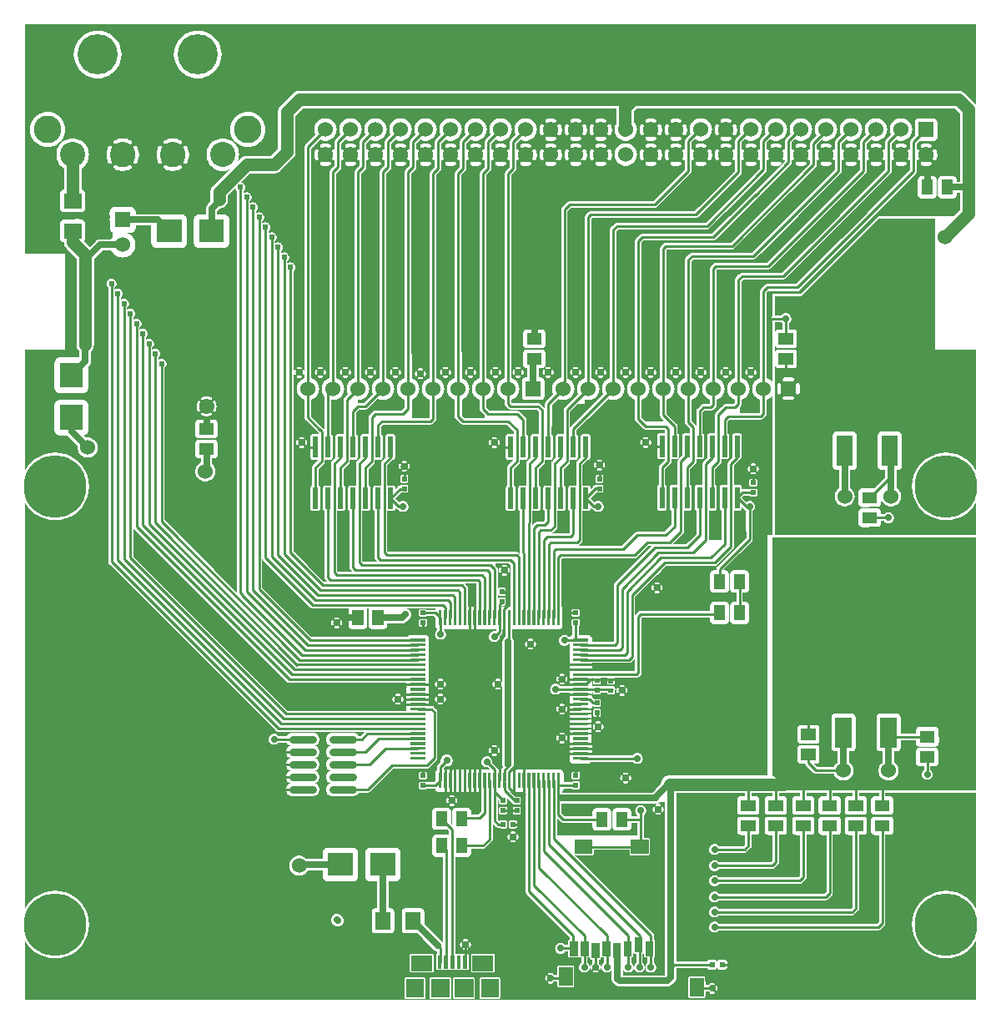
<source format=gtl>
G04 start of page 2 for group 0 idx 0 *
G04 Title: (unknown), component *
G04 Creator: pcb 20110918 *
G04 CreationDate: Wed 02 Oct 2013 12:02:09 GMT UTC *
G04 For: michael *
G04 Format: Gerber/RS-274X *
G04 PCB-Dimensions: 384000 393500 *
G04 PCB-Coordinate-Origin: lower left *
%MOIN*%
%FSLAX25Y25*%
%LNTOP*%
%ADD39C,0.1570*%
%ADD38C,0.0380*%
%ADD37C,0.0350*%
%ADD36C,0.1250*%
%ADD35C,0.0120*%
%ADD34C,0.0240*%
%ADD33C,0.2500*%
%ADD32C,0.0280*%
%ADD31C,0.0290*%
%ADD30R,0.0315X0.0315*%
%ADD29R,0.0906X0.0906*%
%ADD28R,0.0600X0.0600*%
%ADD27R,0.0709X0.0709*%
%ADD26R,0.0630X0.0630*%
%ADD25R,0.0158X0.0158*%
%ADD24R,0.0650X0.0650*%
%ADD23R,0.0200X0.0200*%
%ADD22R,0.0551X0.0551*%
%ADD21R,0.0110X0.0110*%
%ADD20R,0.0450X0.0450*%
%ADD19C,0.1600*%
%ADD18C,0.1100*%
%ADD17C,0.1000*%
%ADD16C,0.0600*%
%ADD15C,0.0080*%
%ADD14C,0.0250*%
%ADD13C,0.0500*%
%ADD12C,0.0100*%
%ADD11C,0.0001*%
G54D11*G36*
X226000Y160500D02*X216422D01*
Y178084D01*
X216538Y178200D01*
X226000D01*
Y160500D01*
G37*
G36*
X182326Y159052D02*X182209Y159059D01*
X180872Y159045D01*
X180673Y158998D01*
X180475Y159045D01*
X180240Y159059D01*
X179021Y159046D01*
Y166228D01*
X179025Y166279D01*
X179009Y166483D01*
X179009Y166483D01*
X178973Y166634D01*
X178961Y166682D01*
X178929Y166760D01*
X178883Y166871D01*
X178841Y166939D01*
X178776Y167045D01*
X178776Y167046D01*
X178643Y167201D01*
X178604Y167234D01*
X178000Y167838D01*
Y168200D01*
X182326D01*
Y159052D01*
G37*
G36*
X195247Y176200D02*X195462D01*
X196106Y175556D01*
Y159052D01*
X195988Y159059D01*
X195247Y159051D01*
Y172500D01*
X195249Y172500D01*
X195310Y172513D01*
X195369Y172536D01*
X195423Y172567D01*
X195472Y172607D01*
X195515Y172654D01*
X195549Y172706D01*
X195573Y172764D01*
X195638Y172969D01*
X195679Y173179D01*
X195700Y173393D01*
Y173607D01*
X195679Y173821D01*
X195638Y174031D01*
X195576Y174237D01*
X195550Y174294D01*
X195516Y174347D01*
X195474Y174394D01*
X195424Y174434D01*
X195370Y174466D01*
X195311Y174488D01*
X195249Y174501D01*
X195247Y174501D01*
Y176200D01*
G37*
G36*
X193501Y159421D02*X193579Y159421D01*
X193670Y159443D01*
X193758Y159479D01*
X193838Y159529D01*
X193910Y159590D01*
X193971Y159662D01*
X194021Y159742D01*
X194057Y159830D01*
X194079Y159921D01*
X194084Y160016D01*
X194079Y162079D01*
X194057Y162170D01*
X194021Y162258D01*
X193971Y162338D01*
X193910Y162410D01*
X193838Y162471D01*
X193758Y162521D01*
X193670Y162557D01*
X193579Y162579D01*
X193501Y162584D01*
Y163358D01*
X193579Y163358D01*
X193670Y163380D01*
X193758Y163416D01*
X193838Y163466D01*
X193910Y163527D01*
X193971Y163599D01*
X194021Y163679D01*
X194057Y163767D01*
X194079Y163858D01*
X194084Y163952D01*
X194079Y166016D01*
X194057Y166107D01*
X194021Y166195D01*
X193971Y166275D01*
X193910Y166347D01*
X193838Y166408D01*
X193758Y166458D01*
X193670Y166494D01*
X193579Y166516D01*
X193501Y166521D01*
Y171300D01*
X193607D01*
X193821Y171321D01*
X194031Y171362D01*
X194237Y171424D01*
X194294Y171450D01*
X194347Y171484D01*
X194394Y171526D01*
X194434Y171576D01*
X194466Y171630D01*
X194488Y171689D01*
X194501Y171751D01*
X194505Y171814D01*
X194498Y171877D01*
X194482Y171938D01*
X194456Y171996D01*
X194421Y172049D01*
X194379Y172096D01*
X194330Y172136D01*
X194275Y172167D01*
X194216Y172190D01*
X194154Y172203D01*
X194091Y172206D01*
X194028Y172200D01*
X193968Y172182D01*
X193838Y172141D01*
X193704Y172115D01*
X193568Y172102D01*
X193501D01*
Y174898D01*
X193568D01*
X193704Y174885D01*
X193838Y174859D01*
X193968Y174819D01*
X194029Y174802D01*
X194091Y174795D01*
X194154Y174799D01*
X194216Y174812D01*
X194274Y174834D01*
X194329Y174866D01*
X194378Y174905D01*
X194420Y174952D01*
X194454Y175005D01*
X194480Y175062D01*
X194496Y175123D01*
X194503Y175186D01*
X194500Y175249D01*
X194487Y175310D01*
X194464Y175369D01*
X194433Y175423D01*
X194393Y175472D01*
X194346Y175515D01*
X194294Y175549D01*
X194236Y175573D01*
X194031Y175638D01*
X193821Y175679D01*
X193607Y175700D01*
X193501D01*
Y176200D01*
X195247D01*
Y174501D01*
X195186Y174505D01*
X195123Y174498D01*
X195062Y174482D01*
X195004Y174456D01*
X194951Y174421D01*
X194904Y174379D01*
X194864Y174330D01*
X194833Y174275D01*
X194810Y174216D01*
X194797Y174154D01*
X194794Y174091D01*
X194800Y174028D01*
X194818Y173968D01*
X194859Y173838D01*
X194885Y173704D01*
X194898Y173568D01*
Y173432D01*
X194885Y173296D01*
X194859Y173162D01*
X194819Y173032D01*
X194802Y172971D01*
X194795Y172909D01*
X194799Y172846D01*
X194812Y172784D01*
X194834Y172726D01*
X194866Y172671D01*
X194905Y172622D01*
X194952Y172580D01*
X195005Y172546D01*
X195062Y172520D01*
X195123Y172504D01*
X195186Y172497D01*
X195247Y172500D01*
Y159051D01*
X194651Y159045D01*
X194453Y158998D01*
X194255Y159045D01*
X194020Y159059D01*
X193501Y159054D01*
Y159421D01*
G37*
G36*
X191753Y176200D02*X193501D01*
Y175700D01*
X193393D01*
X193179Y175679D01*
X192969Y175638D01*
X192763Y175576D01*
X192706Y175550D01*
X192653Y175516D01*
X192606Y175474D01*
X192566Y175424D01*
X192534Y175370D01*
X192512Y175311D01*
X192499Y175249D01*
X192495Y175186D01*
X192502Y175123D01*
X192518Y175062D01*
X192544Y175004D01*
X192579Y174951D01*
X192621Y174904D01*
X192670Y174864D01*
X192725Y174833D01*
X192784Y174810D01*
X192846Y174797D01*
X192909Y174794D01*
X192972Y174800D01*
X193032Y174818D01*
X193162Y174859D01*
X193296Y174885D01*
X193432Y174898D01*
X193501D01*
Y172102D01*
X193432D01*
X193296Y172115D01*
X193162Y172141D01*
X193032Y172181D01*
X192971Y172198D01*
X192909Y172205D01*
X192846Y172201D01*
X192784Y172188D01*
X192726Y172166D01*
X192671Y172134D01*
X192622Y172095D01*
X192580Y172048D01*
X192546Y171995D01*
X192520Y171938D01*
X192504Y171877D01*
X192497Y171814D01*
X192500Y171751D01*
X192513Y171690D01*
X192536Y171631D01*
X192567Y171577D01*
X192607Y171528D01*
X192654Y171485D01*
X192706Y171451D01*
X192764Y171427D01*
X192969Y171362D01*
X193179Y171321D01*
X193393Y171300D01*
X193501D01*
Y166521D01*
X193484Y166522D01*
X191753Y166517D01*
Y172499D01*
X191814Y172495D01*
X191877Y172502D01*
X191938Y172518D01*
X191996Y172544D01*
X192049Y172579D01*
X192096Y172621D01*
X192136Y172670D01*
X192167Y172725D01*
X192190Y172784D01*
X192203Y172846D01*
X192206Y172909D01*
X192200Y172972D01*
X192182Y173032D01*
X192141Y173162D01*
X192115Y173296D01*
X192102Y173432D01*
Y173568D01*
X192115Y173704D01*
X192141Y173838D01*
X192181Y173968D01*
X192198Y174029D01*
X192205Y174091D01*
X192201Y174154D01*
X192188Y174216D01*
X192166Y174274D01*
X192134Y174329D01*
X192095Y174378D01*
X192048Y174420D01*
X191995Y174454D01*
X191938Y174480D01*
X191877Y174496D01*
X191814Y174503D01*
X191753Y174500D01*
Y176200D01*
G37*
G36*
X193501Y162584D02*X193484Y162584D01*
X191753Y162580D01*
Y163353D01*
X193501Y163358D01*
Y162584D01*
G37*
G36*
X191753Y162580D02*X191421Y162579D01*
X191330Y162557D01*
X191242Y162521D01*
X191162Y162471D01*
X191090Y162410D01*
X191029Y162338D01*
X190979Y162258D01*
X190943Y162170D01*
X190921Y162079D01*
X190916Y161984D01*
X190917Y161256D01*
X190832Y161170D01*
Y173917D01*
X190836Y173968D01*
X190820Y174172D01*
X190820Y174172D01*
X190772Y174371D01*
X190694Y174560D01*
X190587Y174734D01*
X190454Y174890D01*
X190415Y174923D01*
X190000Y175338D01*
Y176200D01*
X191753D01*
Y174500D01*
X191751Y174500D01*
X191690Y174487D01*
X191631Y174464D01*
X191577Y174433D01*
X191528Y174393D01*
X191485Y174346D01*
X191451Y174294D01*
X191427Y174236D01*
X191362Y174031D01*
X191321Y173821D01*
X191300Y173607D01*
Y173393D01*
X191321Y173179D01*
X191362Y172969D01*
X191424Y172763D01*
X191450Y172706D01*
X191484Y172653D01*
X191526Y172606D01*
X191576Y172566D01*
X191630Y172534D01*
X191689Y172512D01*
X191751Y172499D01*
X191753Y172499D01*
Y166517D01*
X191421Y166516D01*
X191330Y166494D01*
X191242Y166458D01*
X191162Y166408D01*
X191090Y166347D01*
X191029Y166275D01*
X190979Y166195D01*
X190943Y166107D01*
X190921Y166016D01*
X190916Y165922D01*
X190921Y163858D01*
X190943Y163767D01*
X190979Y163679D01*
X191029Y163599D01*
X191090Y163527D01*
X191162Y163466D01*
X191242Y163416D01*
X191330Y163380D01*
X191421Y163358D01*
X191516Y163352D01*
X191753Y163353D01*
Y162580D01*
G37*
G36*
X192800Y159419D02*X193501Y159421D01*
Y159054D01*
X192800Y159046D01*
Y159419D01*
G37*
G36*
X214338Y190000D02*X219700D01*
Y188538D01*
X219462Y188300D01*
X212500D01*
X212592Y188338D01*
X212766Y188445D01*
X212922Y188578D01*
X212955Y188617D01*
X214338Y190000D01*
G37*
G36*
X242500Y178200D02*Y173338D01*
X237617Y168455D01*
X237578Y168422D01*
X237445Y168266D01*
X237338Y168092D01*
X237260Y167903D01*
X237212Y167704D01*
X237212Y167704D01*
X237196Y167500D01*
X237200Y167449D01*
Y145038D01*
X237115Y144953D01*
X228552D01*
X228559Y145071D01*
X228545Y146408D01*
X228490Y146638D01*
X228400Y146856D01*
X228276Y147057D01*
X228123Y147237D01*
X227943Y147390D01*
X227742Y147514D01*
X227524Y147604D01*
X227294Y147659D01*
X227059Y147673D01*
X223300Y147665D01*
Y151005D01*
X223338Y151029D01*
X223410Y151090D01*
X223471Y151162D01*
X223521Y151242D01*
X223557Y151330D01*
X223579Y151421D01*
X223584Y151516D01*
X223579Y153579D01*
X223557Y153670D01*
X223521Y153758D01*
X223471Y153838D01*
X223410Y153910D01*
X223338Y153971D01*
X223258Y154021D01*
X223170Y154057D01*
X223079Y154079D01*
X223000Y154084D01*
Y154858D01*
X223079Y154858D01*
X223170Y154880D01*
X223258Y154916D01*
X223338Y154966D01*
X223410Y155027D01*
X223471Y155099D01*
X223521Y155179D01*
X223557Y155267D01*
X223579Y155358D01*
X223584Y155452D01*
X223579Y157516D01*
X223557Y157607D01*
X223521Y157695D01*
X223471Y157775D01*
X223410Y157847D01*
X223338Y157908D01*
X223258Y157958D01*
X223170Y157994D01*
X223079Y158016D01*
X223000Y158021D01*
Y178200D01*
X242500D01*
G37*
G36*
X245338Y138000D02*X245700D01*
Y133142D01*
X234000D01*
Y136448D01*
X243197D01*
X243248Y136444D01*
X243452Y136460D01*
X243452Y136460D01*
X243651Y136508D01*
X243840Y136586D01*
X244014Y136693D01*
X244170Y136826D01*
X244203Y136865D01*
X245338Y138000D01*
G37*
G36*
X243747Y309700D02*X259500D01*
Y307800D01*
X248551D01*
X248500Y307804D01*
X248296Y307788D01*
X248097Y307740D01*
X247908Y307662D01*
X247734Y307555D01*
X247733Y307555D01*
X247578Y307422D01*
X247545Y307383D01*
X246117Y305955D01*
X246078Y305922D01*
X245945Y305766D01*
X245838Y305592D01*
X245760Y305403D01*
X245712Y305204D01*
X245712Y305204D01*
X245696Y305000D01*
X245700Y304949D01*
Y250316D01*
X245605Y250293D01*
X244951Y250022D01*
X244347Y249652D01*
X243808Y249192D01*
X243747Y249120D01*
Y251500D01*
X243749Y251500D01*
X243810Y251513D01*
X243869Y251536D01*
X243923Y251567D01*
X243972Y251607D01*
X244015Y251654D01*
X244049Y251706D01*
X244073Y251764D01*
X244138Y251969D01*
X244179Y252179D01*
X244200Y252393D01*
Y252607D01*
X244179Y252821D01*
X244138Y253031D01*
X244076Y253237D01*
X244050Y253294D01*
X244016Y253347D01*
X243974Y253394D01*
X243924Y253434D01*
X243870Y253466D01*
X243811Y253488D01*
X243749Y253501D01*
X243747Y253501D01*
Y309700D01*
G37*
G36*
X245696Y234000D02*X243747D01*
Y242880D01*
X243808Y242808D01*
X244347Y242348D01*
X244951Y241978D01*
X245605Y241707D01*
X245700Y241684D01*
Y234051D01*
X245696Y234000D01*
Y234000D01*
G37*
G36*
X243747D02*X242001D01*
Y250300D01*
X242107D01*
X242321Y250321D01*
X242531Y250362D01*
X242737Y250424D01*
X242794Y250450D01*
X242847Y250484D01*
X242894Y250526D01*
X242934Y250576D01*
X242966Y250630D01*
X242988Y250689D01*
X243001Y250751D01*
X243005Y250814D01*
X242998Y250877D01*
X242982Y250938D01*
X242956Y250996D01*
X242921Y251049D01*
X242879Y251096D01*
X242830Y251136D01*
X242775Y251167D01*
X242716Y251190D01*
X242654Y251203D01*
X242591Y251206D01*
X242528Y251200D01*
X242468Y251182D01*
X242338Y251141D01*
X242204Y251115D01*
X242068Y251102D01*
X242001D01*
Y253898D01*
X242068D01*
X242204Y253885D01*
X242338Y253859D01*
X242468Y253819D01*
X242529Y253802D01*
X242591Y253795D01*
X242654Y253799D01*
X242716Y253812D01*
X242774Y253834D01*
X242829Y253866D01*
X242878Y253905D01*
X242920Y253952D01*
X242954Y254005D01*
X242980Y254062D01*
X242996Y254123D01*
X243003Y254186D01*
X243000Y254249D01*
X242987Y254310D01*
X242964Y254369D01*
X242933Y254423D01*
X242893Y254472D01*
X242846Y254515D01*
X242794Y254549D01*
X242736Y254573D01*
X242531Y254638D01*
X242321Y254679D01*
X242107Y254700D01*
X242001D01*
Y309700D01*
X243747D01*
Y253501D01*
X243686Y253505D01*
X243623Y253498D01*
X243562Y253482D01*
X243504Y253456D01*
X243451Y253421D01*
X243404Y253379D01*
X243364Y253330D01*
X243333Y253275D01*
X243310Y253216D01*
X243297Y253154D01*
X243294Y253091D01*
X243300Y253028D01*
X243318Y252968D01*
X243359Y252838D01*
X243385Y252704D01*
X243398Y252568D01*
Y252432D01*
X243385Y252296D01*
X243359Y252162D01*
X243319Y252032D01*
X243302Y251971D01*
X243295Y251909D01*
X243299Y251846D01*
X243312Y251784D01*
X243334Y251726D01*
X243366Y251671D01*
X243405Y251622D01*
X243452Y251580D01*
X243505Y251546D01*
X243562Y251520D01*
X243623Y251504D01*
X243686Y251497D01*
X243747Y251500D01*
Y249120D01*
X243348Y248653D01*
X242978Y248049D01*
X242707Y247395D01*
X242542Y246706D01*
X242486Y246000D01*
X242542Y245294D01*
X242707Y244605D01*
X242978Y243951D01*
X243348Y243347D01*
X243747Y242880D01*
Y234000D01*
G37*
G36*
X242001D02*X240253D01*
Y242880D01*
X240652Y243347D01*
X241022Y243951D01*
X241293Y244605D01*
X241458Y245294D01*
X241500Y246000D01*
X241458Y246706D01*
X241293Y247395D01*
X241022Y248049D01*
X240652Y248653D01*
X240253Y249120D01*
Y251499D01*
X240314Y251495D01*
X240377Y251502D01*
X240438Y251518D01*
X240496Y251544D01*
X240549Y251579D01*
X240596Y251621D01*
X240636Y251670D01*
X240667Y251725D01*
X240690Y251784D01*
X240703Y251846D01*
X240706Y251909D01*
X240700Y251972D01*
X240682Y252032D01*
X240641Y252162D01*
X240615Y252296D01*
X240602Y252432D01*
Y252568D01*
X240615Y252704D01*
X240641Y252838D01*
X240681Y252968D01*
X240698Y253029D01*
X240705Y253091D01*
X240701Y253154D01*
X240688Y253216D01*
X240666Y253274D01*
X240634Y253329D01*
X240595Y253378D01*
X240548Y253420D01*
X240495Y253454D01*
X240438Y253480D01*
X240377Y253496D01*
X240314Y253503D01*
X240253Y253500D01*
Y309700D01*
X242001D01*
Y254700D01*
X241893D01*
X241679Y254679D01*
X241469Y254638D01*
X241263Y254576D01*
X241206Y254550D01*
X241153Y254516D01*
X241106Y254474D01*
X241066Y254424D01*
X241034Y254370D01*
X241012Y254311D01*
X240999Y254249D01*
X240995Y254186D01*
X241002Y254123D01*
X241018Y254062D01*
X241044Y254004D01*
X241079Y253951D01*
X241121Y253904D01*
X241170Y253864D01*
X241225Y253833D01*
X241284Y253810D01*
X241346Y253797D01*
X241409Y253794D01*
X241472Y253800D01*
X241532Y253818D01*
X241662Y253859D01*
X241796Y253885D01*
X241932Y253898D01*
X242001D01*
Y251102D01*
X241932D01*
X241796Y251115D01*
X241662Y251141D01*
X241532Y251181D01*
X241471Y251198D01*
X241409Y251205D01*
X241346Y251201D01*
X241284Y251188D01*
X241226Y251166D01*
X241171Y251134D01*
X241122Y251095D01*
X241080Y251048D01*
X241046Y250995D01*
X241020Y250938D01*
X241004Y250877D01*
X240997Y250814D01*
X241000Y250751D01*
X241013Y250690D01*
X241036Y250631D01*
X241067Y250577D01*
X241107Y250528D01*
X241154Y250485D01*
X241206Y250451D01*
X241264Y250427D01*
X241469Y250362D01*
X241679Y250321D01*
X241893Y250300D01*
X242001D01*
Y234000D01*
G37*
G36*
X240253Y249120D02*X240192Y249192D01*
X239653Y249652D01*
X239049Y250022D01*
X238395Y250293D01*
X238300Y250316D01*
Y308962D01*
X239038Y309700D01*
X240253D01*
Y253500D01*
X240251Y253500D01*
X240190Y253487D01*
X240131Y253464D01*
X240077Y253433D01*
X240028Y253393D01*
X239985Y253346D01*
X239951Y253294D01*
X239927Y253236D01*
X239862Y253031D01*
X239821Y252821D01*
X239800Y252607D01*
Y252393D01*
X239821Y252179D01*
X239862Y251969D01*
X239924Y251763D01*
X239950Y251706D01*
X239984Y251653D01*
X240026Y251606D01*
X240076Y251566D01*
X240130Y251534D01*
X240189Y251512D01*
X240251Y251499D01*
X240253Y251499D01*
Y249120D01*
G37*
G36*
Y234000D02*X226838D01*
X234868Y242029D01*
X234951Y241978D01*
X235605Y241707D01*
X236294Y241542D01*
X237000Y241486D01*
X237706Y241542D01*
X238395Y241707D01*
X239049Y241978D01*
X239653Y242348D01*
X240192Y242808D01*
X240253Y242880D01*
Y234000D01*
G37*
G36*
X253747Y242880D02*X253808Y242808D01*
X254347Y242348D01*
X254951Y241978D01*
X255605Y241707D01*
X255700Y241684D01*
Y235551D01*
X255696Y235500D01*
X255712Y235296D01*
X255712Y235296D01*
X255760Y235097D01*
X255838Y234908D01*
X255879Y234842D01*
X255945Y234734D01*
X255945Y234733D01*
X256078Y234578D01*
X256117Y234545D01*
X257000Y233662D01*
Y233000D01*
X253747D01*
Y242880D01*
G37*
G36*
Y304000D02*X257000D01*
Y303838D01*
X256117Y302955D01*
X256078Y302922D01*
X255945Y302766D01*
X255838Y302592D01*
X255760Y302403D01*
X255712Y302204D01*
X255712Y302204D01*
X255696Y302000D01*
X255700Y301949D01*
Y250316D01*
X255605Y250293D01*
X254951Y250022D01*
X254347Y249652D01*
X253808Y249192D01*
X253747Y249120D01*
Y251500D01*
X253749Y251500D01*
X253810Y251513D01*
X253869Y251536D01*
X253923Y251567D01*
X253972Y251607D01*
X254015Y251654D01*
X254049Y251706D01*
X254073Y251764D01*
X254138Y251969D01*
X254179Y252179D01*
X254200Y252393D01*
Y252607D01*
X254179Y252821D01*
X254138Y253031D01*
X254076Y253237D01*
X254050Y253294D01*
X254016Y253347D01*
X253974Y253394D01*
X253924Y253434D01*
X253870Y253466D01*
X253811Y253488D01*
X253749Y253501D01*
X253747Y253501D01*
Y304000D01*
G37*
G36*
X252001D02*X253747D01*
Y253501D01*
X253686Y253505D01*
X253623Y253498D01*
X253562Y253482D01*
X253504Y253456D01*
X253451Y253421D01*
X253404Y253379D01*
X253364Y253330D01*
X253333Y253275D01*
X253310Y253216D01*
X253297Y253154D01*
X253294Y253091D01*
X253300Y253028D01*
X253318Y252968D01*
X253359Y252838D01*
X253385Y252704D01*
X253398Y252568D01*
Y252432D01*
X253385Y252296D01*
X253359Y252162D01*
X253319Y252032D01*
X253302Y251971D01*
X253295Y251909D01*
X253299Y251846D01*
X253312Y251784D01*
X253334Y251726D01*
X253366Y251671D01*
X253405Y251622D01*
X253452Y251580D01*
X253505Y251546D01*
X253562Y251520D01*
X253623Y251504D01*
X253686Y251497D01*
X253747Y251500D01*
Y249120D01*
X253348Y248653D01*
X252978Y248049D01*
X252707Y247395D01*
X252542Y246706D01*
X252486Y246000D01*
X252542Y245294D01*
X252707Y244605D01*
X252978Y243951D01*
X253348Y243347D01*
X253747Y242880D01*
Y233000D01*
X252001D01*
Y250300D01*
X252107D01*
X252321Y250321D01*
X252531Y250362D01*
X252737Y250424D01*
X252794Y250450D01*
X252847Y250484D01*
X252894Y250526D01*
X252934Y250576D01*
X252966Y250630D01*
X252988Y250689D01*
X253001Y250751D01*
X253005Y250814D01*
X252998Y250877D01*
X252982Y250938D01*
X252956Y250996D01*
X252921Y251049D01*
X252879Y251096D01*
X252830Y251136D01*
X252775Y251167D01*
X252716Y251190D01*
X252654Y251203D01*
X252591Y251206D01*
X252528Y251200D01*
X252468Y251182D01*
X252338Y251141D01*
X252204Y251115D01*
X252068Y251102D01*
X252001D01*
Y253898D01*
X252068D01*
X252204Y253885D01*
X252338Y253859D01*
X252468Y253819D01*
X252529Y253802D01*
X252591Y253795D01*
X252654Y253799D01*
X252716Y253812D01*
X252774Y253834D01*
X252829Y253866D01*
X252878Y253905D01*
X252920Y253952D01*
X252954Y254005D01*
X252980Y254062D01*
X252996Y254123D01*
X253003Y254186D01*
X253000Y254249D01*
X252987Y254310D01*
X252964Y254369D01*
X252933Y254423D01*
X252893Y254472D01*
X252846Y254515D01*
X252794Y254549D01*
X252736Y254573D01*
X252531Y254638D01*
X252321Y254679D01*
X252107Y254700D01*
X252001D01*
Y304000D01*
G37*
G36*
X250253D02*X252001D01*
Y254700D01*
X251893D01*
X251679Y254679D01*
X251469Y254638D01*
X251263Y254576D01*
X251206Y254550D01*
X251153Y254516D01*
X251106Y254474D01*
X251066Y254424D01*
X251034Y254370D01*
X251012Y254311D01*
X250999Y254249D01*
X250995Y254186D01*
X251002Y254123D01*
X251018Y254062D01*
X251044Y254004D01*
X251079Y253951D01*
X251121Y253904D01*
X251170Y253864D01*
X251225Y253833D01*
X251284Y253810D01*
X251346Y253797D01*
X251409Y253794D01*
X251472Y253800D01*
X251532Y253818D01*
X251662Y253859D01*
X251796Y253885D01*
X251932Y253898D01*
X252001D01*
Y251102D01*
X251932D01*
X251796Y251115D01*
X251662Y251141D01*
X251532Y251181D01*
X251471Y251198D01*
X251409Y251205D01*
X251346Y251201D01*
X251284Y251188D01*
X251226Y251166D01*
X251171Y251134D01*
X251122Y251095D01*
X251080Y251048D01*
X251046Y250995D01*
X251020Y250938D01*
X251004Y250877D01*
X250997Y250814D01*
X251000Y250751D01*
X251013Y250690D01*
X251036Y250631D01*
X251067Y250577D01*
X251107Y250528D01*
X251154Y250485D01*
X251206Y250451D01*
X251264Y250427D01*
X251469Y250362D01*
X251679Y250321D01*
X251893Y250300D01*
X252001D01*
Y233000D01*
X250253D01*
Y242880D01*
X250652Y243347D01*
X251022Y243951D01*
X251293Y244605D01*
X251458Y245294D01*
X251500Y246000D01*
X251458Y246706D01*
X251293Y247395D01*
X251022Y248049D01*
X250652Y248653D01*
X250253Y249120D01*
Y251499D01*
X250314Y251495D01*
X250377Y251502D01*
X250438Y251518D01*
X250496Y251544D01*
X250549Y251579D01*
X250596Y251621D01*
X250636Y251670D01*
X250667Y251725D01*
X250690Y251784D01*
X250703Y251846D01*
X250706Y251909D01*
X250700Y251972D01*
X250682Y252032D01*
X250641Y252162D01*
X250615Y252296D01*
X250602Y252432D01*
Y252568D01*
X250615Y252704D01*
X250641Y252838D01*
X250681Y252968D01*
X250698Y253029D01*
X250705Y253091D01*
X250701Y253154D01*
X250688Y253216D01*
X250666Y253274D01*
X250634Y253329D01*
X250595Y253378D01*
X250548Y253420D01*
X250495Y253454D01*
X250438Y253480D01*
X250377Y253496D01*
X250314Y253503D01*
X250253Y253500D01*
Y304000D01*
G37*
G36*
Y233000D02*X249838D01*
X248300Y234538D01*
Y241684D01*
X248395Y241707D01*
X249049Y241978D01*
X249653Y242348D01*
X250192Y242808D01*
X250253Y242880D01*
Y233000D01*
G37*
G36*
X248300Y304000D02*X250253D01*
Y253500D01*
X250251Y253500D01*
X250190Y253487D01*
X250131Y253464D01*
X250077Y253433D01*
X250028Y253393D01*
X249985Y253346D01*
X249951Y253294D01*
X249927Y253236D01*
X249862Y253031D01*
X249821Y252821D01*
X249800Y252607D01*
Y252393D01*
X249821Y252179D01*
X249862Y251969D01*
X249924Y251763D01*
X249950Y251706D01*
X249984Y251653D01*
X250026Y251606D01*
X250076Y251566D01*
X250130Y251534D01*
X250189Y251512D01*
X250251Y251499D01*
X250253Y251499D01*
Y249120D01*
X250192Y249192D01*
X249653Y249652D01*
X249049Y250022D01*
X248395Y250293D01*
X248300Y250316D01*
Y304000D01*
G37*
G36*
X256338Y320500D02*X273162D01*
X269462Y316800D01*
X228051D01*
X228000Y316804D01*
X227796Y316788D01*
X227597Y316740D01*
X227408Y316662D01*
X227234Y316555D01*
X227233Y316555D01*
X227078Y316422D01*
X227045Y316383D01*
X226117Y315455D01*
X226078Y315422D01*
X225945Y315266D01*
X225838Y315092D01*
X225760Y314903D01*
X225712Y314704D01*
X225712Y314704D01*
X225696Y314500D01*
X225700Y314449D01*
Y302000D01*
X218800D01*
Y316962D01*
X220038Y318200D01*
X253449D01*
X253500Y318196D01*
X253704Y318212D01*
X253704Y318212D01*
X253903Y318260D01*
X254092Y318338D01*
X254266Y318445D01*
X254422Y318578D01*
X254455Y318617D01*
X256338Y320500D01*
G37*
G36*
X272338Y316000D02*X275500D01*
Y313838D01*
X273962Y312300D01*
X238551D01*
X238500Y312304D01*
X238296Y312288D01*
X238097Y312240D01*
X237908Y312162D01*
X237734Y312055D01*
X237733Y312055D01*
X237578Y311922D01*
X237545Y311883D01*
X236662Y311000D01*
X235000D01*
Y314200D01*
X269949D01*
X270000Y314196D01*
X270204Y314212D01*
X270204Y314212D01*
X270403Y314260D01*
X270592Y314338D01*
X270766Y314445D01*
X270922Y314578D01*
X270955Y314617D01*
X272338Y316000D01*
G37*
G36*
X289838Y317500D02*X297162D01*
X283962Y304300D01*
X278000D01*
X278000Y304300D01*
X258051D01*
X258000Y304304D01*
X257796Y304288D01*
X257597Y304240D01*
X257408Y304162D01*
X257234Y304055D01*
X257233Y304055D01*
X257078Y303922D01*
X257045Y303883D01*
X256117Y302955D01*
X256078Y302922D01*
X255945Y302766D01*
X255838Y302592D01*
X255800Y302500D01*
X248300D01*
Y304462D01*
X249038Y305200D01*
X276949D01*
X277000Y305196D01*
X277204Y305212D01*
X277204Y305212D01*
X277403Y305260D01*
X277592Y305338D01*
X277766Y305445D01*
X277922Y305578D01*
X277955Y305617D01*
X289838Y317500D01*
G37*
G36*
X275000Y315500D02*X277162D01*
X275162Y313500D01*
X275000D01*
Y315500D01*
G37*
G36*
X223747Y318200D02*X243500D01*
Y316800D01*
X228051D01*
X228000Y316804D01*
X227796Y316788D01*
X227597Y316740D01*
X227408Y316662D01*
X227234Y316555D01*
X227233Y316555D01*
X227078Y316422D01*
X227045Y316383D01*
X226117Y315455D01*
X226078Y315422D01*
X225945Y315266D01*
X225838Y315092D01*
X225760Y314903D01*
X225712Y314704D01*
X225712Y314704D01*
X225696Y314500D01*
X225700Y314449D01*
Y250316D01*
X225605Y250293D01*
X224951Y250022D01*
X224347Y249652D01*
X223808Y249192D01*
X223747Y249120D01*
Y251500D01*
X223749Y251500D01*
X223810Y251513D01*
X223869Y251536D01*
X223923Y251567D01*
X223972Y251607D01*
X224015Y251654D01*
X224049Y251706D01*
X224073Y251764D01*
X224138Y251969D01*
X224179Y252179D01*
X224200Y252393D01*
Y252607D01*
X224179Y252821D01*
X224138Y253031D01*
X224076Y253237D01*
X224050Y253294D01*
X224016Y253347D01*
X223974Y253394D01*
X223924Y253434D01*
X223870Y253466D01*
X223811Y253488D01*
X223749Y253501D01*
X223747Y253501D01*
Y318200D01*
G37*
G36*
X222001D02*X223747D01*
Y253501D01*
X223686Y253505D01*
X223623Y253498D01*
X223562Y253482D01*
X223504Y253456D01*
X223451Y253421D01*
X223404Y253379D01*
X223364Y253330D01*
X223333Y253275D01*
X223310Y253216D01*
X223297Y253154D01*
X223294Y253091D01*
X223300Y253028D01*
X223318Y252968D01*
X223359Y252838D01*
X223385Y252704D01*
X223398Y252568D01*
Y252432D01*
X223385Y252296D01*
X223359Y252162D01*
X223319Y252032D01*
X223302Y251971D01*
X223295Y251909D01*
X223299Y251846D01*
X223312Y251784D01*
X223334Y251726D01*
X223366Y251671D01*
X223405Y251622D01*
X223452Y251580D01*
X223505Y251546D01*
X223562Y251520D01*
X223623Y251504D01*
X223686Y251497D01*
X223747Y251500D01*
Y249120D01*
X223348Y248653D01*
X222978Y248049D01*
X222707Y247395D01*
X222542Y246706D01*
X222486Y246000D01*
X222542Y245294D01*
X222707Y244605D01*
X222978Y243951D01*
X223029Y243868D01*
X222001Y242839D01*
Y250300D01*
X222107D01*
X222321Y250321D01*
X222531Y250362D01*
X222737Y250424D01*
X222794Y250450D01*
X222847Y250484D01*
X222894Y250526D01*
X222934Y250576D01*
X222966Y250630D01*
X222988Y250689D01*
X223001Y250751D01*
X223005Y250814D01*
X222998Y250877D01*
X222982Y250938D01*
X222956Y250996D01*
X222921Y251049D01*
X222879Y251096D01*
X222830Y251136D01*
X222775Y251167D01*
X222716Y251190D01*
X222654Y251203D01*
X222591Y251206D01*
X222528Y251200D01*
X222468Y251182D01*
X222338Y251141D01*
X222204Y251115D01*
X222068Y251102D01*
X222001D01*
Y253898D01*
X222068D01*
X222204Y253885D01*
X222338Y253859D01*
X222468Y253819D01*
X222529Y253802D01*
X222591Y253795D01*
X222654Y253799D01*
X222716Y253812D01*
X222774Y253834D01*
X222829Y253866D01*
X222878Y253905D01*
X222920Y253952D01*
X222954Y254005D01*
X222980Y254062D01*
X222996Y254123D01*
X223003Y254186D01*
X223000Y254249D01*
X222987Y254310D01*
X222964Y254369D01*
X222933Y254423D01*
X222893Y254472D01*
X222846Y254515D01*
X222794Y254549D01*
X222736Y254573D01*
X222531Y254638D01*
X222321Y254679D01*
X222107Y254700D01*
X222001D01*
Y318200D01*
G37*
G36*
X220253Y242880D02*X220652Y243347D01*
X221022Y243951D01*
X221293Y244605D01*
X221458Y245294D01*
X221500Y246000D01*
X221458Y246706D01*
X221293Y247395D01*
X221022Y248049D01*
X220652Y248653D01*
X220253Y249120D01*
Y251499D01*
X220314Y251495D01*
X220377Y251502D01*
X220438Y251518D01*
X220496Y251544D01*
X220549Y251579D01*
X220596Y251621D01*
X220636Y251670D01*
X220667Y251725D01*
X220690Y251784D01*
X220703Y251846D01*
X220706Y251909D01*
X220700Y251972D01*
X220682Y252032D01*
X220641Y252162D01*
X220615Y252296D01*
X220602Y252432D01*
Y252568D01*
X220615Y252704D01*
X220641Y252838D01*
X220681Y252968D01*
X220698Y253029D01*
X220705Y253091D01*
X220701Y253154D01*
X220688Y253216D01*
X220666Y253274D01*
X220634Y253329D01*
X220595Y253378D01*
X220548Y253420D01*
X220495Y253454D01*
X220438Y253480D01*
X220377Y253496D01*
X220314Y253503D01*
X220253Y253500D01*
Y318200D01*
X222001D01*
Y254700D01*
X221893D01*
X221679Y254679D01*
X221469Y254638D01*
X221263Y254576D01*
X221206Y254550D01*
X221153Y254516D01*
X221106Y254474D01*
X221066Y254424D01*
X221034Y254370D01*
X221012Y254311D01*
X220999Y254249D01*
X220995Y254186D01*
X221002Y254123D01*
X221018Y254062D01*
X221044Y254004D01*
X221079Y253951D01*
X221121Y253904D01*
X221170Y253864D01*
X221225Y253833D01*
X221284Y253810D01*
X221346Y253797D01*
X221409Y253794D01*
X221472Y253800D01*
X221532Y253818D01*
X221662Y253859D01*
X221796Y253885D01*
X221932Y253898D01*
X222001D01*
Y251102D01*
X221932D01*
X221796Y251115D01*
X221662Y251141D01*
X221532Y251181D01*
X221471Y251198D01*
X221409Y251205D01*
X221346Y251201D01*
X221284Y251188D01*
X221226Y251166D01*
X221171Y251134D01*
X221122Y251095D01*
X221080Y251048D01*
X221046Y250995D01*
X221020Y250938D01*
X221004Y250877D01*
X220997Y250814D01*
X221000Y250751D01*
X221013Y250690D01*
X221036Y250631D01*
X221067Y250577D01*
X221107Y250528D01*
X221154Y250485D01*
X221206Y250451D01*
X221264Y250427D01*
X221469Y250362D01*
X221679Y250321D01*
X221893Y250300D01*
X222001D01*
Y242839D01*
X220253Y241092D01*
Y242880D01*
G37*
G36*
Y249120D02*X220192Y249192D01*
X219653Y249652D01*
X219049Y250022D01*
X218800Y250125D01*
Y316962D01*
X220038Y318200D01*
X220253D01*
Y253500D01*
X220251Y253500D01*
X220190Y253487D01*
X220131Y253464D01*
X220077Y253433D01*
X220028Y253393D01*
X219985Y253346D01*
X219951Y253294D01*
X219927Y253236D01*
X219862Y253031D01*
X219821Y252821D01*
X219800Y252607D01*
Y252393D01*
X219821Y252179D01*
X219862Y251969D01*
X219924Y251763D01*
X219950Y251706D01*
X219984Y251653D01*
X220026Y251606D01*
X220076Y251566D01*
X220130Y251534D01*
X220189Y251512D01*
X220251Y251499D01*
X220253Y251499D01*
Y249120D01*
G37*
G36*
X212500Y228000D02*Y239662D01*
X214868Y242029D01*
X214951Y241978D01*
X215605Y241707D01*
X216294Y241542D01*
X217000Y241486D01*
X217706Y241542D01*
X218395Y241707D01*
X219049Y241978D01*
X219653Y242348D01*
X220192Y242808D01*
X220253Y242880D01*
Y241092D01*
X217617Y238455D01*
X217578Y238422D01*
X217445Y238266D01*
X217338Y238092D01*
X217260Y237903D01*
X217212Y237704D01*
X217212Y237704D01*
X217196Y237500D01*
X217200Y237449D01*
Y228000D01*
X212500D01*
G37*
G36*
X232838Y240000D02*X239500D01*
Y231000D01*
X223838D01*
X232838Y240000D01*
G37*
G36*
X228500D02*Y239338D01*
X220117Y230955D01*
X220078Y230922D01*
X219945Y230766D01*
X219838Y230592D01*
X219800Y230500D01*
Y236962D01*
X222838Y240000D01*
X228500D01*
G37*
G36*
X233747Y314200D02*X237000D01*
Y311338D01*
X236117Y310455D01*
X236078Y310422D01*
X235945Y310266D01*
X235838Y310092D01*
X235760Y309903D01*
X235712Y309704D01*
X235712Y309704D01*
X235696Y309500D01*
X235700Y309449D01*
Y250316D01*
X235605Y250293D01*
X234951Y250022D01*
X234347Y249652D01*
X233808Y249192D01*
X233747Y249120D01*
Y251500D01*
X233749Y251500D01*
X233810Y251513D01*
X233869Y251536D01*
X233923Y251567D01*
X233972Y251607D01*
X234015Y251654D01*
X234049Y251706D01*
X234073Y251764D01*
X234138Y251969D01*
X234179Y252179D01*
X234200Y252393D01*
Y252607D01*
X234179Y252821D01*
X234138Y253031D01*
X234076Y253237D01*
X234050Y253294D01*
X234016Y253347D01*
X233974Y253394D01*
X233924Y253434D01*
X233870Y253466D01*
X233811Y253488D01*
X233749Y253501D01*
X233747Y253501D01*
Y314200D01*
G37*
G36*
X232001D02*X233747D01*
Y253501D01*
X233686Y253505D01*
X233623Y253498D01*
X233562Y253482D01*
X233504Y253456D01*
X233451Y253421D01*
X233404Y253379D01*
X233364Y253330D01*
X233333Y253275D01*
X233310Y253216D01*
X233297Y253154D01*
X233294Y253091D01*
X233300Y253028D01*
X233318Y252968D01*
X233359Y252838D01*
X233385Y252704D01*
X233398Y252568D01*
Y252432D01*
X233385Y252296D01*
X233359Y252162D01*
X233319Y252032D01*
X233302Y251971D01*
X233295Y251909D01*
X233299Y251846D01*
X233312Y251784D01*
X233334Y251726D01*
X233366Y251671D01*
X233405Y251622D01*
X233452Y251580D01*
X233505Y251546D01*
X233562Y251520D01*
X233623Y251504D01*
X233686Y251497D01*
X233747Y251500D01*
Y249120D01*
X233348Y248653D01*
X232978Y248049D01*
X232707Y247395D01*
X232542Y246706D01*
X232486Y246000D01*
X232542Y245294D01*
X232707Y244605D01*
X232978Y243951D01*
X233029Y243868D01*
X232001Y242839D01*
Y250300D01*
X232107D01*
X232321Y250321D01*
X232531Y250362D01*
X232737Y250424D01*
X232794Y250450D01*
X232847Y250484D01*
X232894Y250526D01*
X232934Y250576D01*
X232966Y250630D01*
X232988Y250689D01*
X233001Y250751D01*
X233005Y250814D01*
X232998Y250877D01*
X232982Y250938D01*
X232956Y250996D01*
X232921Y251049D01*
X232879Y251096D01*
X232830Y251136D01*
X232775Y251167D01*
X232716Y251190D01*
X232654Y251203D01*
X232591Y251206D01*
X232528Y251200D01*
X232468Y251182D01*
X232338Y251141D01*
X232204Y251115D01*
X232068Y251102D01*
X232001D01*
Y253898D01*
X232068D01*
X232204Y253885D01*
X232338Y253859D01*
X232468Y253819D01*
X232529Y253802D01*
X232591Y253795D01*
X232654Y253799D01*
X232716Y253812D01*
X232774Y253834D01*
X232829Y253866D01*
X232878Y253905D01*
X232920Y253952D01*
X232954Y254005D01*
X232980Y254062D01*
X232996Y254123D01*
X233003Y254186D01*
X233000Y254249D01*
X232987Y254310D01*
X232964Y254369D01*
X232933Y254423D01*
X232893Y254472D01*
X232846Y254515D01*
X232794Y254549D01*
X232736Y254573D01*
X232531Y254638D01*
X232321Y254679D01*
X232107Y254700D01*
X232001D01*
Y314200D01*
G37*
G36*
X230253Y242880D02*X230652Y243347D01*
X231022Y243951D01*
X231293Y244605D01*
X231458Y245294D01*
X231500Y246000D01*
X231458Y246706D01*
X231293Y247395D01*
X231022Y248049D01*
X230652Y248653D01*
X230253Y249120D01*
Y251499D01*
X230314Y251495D01*
X230377Y251502D01*
X230438Y251518D01*
X230496Y251544D01*
X230549Y251579D01*
X230596Y251621D01*
X230636Y251670D01*
X230667Y251725D01*
X230690Y251784D01*
X230703Y251846D01*
X230706Y251909D01*
X230700Y251972D01*
X230682Y252032D01*
X230641Y252162D01*
X230615Y252296D01*
X230602Y252432D01*
Y252568D01*
X230615Y252704D01*
X230641Y252838D01*
X230681Y252968D01*
X230698Y253029D01*
X230705Y253091D01*
X230701Y253154D01*
X230688Y253216D01*
X230666Y253274D01*
X230634Y253329D01*
X230595Y253378D01*
X230548Y253420D01*
X230495Y253454D01*
X230438Y253480D01*
X230377Y253496D01*
X230314Y253503D01*
X230253Y253500D01*
Y314200D01*
X232001D01*
Y254700D01*
X231893D01*
X231679Y254679D01*
X231469Y254638D01*
X231263Y254576D01*
X231206Y254550D01*
X231153Y254516D01*
X231106Y254474D01*
X231066Y254424D01*
X231034Y254370D01*
X231012Y254311D01*
X230999Y254249D01*
X230995Y254186D01*
X231002Y254123D01*
X231018Y254062D01*
X231044Y254004D01*
X231079Y253951D01*
X231121Y253904D01*
X231170Y253864D01*
X231225Y253833D01*
X231284Y253810D01*
X231346Y253797D01*
X231409Y253794D01*
X231472Y253800D01*
X231532Y253818D01*
X231662Y253859D01*
X231796Y253885D01*
X231932Y253898D01*
X232001D01*
Y251102D01*
X231932D01*
X231796Y251115D01*
X231662Y251141D01*
X231532Y251181D01*
X231471Y251198D01*
X231409Y251205D01*
X231346Y251201D01*
X231284Y251188D01*
X231226Y251166D01*
X231171Y251134D01*
X231122Y251095D01*
X231080Y251048D01*
X231046Y250995D01*
X231020Y250938D01*
X231004Y250877D01*
X230997Y250814D01*
X231000Y250751D01*
X231013Y250690D01*
X231036Y250631D01*
X231067Y250577D01*
X231107Y250528D01*
X231154Y250485D01*
X231206Y250451D01*
X231264Y250427D01*
X231469Y250362D01*
X231679Y250321D01*
X231893Y250300D01*
X232001D01*
Y242839D01*
X230253Y241092D01*
Y242880D01*
G37*
G36*
Y249120D02*X230192Y249192D01*
X229653Y249652D01*
X229049Y250022D01*
X228395Y250293D01*
X228300Y250316D01*
Y313962D01*
X228538Y314200D01*
X230253D01*
Y253500D01*
X230251Y253500D01*
X230190Y253487D01*
X230131Y253464D01*
X230077Y253433D01*
X230028Y253393D01*
X229985Y253346D01*
X229951Y253294D01*
X229927Y253236D01*
X229862Y253031D01*
X229821Y252821D01*
X229800Y252607D01*
Y252393D01*
X229821Y252179D01*
X229862Y251969D01*
X229924Y251763D01*
X229950Y251706D01*
X229984Y251653D01*
X230026Y251606D01*
X230076Y251566D01*
X230130Y251534D01*
X230189Y251512D01*
X230251Y251499D01*
X230253Y251499D01*
Y249120D01*
G37*
G36*
X227662Y238500D02*X225500D01*
Y241751D01*
X225605Y241707D01*
X226294Y241542D01*
X227000Y241486D01*
X227706Y241542D01*
X228395Y241707D01*
X229049Y241978D01*
X229653Y242348D01*
X230192Y242808D01*
X230253Y242880D01*
Y241092D01*
X227662Y238500D01*
G37*
G36*
X274000Y296000D02*X277169D01*
X277078Y295922D01*
X277045Y295883D01*
X276117Y294955D01*
X276078Y294922D01*
X275945Y294766D01*
X275838Y294592D01*
X275760Y294403D01*
X275712Y294204D01*
X275712Y294204D01*
X275696Y294000D01*
X275700Y293949D01*
Y250316D01*
X275605Y250293D01*
X274951Y250022D01*
X274347Y249652D01*
X274169Y249500D01*
X274000D01*
Y251638D01*
X274015Y251654D01*
X274049Y251706D01*
X274073Y251764D01*
X274138Y251969D01*
X274179Y252179D01*
X274200Y252393D01*
Y252607D01*
X274179Y252821D01*
X274138Y253031D01*
X274076Y253237D01*
X274050Y253294D01*
X274016Y253347D01*
X274000Y253365D01*
Y296000D01*
G37*
G36*
X209253Y262000D02*X210000D01*
Y254255D01*
X209999Y254249D01*
X209995Y254186D01*
X210000Y254142D01*
Y250843D01*
X209997Y250814D01*
X210000Y250757D01*
Y240831D01*
X209945Y240766D01*
X209838Y240592D01*
X209760Y240403D01*
X209712Y240204D01*
X209712Y240204D01*
X209696Y240000D01*
X209700Y239949D01*
Y238000D01*
X209662Y238092D01*
X209620Y238160D01*
X209555Y238266D01*
X209555Y238267D01*
X209422Y238422D01*
X209383Y238455D01*
X209253Y238585D01*
Y242174D01*
X209341Y242317D01*
X209431Y242535D01*
X209486Y242765D01*
X209500Y243000D01*
X209486Y249235D01*
X209431Y249465D01*
X209341Y249683D01*
X209253Y249826D01*
Y251499D01*
X209314Y251495D01*
X209377Y251502D01*
X209438Y251518D01*
X209496Y251544D01*
X209549Y251579D01*
X209596Y251621D01*
X209636Y251670D01*
X209667Y251725D01*
X209690Y251784D01*
X209703Y251846D01*
X209706Y251909D01*
X209700Y251972D01*
X209682Y252032D01*
X209641Y252162D01*
X209615Y252296D01*
X209602Y252432D01*
Y252568D01*
X209615Y252704D01*
X209641Y252838D01*
X209681Y252968D01*
X209698Y253029D01*
X209705Y253091D01*
X209701Y253154D01*
X209688Y253216D01*
X209666Y253274D01*
X209634Y253329D01*
X209595Y253378D01*
X209548Y253420D01*
X209495Y253454D01*
X209438Y253480D01*
X209377Y253496D01*
X209314Y253503D01*
X209253Y253500D01*
Y254483D01*
X209334Y254533D01*
X209514Y254686D01*
X209667Y254866D01*
X209791Y255067D01*
X209881Y255285D01*
X209936Y255515D01*
X209950Y255750D01*
X209936Y260485D01*
X209881Y260715D01*
X209791Y260933D01*
X209667Y261134D01*
X209514Y261314D01*
X209334Y261467D01*
X209253Y261517D01*
Y262000D01*
G37*
G36*
Y249826D02*X209217Y249884D01*
X209064Y250064D01*
X208884Y250217D01*
X208683Y250341D01*
X208465Y250431D01*
X208235Y250486D01*
X208000Y250500D01*
X207250Y250498D01*
Y254261D01*
X208685Y254264D01*
X208915Y254319D01*
X209133Y254409D01*
X209253Y254483D01*
Y253500D01*
X209251Y253500D01*
X209190Y253487D01*
X209131Y253464D01*
X209077Y253433D01*
X209028Y253393D01*
X208985Y253346D01*
X208951Y253294D01*
X208927Y253236D01*
X208862Y253031D01*
X208821Y252821D01*
X208800Y252607D01*
Y252393D01*
X208821Y252179D01*
X208862Y251969D01*
X208924Y251763D01*
X208950Y251706D01*
X208984Y251653D01*
X209026Y251606D01*
X209076Y251566D01*
X209130Y251534D01*
X209189Y251512D01*
X209251Y251499D01*
X209253Y251499D01*
Y249826D01*
G37*
G36*
Y238585D02*X207955Y239883D01*
X207922Y239922D01*
X207766Y240055D01*
X207592Y240162D01*
X207403Y240240D01*
X207204Y240288D01*
X207204Y240288D01*
X207000Y240304D01*
X206949Y240300D01*
X205225D01*
Y241507D01*
X208235Y241514D01*
X208465Y241569D01*
X208683Y241659D01*
X208884Y241783D01*
X209064Y241936D01*
X209217Y242116D01*
X209253Y242174D01*
Y238585D01*
G37*
G36*
X205225Y262000D02*X209253D01*
Y261517D01*
X209133Y261591D01*
X208915Y261681D01*
X208685Y261736D01*
X208450Y261750D01*
X205225Y261743D01*
Y262000D01*
G37*
G36*
X200747Y242174D02*X200783Y242116D01*
X200936Y241936D01*
X201116Y241783D01*
X201317Y241659D01*
X201535Y241569D01*
X201765Y241514D01*
X202000Y241500D01*
X205225Y241507D01*
Y240300D01*
X200747D01*
Y242174D01*
G37*
G36*
Y262000D02*X205225D01*
Y261743D01*
X202315Y261736D01*
X202085Y261681D01*
X201867Y261591D01*
X201666Y261467D01*
X201486Y261314D01*
X201333Y261134D01*
X201209Y260933D01*
X201119Y260715D01*
X201064Y260485D01*
X201050Y260250D01*
X201064Y255515D01*
X201119Y255285D01*
X201209Y255067D01*
X201333Y254866D01*
X201486Y254686D01*
X201666Y254533D01*
X201867Y254409D01*
X202085Y254319D01*
X202315Y254264D01*
X202550Y254250D01*
X202750Y254250D01*
Y250488D01*
X201765Y250486D01*
X201535Y250431D01*
X201317Y250341D01*
X201116Y250217D01*
X200936Y250064D01*
X200783Y249884D01*
X200747Y249826D01*
Y251500D01*
X200749Y251500D01*
X200810Y251513D01*
X200869Y251536D01*
X200923Y251567D01*
X200972Y251607D01*
X201015Y251654D01*
X201049Y251706D01*
X201073Y251764D01*
X201138Y251969D01*
X201179Y252179D01*
X201200Y252393D01*
Y252607D01*
X201179Y252821D01*
X201138Y253031D01*
X201076Y253237D01*
X201050Y253294D01*
X201016Y253347D01*
X200974Y253394D01*
X200924Y253434D01*
X200870Y253466D01*
X200811Y253488D01*
X200749Y253501D01*
X200747Y253501D01*
Y262000D01*
G37*
G36*
X199001D02*X200747D01*
Y253501D01*
X200686Y253505D01*
X200623Y253498D01*
X200562Y253482D01*
X200504Y253456D01*
X200451Y253421D01*
X200404Y253379D01*
X200364Y253330D01*
X200333Y253275D01*
X200310Y253216D01*
X200297Y253154D01*
X200294Y253091D01*
X200300Y253028D01*
X200318Y252968D01*
X200359Y252838D01*
X200385Y252704D01*
X200398Y252568D01*
Y252432D01*
X200385Y252296D01*
X200359Y252162D01*
X200319Y252032D01*
X200302Y251971D01*
X200295Y251909D01*
X200299Y251846D01*
X200312Y251784D01*
X200334Y251726D01*
X200366Y251671D01*
X200405Y251622D01*
X200452Y251580D01*
X200505Y251546D01*
X200562Y251520D01*
X200623Y251504D01*
X200686Y251497D01*
X200747Y251500D01*
Y249826D01*
X200659Y249683D01*
X200569Y249465D01*
X200514Y249235D01*
X200500Y249000D01*
X200514Y242765D01*
X200569Y242535D01*
X200659Y242317D01*
X200747Y242174D01*
Y240300D01*
X199001D01*
Y243916D01*
X199022Y243951D01*
X199293Y244605D01*
X199458Y245294D01*
X199500Y246000D01*
X199458Y246706D01*
X199293Y247395D01*
X199022Y248049D01*
X199001Y248084D01*
Y250300D01*
X199107D01*
X199321Y250321D01*
X199531Y250362D01*
X199737Y250424D01*
X199794Y250450D01*
X199847Y250484D01*
X199894Y250526D01*
X199934Y250576D01*
X199966Y250630D01*
X199988Y250689D01*
X200001Y250751D01*
X200005Y250814D01*
X199998Y250877D01*
X199982Y250938D01*
X199956Y250996D01*
X199921Y251049D01*
X199879Y251096D01*
X199830Y251136D01*
X199775Y251167D01*
X199716Y251190D01*
X199654Y251203D01*
X199591Y251206D01*
X199528Y251200D01*
X199468Y251182D01*
X199338Y251141D01*
X199204Y251115D01*
X199068Y251102D01*
X199001D01*
Y253898D01*
X199068D01*
X199204Y253885D01*
X199338Y253859D01*
X199468Y253819D01*
X199529Y253802D01*
X199591Y253795D01*
X199654Y253799D01*
X199716Y253812D01*
X199774Y253834D01*
X199829Y253866D01*
X199878Y253905D01*
X199920Y253952D01*
X199954Y254005D01*
X199980Y254062D01*
X199996Y254123D01*
X200003Y254186D01*
X200000Y254249D01*
X199987Y254310D01*
X199964Y254369D01*
X199933Y254423D01*
X199893Y254472D01*
X199846Y254515D01*
X199794Y254549D01*
X199736Y254573D01*
X199531Y254638D01*
X199321Y254679D01*
X199107Y254700D01*
X199001D01*
Y262000D01*
G37*
G36*
Y240300D02*X196538D01*
X196300Y240538D01*
Y241684D01*
X196395Y241707D01*
X197049Y241978D01*
X197653Y242348D01*
X198192Y242808D01*
X198652Y243347D01*
X199001Y243916D01*
Y240300D01*
G37*
G36*
X197253Y262000D02*X199001D01*
Y254700D01*
X198893D01*
X198679Y254679D01*
X198469Y254638D01*
X198263Y254576D01*
X198206Y254550D01*
X198153Y254516D01*
X198106Y254474D01*
X198066Y254424D01*
X198034Y254370D01*
X198012Y254311D01*
X197999Y254249D01*
X197995Y254186D01*
X198002Y254123D01*
X198018Y254062D01*
X198044Y254004D01*
X198079Y253951D01*
X198121Y253904D01*
X198170Y253864D01*
X198225Y253833D01*
X198284Y253810D01*
X198346Y253797D01*
X198409Y253794D01*
X198472Y253800D01*
X198532Y253818D01*
X198662Y253859D01*
X198796Y253885D01*
X198932Y253898D01*
X199001D01*
Y251102D01*
X198932D01*
X198796Y251115D01*
X198662Y251141D01*
X198532Y251181D01*
X198471Y251198D01*
X198409Y251205D01*
X198346Y251201D01*
X198284Y251188D01*
X198226Y251166D01*
X198171Y251134D01*
X198122Y251095D01*
X198080Y251048D01*
X198046Y250995D01*
X198020Y250938D01*
X198004Y250877D01*
X197997Y250814D01*
X198000Y250751D01*
X198013Y250690D01*
X198036Y250631D01*
X198067Y250577D01*
X198107Y250528D01*
X198154Y250485D01*
X198206Y250451D01*
X198264Y250427D01*
X198469Y250362D01*
X198679Y250321D01*
X198893Y250300D01*
X199001D01*
Y248084D01*
X198652Y248653D01*
X198192Y249192D01*
X197653Y249652D01*
X197253Y249897D01*
Y251499D01*
X197314Y251495D01*
X197377Y251502D01*
X197438Y251518D01*
X197496Y251544D01*
X197549Y251579D01*
X197596Y251621D01*
X197636Y251670D01*
X197667Y251725D01*
X197690Y251784D01*
X197703Y251846D01*
X197706Y251909D01*
X197700Y251972D01*
X197682Y252032D01*
X197641Y252162D01*
X197615Y252296D01*
X197602Y252432D01*
Y252568D01*
X197615Y252704D01*
X197641Y252838D01*
X197681Y252968D01*
X197698Y253029D01*
X197705Y253091D01*
X197701Y253154D01*
X197688Y253216D01*
X197666Y253274D01*
X197634Y253329D01*
X197595Y253378D01*
X197548Y253420D01*
X197495Y253454D01*
X197438Y253480D01*
X197377Y253496D01*
X197314Y253503D01*
X197253Y253500D01*
Y262000D01*
G37*
G36*
X196300D02*X197253D01*
Y253500D01*
X197251Y253500D01*
X197190Y253487D01*
X197131Y253464D01*
X197077Y253433D01*
X197028Y253393D01*
X196985Y253346D01*
X196951Y253294D01*
X196927Y253236D01*
X196862Y253031D01*
X196821Y252821D01*
X196800Y252607D01*
Y252393D01*
X196821Y252179D01*
X196862Y251969D01*
X196924Y251763D01*
X196950Y251706D01*
X196984Y251653D01*
X197026Y251606D01*
X197076Y251566D01*
X197130Y251534D01*
X197189Y251512D01*
X197251Y251499D01*
X197253Y251499D01*
Y249897D01*
X197049Y250022D01*
X196395Y250293D01*
X196300Y250316D01*
Y262000D01*
G37*
G36*
X212747Y244509D02*X212978Y243951D01*
X213029Y243868D01*
X212747Y243585D01*
Y244509D01*
G37*
G36*
Y262500D02*X216200D01*
Y250436D01*
X215605Y250293D01*
X214951Y250022D01*
X214347Y249652D01*
X213808Y249192D01*
X213348Y248653D01*
X212978Y248049D01*
X212747Y247491D01*
Y251500D01*
X212749Y251500D01*
X212810Y251513D01*
X212869Y251536D01*
X212923Y251567D01*
X212972Y251607D01*
X213015Y251654D01*
X213049Y251706D01*
X213073Y251764D01*
X213138Y251969D01*
X213179Y252179D01*
X213200Y252393D01*
Y252607D01*
X213179Y252821D01*
X213138Y253031D01*
X213076Y253237D01*
X213050Y253294D01*
X213016Y253347D01*
X212974Y253394D01*
X212924Y253434D01*
X212870Y253466D01*
X212811Y253488D01*
X212749Y253501D01*
X212747Y253501D01*
Y262500D01*
G37*
G36*
X211001D02*X212747D01*
Y253501D01*
X212686Y253505D01*
X212623Y253498D01*
X212562Y253482D01*
X212504Y253456D01*
X212451Y253421D01*
X212404Y253379D01*
X212364Y253330D01*
X212333Y253275D01*
X212310Y253216D01*
X212297Y253154D01*
X212294Y253091D01*
X212300Y253028D01*
X212318Y252968D01*
X212359Y252838D01*
X212385Y252704D01*
X212398Y252568D01*
Y252432D01*
X212385Y252296D01*
X212359Y252162D01*
X212319Y252032D01*
X212302Y251971D01*
X212295Y251909D01*
X212299Y251846D01*
X212312Y251784D01*
X212334Y251726D01*
X212366Y251671D01*
X212405Y251622D01*
X212452Y251580D01*
X212505Y251546D01*
X212562Y251520D01*
X212623Y251504D01*
X212686Y251497D01*
X212747Y251500D01*
Y247491D01*
X212707Y247395D01*
X212542Y246706D01*
X212486Y246000D01*
X212542Y245294D01*
X212707Y244605D01*
X212747Y244509D01*
Y243585D01*
X211001Y241839D01*
Y250300D01*
X211107D01*
X211321Y250321D01*
X211531Y250362D01*
X211737Y250424D01*
X211794Y250450D01*
X211847Y250484D01*
X211894Y250526D01*
X211934Y250576D01*
X211966Y250630D01*
X211988Y250689D01*
X212001Y250751D01*
X212005Y250814D01*
X211998Y250877D01*
X211982Y250938D01*
X211956Y250996D01*
X211921Y251049D01*
X211879Y251096D01*
X211830Y251136D01*
X211775Y251167D01*
X211716Y251190D01*
X211654Y251203D01*
X211591Y251206D01*
X211528Y251200D01*
X211468Y251182D01*
X211338Y251141D01*
X211204Y251115D01*
X211068Y251102D01*
X211001D01*
Y253898D01*
X211068D01*
X211204Y253885D01*
X211338Y253859D01*
X211468Y253819D01*
X211529Y253802D01*
X211591Y253795D01*
X211654Y253799D01*
X211716Y253812D01*
X211774Y253834D01*
X211829Y253866D01*
X211878Y253905D01*
X211920Y253952D01*
X211954Y254005D01*
X211980Y254062D01*
X211996Y254123D01*
X212003Y254186D01*
X212000Y254249D01*
X211987Y254310D01*
X211964Y254369D01*
X211933Y254423D01*
X211893Y254472D01*
X211846Y254515D01*
X211794Y254549D01*
X211736Y254573D01*
X211531Y254638D01*
X211321Y254679D01*
X211107Y254700D01*
X211001D01*
Y262500D01*
G37*
G36*
X209281D02*X211001D01*
Y254700D01*
X210893D01*
X210679Y254679D01*
X210469Y254638D01*
X210263Y254576D01*
X210206Y254550D01*
X210153Y254516D01*
X210106Y254474D01*
X210066Y254424D01*
X210034Y254370D01*
X210012Y254311D01*
X209999Y254249D01*
X209995Y254186D01*
X210002Y254123D01*
X210018Y254062D01*
X210044Y254004D01*
X210079Y253951D01*
X210121Y253904D01*
X210170Y253864D01*
X210225Y253833D01*
X210284Y253810D01*
X210346Y253797D01*
X210409Y253794D01*
X210472Y253800D01*
X210532Y253818D01*
X210662Y253859D01*
X210796Y253885D01*
X210932Y253898D01*
X211001D01*
Y251102D01*
X210932D01*
X210796Y251115D01*
X210662Y251141D01*
X210532Y251181D01*
X210471Y251198D01*
X210409Y251205D01*
X210346Y251201D01*
X210284Y251188D01*
X210226Y251166D01*
X210171Y251134D01*
X210122Y251095D01*
X210080Y251048D01*
X210046Y250995D01*
X210020Y250938D01*
X210004Y250877D01*
X209997Y250814D01*
X210000Y250751D01*
X210013Y250690D01*
X210036Y250631D01*
X210067Y250577D01*
X210107Y250528D01*
X210154Y250485D01*
X210206Y250451D01*
X210264Y250427D01*
X210469Y250362D01*
X210679Y250321D01*
X210893Y250300D01*
X211001D01*
Y241839D01*
X210117Y240955D01*
X210078Y240922D01*
X209945Y240766D01*
X209838Y240592D01*
X209760Y240403D01*
X209712Y240204D01*
X209712Y240204D01*
X209696Y240000D01*
X209700Y239949D01*
Y238000D01*
X209662Y238092D01*
X209620Y238160D01*
X209555Y238266D01*
X209555Y238267D01*
X209422Y238422D01*
X209383Y238455D01*
X209000Y238838D01*
Y241881D01*
X209064Y241936D01*
X209217Y242116D01*
X209341Y242317D01*
X209431Y242535D01*
X209486Y242765D01*
X209500Y243000D01*
X209486Y249235D01*
X209431Y249465D01*
X209341Y249683D01*
X209217Y249884D01*
X209064Y250064D01*
X209000Y250119D01*
Y251635D01*
X209026Y251606D01*
X209076Y251566D01*
X209130Y251534D01*
X209189Y251512D01*
X209251Y251499D01*
X209314Y251495D01*
X209377Y251502D01*
X209438Y251518D01*
X209496Y251544D01*
X209549Y251579D01*
X209596Y251621D01*
X209636Y251670D01*
X209667Y251725D01*
X209690Y251784D01*
X209703Y251846D01*
X209706Y251909D01*
X209700Y251972D01*
X209682Y252032D01*
X209641Y252162D01*
X209615Y252296D01*
X209602Y252432D01*
Y252568D01*
X209615Y252704D01*
X209641Y252838D01*
X209681Y252968D01*
X209698Y253029D01*
X209705Y253091D01*
X209701Y253154D01*
X209688Y253216D01*
X209666Y253274D01*
X209634Y253329D01*
X209595Y253378D01*
X209548Y253420D01*
X209495Y253454D01*
X209438Y253480D01*
X209377Y253496D01*
X209314Y253503D01*
X209251Y253500D01*
X209190Y253487D01*
X209131Y253464D01*
X209077Y253433D01*
X209028Y253393D01*
X209000Y253362D01*
Y254354D01*
X209133Y254409D01*
X209334Y254533D01*
X209514Y254686D01*
X209667Y254866D01*
X209791Y255067D01*
X209881Y255285D01*
X209936Y255515D01*
X209950Y255750D01*
X209936Y260485D01*
X209881Y260715D01*
X209791Y260933D01*
X209667Y261134D01*
X209514Y261314D01*
X209334Y261467D01*
X209133Y261591D01*
X209000Y261646D01*
Y262354D01*
X209133Y262409D01*
X209281Y262500D01*
G37*
G36*
X209800Y217622D02*X209859Y217608D01*
X210000Y217600D01*
X212141Y217608D01*
X212279Y217641D01*
X212410Y217696D01*
X212531Y217770D01*
X212638Y217862D01*
X212730Y217969D01*
X212804Y218090D01*
X212859Y218221D01*
X212892Y218359D01*
X212900Y218500D01*
X212892Y227141D01*
X212859Y227279D01*
X212804Y227410D01*
X212730Y227531D01*
X212638Y227638D01*
X212531Y227730D01*
X212410Y227804D01*
X212300Y227850D01*
Y231000D01*
X216500D01*
Y227898D01*
X214859Y227892D01*
X214721Y227859D01*
X214590Y227804D01*
X214469Y227730D01*
X214362Y227638D01*
X214270Y227531D01*
X214196Y227410D01*
X214141Y227279D01*
X214108Y227141D01*
X214100Y227000D01*
X214108Y218447D01*
X212617Y216955D01*
X212578Y216922D01*
X212445Y216766D01*
X212338Y216592D01*
X212260Y216403D01*
X212212Y216204D01*
X212212Y216204D01*
X212196Y216000D01*
X212200Y215949D01*
Y207378D01*
X212141Y207392D01*
X212000Y207400D01*
X209859Y207392D01*
X209721Y207359D01*
X209590Y207304D01*
X209469Y207230D01*
X209362Y207138D01*
X209270Y207031D01*
X209196Y206910D01*
X209141Y206779D01*
X209108Y206641D01*
X209100Y206500D01*
X209108Y197859D01*
X209141Y197721D01*
X209196Y197590D01*
X209270Y197469D01*
X209362Y197362D01*
X209469Y197270D01*
X209590Y197196D01*
X209700Y197150D01*
Y193538D01*
X209000Y192838D01*
Y215662D01*
X209383Y216045D01*
X209422Y216078D01*
X209555Y216233D01*
X209555Y216234D01*
X209662Y216408D01*
X209740Y216597D01*
X209788Y216796D01*
X209804Y217000D01*
X209800Y217051D01*
Y217622D01*
G37*
G36*
X204800Y197122D02*X204859Y197108D01*
X205000Y197100D01*
X207141Y197108D01*
X207279Y197141D01*
X207410Y197196D01*
X207531Y197270D01*
X207638Y197362D01*
X207730Y197469D01*
X207804Y197590D01*
X207859Y197721D01*
X207892Y197859D01*
X207900Y198000D01*
X207892Y206641D01*
X207859Y206779D01*
X207804Y206910D01*
X207730Y207031D01*
X207638Y207138D01*
X207531Y207230D01*
X207410Y207304D01*
X207300Y207350D01*
Y213962D01*
X209383Y216045D01*
X209422Y216078D01*
X209555Y216233D01*
X209555Y216234D01*
X209662Y216408D01*
X209740Y216597D01*
X209788Y216796D01*
X209804Y217000D01*
X209800Y217051D01*
Y217622D01*
X209859Y217608D01*
X210000Y217600D01*
X212141Y217608D01*
X212279Y217641D01*
X212410Y217696D01*
X212531Y217770D01*
X212638Y217862D01*
X212730Y217969D01*
X212749Y218000D01*
X213000D01*
Y217338D01*
X212617Y216955D01*
X212578Y216922D01*
X212445Y216766D01*
X212338Y216592D01*
X212260Y216403D01*
X212212Y216204D01*
X212212Y216204D01*
X212196Y216000D01*
X212200Y215949D01*
Y207378D01*
X212141Y207392D01*
X212000Y207400D01*
X209859Y207392D01*
X209721Y207359D01*
X209590Y207304D01*
X209469Y207230D01*
X209362Y207138D01*
X209270Y207031D01*
X209196Y206910D01*
X209141Y206779D01*
X209108Y206641D01*
X209100Y206500D01*
X209108Y197859D01*
X209141Y197721D01*
X209196Y197590D01*
X209270Y197469D01*
X209362Y197362D01*
X209469Y197270D01*
X209590Y197196D01*
X209700Y197150D01*
Y193538D01*
X208962Y192800D01*
X206551D01*
X206500Y192804D01*
X206296Y192788D01*
X206097Y192740D01*
X205908Y192662D01*
X205734Y192555D01*
X205733Y192555D01*
X205578Y192422D01*
X205545Y192383D01*
X204662Y191500D01*
X204611D01*
Y191825D01*
X204662Y191908D01*
X204740Y192097D01*
X204788Y192296D01*
X204804Y192500D01*
X204800Y192551D01*
Y197122D01*
G37*
G36*
X186300Y268500D02*X193700D01*
Y262500D01*
X186300D01*
Y268500D01*
G37*
G36*
X196300Y269500D02*X201719D01*
X201666Y269467D01*
X201486Y269314D01*
X201333Y269134D01*
X201209Y268933D01*
X201119Y268715D01*
X201064Y268485D01*
X201050Y268250D01*
X201064Y263515D01*
X201119Y263285D01*
X201209Y263067D01*
X201333Y262866D01*
X201486Y262686D01*
X201666Y262533D01*
X201867Y262409D01*
X202085Y262319D01*
X202315Y262264D01*
X202550Y262250D01*
X208685Y262264D01*
X208915Y262319D01*
X209133Y262409D01*
X209334Y262533D01*
X209514Y262686D01*
X209667Y262866D01*
X209791Y263067D01*
X209881Y263285D01*
X209936Y263515D01*
X209950Y263750D01*
X209936Y268485D01*
X209881Y268715D01*
X209791Y268933D01*
X209667Y269134D01*
X209514Y269314D01*
X209334Y269467D01*
X209281Y269500D01*
X216200D01*
Y261000D01*
X209750D01*
X209667Y261134D01*
X209514Y261314D01*
X209334Y261467D01*
X209133Y261591D01*
X208915Y261681D01*
X208685Y261736D01*
X208450Y261750D01*
X202315Y261736D01*
X202085Y261681D01*
X201867Y261591D01*
X201666Y261467D01*
X201486Y261314D01*
X201333Y261134D01*
X201250Y261000D01*
X196300D01*
Y269500D01*
G37*
G36*
X262500Y207650D02*X260359Y207642D01*
X260221Y207609D01*
X260090Y207554D01*
X259969Y207480D01*
X259862Y207388D01*
X259770Y207281D01*
X259696Y207160D01*
X259641Y207029D01*
X259608Y206891D01*
X259600Y206750D01*
X259608Y198109D01*
X259641Y197971D01*
X259696Y197840D01*
X259770Y197719D01*
X259862Y197612D01*
X259969Y197520D01*
X260090Y197446D01*
X260200Y197400D01*
Y191538D01*
X257462Y188800D01*
X251747D01*
Y223500D01*
X251749Y223500D01*
X251810Y223513D01*
X251869Y223536D01*
X251923Y223567D01*
X251972Y223607D01*
X252015Y223654D01*
X252049Y223706D01*
X252073Y223764D01*
X252138Y223969D01*
X252179Y224179D01*
X252200Y224393D01*
Y224607D01*
X252179Y224821D01*
X252138Y225031D01*
X252076Y225237D01*
X252050Y225294D01*
X252016Y225347D01*
X251974Y225394D01*
X251924Y225434D01*
X251870Y225466D01*
X251811Y225488D01*
X251749Y225501D01*
X251747Y225501D01*
Y229700D01*
X257462D01*
X257700Y229462D01*
Y228128D01*
X257641Y228142D01*
X257500Y228150D01*
X255359Y228142D01*
X255221Y228109D01*
X255090Y228054D01*
X254969Y227980D01*
X254862Y227888D01*
X254770Y227781D01*
X254696Y227660D01*
X254641Y227529D01*
X254608Y227391D01*
X254600Y227250D01*
X254608Y218609D01*
X254641Y218471D01*
X254696Y218340D01*
X254770Y218219D01*
X254862Y218112D01*
X254969Y218020D01*
X255090Y217946D01*
X255221Y217891D01*
X255359Y217858D01*
X255500Y217850D01*
X257641Y217858D01*
X257700Y217872D01*
Y217538D01*
X255617Y215455D01*
X255578Y215422D01*
X255445Y215266D01*
X255338Y215092D01*
X255260Y214903D01*
X255212Y214704D01*
X255212Y214704D01*
X255196Y214500D01*
X255200Y214449D01*
Y207600D01*
X255090Y207554D01*
X254969Y207480D01*
X254862Y207388D01*
X254770Y207281D01*
X254696Y207160D01*
X254641Y207029D01*
X254608Y206891D01*
X254600Y206750D01*
X254608Y198109D01*
X254641Y197971D01*
X254696Y197840D01*
X254770Y197719D01*
X254862Y197612D01*
X254969Y197520D01*
X255090Y197446D01*
X255221Y197391D01*
X255359Y197358D01*
X255500Y197350D01*
X257641Y197358D01*
X257779Y197391D01*
X257910Y197446D01*
X258031Y197520D01*
X258138Y197612D01*
X258230Y197719D01*
X258304Y197840D01*
X258359Y197971D01*
X258392Y198109D01*
X258400Y198250D01*
X258392Y206891D01*
X258359Y207029D01*
X258304Y207160D01*
X258230Y207281D01*
X258138Y207388D01*
X258031Y207480D01*
X257910Y207554D01*
X257800Y207600D01*
Y213962D01*
X259883Y216045D01*
X259922Y216078D01*
X260055Y216233D01*
X260055Y216234D01*
X260162Y216408D01*
X260240Y216597D01*
X260288Y216796D01*
X260304Y217000D01*
X260300Y217051D01*
Y217872D01*
X260359Y217858D01*
X260500Y217850D01*
X262641Y217858D01*
X262779Y217891D01*
X262910Y217946D01*
X263031Y218020D01*
X263138Y218112D01*
X263230Y218219D01*
X263304Y218340D01*
X263359Y218471D01*
X263392Y218609D01*
X263400Y218750D01*
X263392Y227391D01*
X263359Y227529D01*
X263304Y227660D01*
X263230Y227781D01*
X263138Y227888D01*
X263031Y227980D01*
X262910Y228054D01*
X262800Y228100D01*
Y230949D01*
X262804Y231000D01*
X262788Y231204D01*
X262788Y231204D01*
X262752Y231355D01*
X262740Y231403D01*
X262708Y231481D01*
X262662Y231592D01*
X262620Y231660D01*
X262555Y231766D01*
X262555Y231767D01*
X262422Y231922D01*
X262383Y231955D01*
X258300Y236038D01*
Y237000D01*
X265500D01*
Y228142D01*
X265359Y228142D01*
X265221Y228109D01*
X265090Y228054D01*
X264969Y227980D01*
X264862Y227888D01*
X264770Y227781D01*
X264696Y227660D01*
X264641Y227529D01*
X264608Y227391D01*
X264600Y227250D01*
X264608Y219446D01*
X263117Y217955D01*
X263078Y217922D01*
X262945Y217766D01*
X262838Y217592D01*
X262760Y217403D01*
X262712Y217204D01*
X262712Y217204D01*
X262696Y217000D01*
X262700Y216949D01*
Y207628D01*
X262641Y207642D01*
X262500Y207650D01*
G37*
G36*
X251747Y188800D02*X250001D01*
Y222300D01*
X250107D01*
X250321Y222321D01*
X250531Y222362D01*
X250737Y222424D01*
X250794Y222450D01*
X250847Y222484D01*
X250894Y222526D01*
X250934Y222576D01*
X250966Y222630D01*
X250988Y222689D01*
X251001Y222751D01*
X251005Y222814D01*
X250998Y222877D01*
X250982Y222938D01*
X250956Y222996D01*
X250921Y223049D01*
X250879Y223096D01*
X250830Y223136D01*
X250775Y223167D01*
X250716Y223190D01*
X250654Y223203D01*
X250591Y223206D01*
X250528Y223200D01*
X250468Y223182D01*
X250338Y223141D01*
X250204Y223115D01*
X250068Y223102D01*
X250001D01*
Y225898D01*
X250068D01*
X250204Y225885D01*
X250338Y225859D01*
X250468Y225819D01*
X250529Y225802D01*
X250591Y225795D01*
X250654Y225799D01*
X250716Y225812D01*
X250774Y225834D01*
X250829Y225866D01*
X250878Y225905D01*
X250920Y225952D01*
X250954Y226005D01*
X250980Y226062D01*
X250996Y226123D01*
X251003Y226186D01*
X251000Y226249D01*
X250987Y226310D01*
X250964Y226369D01*
X250933Y226423D01*
X250893Y226472D01*
X250846Y226515D01*
X250794Y226549D01*
X250736Y226573D01*
X250531Y226638D01*
X250321Y226679D01*
X250107Y226700D01*
X250001D01*
Y229696D01*
X250051Y229700D01*
X251747D01*
Y225501D01*
X251686Y225505D01*
X251623Y225498D01*
X251562Y225482D01*
X251504Y225456D01*
X251451Y225421D01*
X251404Y225379D01*
X251364Y225330D01*
X251333Y225275D01*
X251310Y225216D01*
X251297Y225154D01*
X251294Y225091D01*
X251300Y225028D01*
X251318Y224968D01*
X251359Y224838D01*
X251385Y224704D01*
X251398Y224568D01*
Y224432D01*
X251385Y224296D01*
X251359Y224162D01*
X251319Y224032D01*
X251302Y223971D01*
X251295Y223909D01*
X251299Y223846D01*
X251312Y223784D01*
X251334Y223726D01*
X251366Y223671D01*
X251405Y223622D01*
X251452Y223580D01*
X251505Y223546D01*
X251562Y223520D01*
X251623Y223504D01*
X251686Y223497D01*
X251747Y223500D01*
Y188800D01*
G37*
G36*
X250001D02*X248253D01*
Y223499D01*
X248314Y223495D01*
X248377Y223502D01*
X248438Y223518D01*
X248496Y223544D01*
X248549Y223579D01*
X248596Y223621D01*
X248636Y223670D01*
X248667Y223725D01*
X248690Y223784D01*
X248703Y223846D01*
X248706Y223909D01*
X248700Y223972D01*
X248682Y224032D01*
X248641Y224162D01*
X248615Y224296D01*
X248602Y224432D01*
Y224568D01*
X248615Y224704D01*
X248641Y224838D01*
X248681Y224968D01*
X248698Y225029D01*
X248705Y225091D01*
X248701Y225154D01*
X248688Y225216D01*
X248666Y225274D01*
X248634Y225329D01*
X248595Y225378D01*
X248548Y225420D01*
X248495Y225454D01*
X248438Y225480D01*
X248377Y225496D01*
X248314Y225503D01*
X248253Y225500D01*
Y230908D01*
X249045Y230117D01*
X249078Y230078D01*
X249233Y229945D01*
X249234Y229945D01*
X249408Y229838D01*
X249597Y229760D01*
X249748Y229724D01*
X249796Y229712D01*
X249796D01*
X250000Y229696D01*
X250001Y229696D01*
Y226700D01*
X249893D01*
X249679Y226679D01*
X249469Y226638D01*
X249263Y226576D01*
X249206Y226550D01*
X249153Y226516D01*
X249106Y226474D01*
X249066Y226424D01*
X249034Y226370D01*
X249012Y226311D01*
X248999Y226249D01*
X248995Y226186D01*
X249002Y226123D01*
X249018Y226062D01*
X249044Y226004D01*
X249079Y225951D01*
X249121Y225904D01*
X249170Y225864D01*
X249225Y225833D01*
X249284Y225810D01*
X249346Y225797D01*
X249409Y225794D01*
X249472Y225800D01*
X249532Y225818D01*
X249662Y225859D01*
X249796Y225885D01*
X249932Y225898D01*
X250001D01*
Y223102D01*
X249932D01*
X249796Y223115D01*
X249662Y223141D01*
X249532Y223181D01*
X249471Y223198D01*
X249409Y223205D01*
X249346Y223201D01*
X249284Y223188D01*
X249226Y223166D01*
X249171Y223134D01*
X249122Y223095D01*
X249080Y223048D01*
X249046Y222995D01*
X249020Y222938D01*
X249004Y222877D01*
X248997Y222814D01*
X249000Y222751D01*
X249013Y222690D01*
X249036Y222631D01*
X249067Y222577D01*
X249107Y222528D01*
X249154Y222485D01*
X249206Y222451D01*
X249264Y222427D01*
X249469Y222362D01*
X249679Y222321D01*
X249893Y222300D01*
X250001D01*
Y188800D01*
G37*
G36*
X248253D02*X246551D01*
X246500Y188804D01*
X246296Y188788D01*
X246097Y188740D01*
X245908Y188662D01*
X245734Y188555D01*
X245733Y188555D01*
X245578Y188422D01*
X245545Y188383D01*
X240462Y183300D01*
X235000D01*
Y237000D01*
X245700D01*
Y234051D01*
X245696Y234000D01*
X245712Y233796D01*
X245712Y233796D01*
X245760Y233597D01*
X245838Y233408D01*
X245879Y233342D01*
X245945Y233234D01*
X245945Y233233D01*
X246078Y233078D01*
X246117Y233045D01*
X248253Y230908D01*
Y225500D01*
X248251Y225500D01*
X248190Y225487D01*
X248131Y225464D01*
X248077Y225433D01*
X248028Y225393D01*
X247985Y225346D01*
X247951Y225294D01*
X247927Y225236D01*
X247862Y225031D01*
X247821Y224821D01*
X247800Y224607D01*
Y224393D01*
X247821Y224179D01*
X247862Y223969D01*
X247924Y223763D01*
X247950Y223706D01*
X247984Y223653D01*
X248026Y223606D01*
X248076Y223566D01*
X248130Y223534D01*
X248189Y223512D01*
X248251Y223499D01*
X248253Y223499D01*
Y188800D01*
G37*
G36*
X265300Y197372D02*X265359Y197358D01*
X265500Y197350D01*
X267641Y197358D01*
X267779Y197391D01*
X267910Y197446D01*
X268031Y197520D01*
X268138Y197612D01*
X268230Y197719D01*
X268304Y197840D01*
X268359Y197971D01*
X268392Y198109D01*
X268400Y198250D01*
X268392Y206891D01*
X268359Y207029D01*
X268304Y207160D01*
X268230Y207281D01*
X268138Y207388D01*
X268031Y207480D01*
X267910Y207554D01*
X267800Y207600D01*
Y213962D01*
X269883Y216045D01*
X269922Y216078D01*
X270055Y216233D01*
X270055Y216234D01*
X270162Y216408D01*
X270240Y216597D01*
X270288Y216796D01*
X270304Y217000D01*
X270300Y217051D01*
Y217872D01*
X270359Y217858D01*
X270500Y217850D01*
X272641Y217858D01*
X272779Y217891D01*
X272910Y217946D01*
X272999Y218000D01*
X274162D01*
X273117Y216955D01*
X273078Y216922D01*
X272945Y216766D01*
X272838Y216592D01*
X272760Y216403D01*
X272712Y216204D01*
X272712Y216204D01*
X272696Y216000D01*
X272700Y215949D01*
Y207628D01*
X272641Y207642D01*
X272500Y207650D01*
X270359Y207642D01*
X270221Y207609D01*
X270090Y207554D01*
X269969Y207480D01*
X269862Y207388D01*
X269770Y207281D01*
X269696Y207160D01*
X269641Y207029D01*
X269608Y206891D01*
X269600Y206750D01*
X269608Y198109D01*
X269641Y197971D01*
X269696Y197840D01*
X269770Y197719D01*
X269862Y197612D01*
X269969Y197520D01*
X270090Y197446D01*
X270200Y197400D01*
Y188038D01*
X267162Y185000D01*
X262000D01*
Y185162D01*
X264883Y188045D01*
X264922Y188078D01*
X265055Y188233D01*
X265055Y188234D01*
X265162Y188408D01*
X265240Y188597D01*
X265288Y188796D01*
X265304Y189000D01*
X265300Y189051D01*
Y197372D01*
G37*
G36*
X282500Y207650D02*X280359Y207642D01*
X280221Y207609D01*
X280090Y207554D01*
X279969Y207480D01*
X279862Y207388D01*
X279770Y207281D01*
X279696Y207160D01*
X279641Y207029D01*
X279608Y206891D01*
X279600Y206750D01*
X279608Y198109D01*
X279641Y197971D01*
X279696Y197840D01*
X279770Y197719D01*
X279862Y197612D01*
X279969Y197520D01*
X280090Y197446D01*
X280200Y197400D01*
Y185500D01*
X275304D01*
X275300Y185551D01*
Y197372D01*
X275359Y197358D01*
X275500Y197350D01*
X277641Y197358D01*
X277779Y197391D01*
X277910Y197446D01*
X278031Y197520D01*
X278138Y197612D01*
X278230Y197719D01*
X278304Y197840D01*
X278359Y197971D01*
X278392Y198109D01*
X278400Y198250D01*
X278392Y206891D01*
X278359Y207029D01*
X278304Y207160D01*
X278230Y207281D01*
X278138Y207388D01*
X278031Y207480D01*
X277910Y207554D01*
X277800Y207600D01*
Y213962D01*
X279883Y216045D01*
X279922Y216078D01*
X280055Y216233D01*
X280055Y216234D01*
X280162Y216408D01*
X280240Y216597D01*
X280288Y216796D01*
X280304Y217000D01*
X280300Y217051D01*
Y217872D01*
X280359Y217858D01*
X280500Y217850D01*
X282641Y217858D01*
X282779Y217891D01*
X282910Y217946D01*
X283031Y218020D01*
X283138Y218112D01*
X283230Y218219D01*
X283304Y218340D01*
X283359Y218471D01*
X283392Y218609D01*
X283400Y218750D01*
X283396Y223000D01*
X284604D01*
X284608Y218609D01*
X284640Y218478D01*
X283117Y216955D01*
X283078Y216922D01*
X282945Y216766D01*
X282838Y216592D01*
X282760Y216403D01*
X282712Y216204D01*
X282712Y216204D01*
X282696Y216000D01*
X282700Y215949D01*
Y207628D01*
X282641Y207642D01*
X282500Y207650D01*
G37*
G36*
X277000Y237662D02*Y228148D01*
X275359Y228142D01*
X275221Y228109D01*
X275090Y228054D01*
X274969Y227980D01*
X274862Y227888D01*
X274770Y227781D01*
X274696Y227660D01*
X274641Y227529D01*
X274608Y227391D01*
X274600Y227250D01*
X274608Y218609D01*
X274640Y218478D01*
X273117Y216955D01*
X273078Y216922D01*
X272945Y216766D01*
X272838Y216592D01*
X272760Y216403D01*
X272712Y216204D01*
X272712Y216204D01*
X272696Y216000D01*
X272700Y215949D01*
Y207628D01*
X272641Y207642D01*
X272500Y207650D01*
X271500Y207646D01*
Y217854D01*
X272641Y217858D01*
X272779Y217891D01*
X272910Y217946D01*
X273031Y218020D01*
X273138Y218112D01*
X273230Y218219D01*
X273304Y218340D01*
X273359Y218471D01*
X273392Y218609D01*
X273400Y218750D01*
X273392Y227391D01*
X273359Y227529D01*
X273304Y227660D01*
X273230Y227781D01*
X273138Y227888D01*
X273031Y227980D01*
X272910Y228054D01*
X272800Y228100D01*
Y236462D01*
X273538Y237200D01*
X275949D01*
X276000Y237196D01*
X276204Y237212D01*
X276204Y237212D01*
X276403Y237260D01*
X276592Y237338D01*
X276766Y237445D01*
X276922Y237578D01*
X276955Y237617D01*
X277000Y237662D01*
G37*
G36*
X214800Y197122D02*X214859Y197108D01*
X215000Y197100D01*
X217141Y197108D01*
X217279Y197141D01*
X217410Y197196D01*
X217531Y197270D01*
X217638Y197362D01*
X217730Y197469D01*
X217804Y197590D01*
X217859Y197721D01*
X217892Y197859D01*
X217900Y198000D01*
X217892Y206641D01*
X217859Y206779D01*
X217804Y206910D01*
X217730Y207031D01*
X217638Y207138D01*
X217531Y207230D01*
X217410Y207304D01*
X217300Y207350D01*
Y213962D01*
X219383Y216045D01*
X219422Y216078D01*
X219555Y216233D01*
X219555Y216234D01*
X219662Y216408D01*
X219740Y216597D01*
X219788Y216796D01*
X219804Y217000D01*
X219800Y217051D01*
Y217622D01*
X219859Y217608D01*
X220000Y217600D01*
X221000Y217604D01*
Y207396D01*
X219859Y207392D01*
X219721Y207359D01*
X219590Y207304D01*
X219469Y207230D01*
X219362Y207138D01*
X219270Y207031D01*
X219196Y206910D01*
X219141Y206779D01*
X219108Y206641D01*
X219100Y206500D01*
X219108Y197859D01*
X219141Y197721D01*
X219196Y197590D01*
X219270Y197469D01*
X219362Y197362D01*
X219469Y197270D01*
X219590Y197196D01*
X219700Y197150D01*
Y188538D01*
X219462Y188300D01*
X212500D01*
X212592Y188338D01*
X212766Y188445D01*
X212922Y188578D01*
X212955Y188617D01*
X214383Y190045D01*
X214422Y190078D01*
X214555Y190233D01*
X214555Y190234D01*
X214662Y190408D01*
X214740Y190597D01*
X214788Y190796D01*
X214804Y191000D01*
X214800Y191051D01*
Y197122D01*
G37*
G36*
X233247Y234000D02*X237500D01*
Y205500D01*
X233247D01*
Y214500D01*
X233249Y214500D01*
X233310Y214513D01*
X233369Y214536D01*
X233423Y214567D01*
X233472Y214607D01*
X233515Y214654D01*
X233549Y214706D01*
X233573Y214764D01*
X233638Y214969D01*
X233679Y215179D01*
X233700Y215393D01*
Y215607D01*
X233679Y215821D01*
X233638Y216031D01*
X233576Y216237D01*
X233550Y216294D01*
X233516Y216347D01*
X233474Y216394D01*
X233424Y216434D01*
X233370Y216466D01*
X233311Y216488D01*
X233249Y216501D01*
X233247Y216501D01*
Y234000D01*
G37*
G36*
X231501D02*X233247D01*
Y216501D01*
X233186Y216505D01*
X233123Y216498D01*
X233062Y216482D01*
X233004Y216456D01*
X232951Y216421D01*
X232904Y216379D01*
X232864Y216330D01*
X232833Y216275D01*
X232810Y216216D01*
X232797Y216154D01*
X232794Y216091D01*
X232800Y216028D01*
X232818Y215968D01*
X232859Y215838D01*
X232885Y215704D01*
X232898Y215568D01*
Y215432D01*
X232885Y215296D01*
X232859Y215162D01*
X232819Y215032D01*
X232802Y214971D01*
X232795Y214909D01*
X232799Y214846D01*
X232812Y214784D01*
X232834Y214726D01*
X232866Y214671D01*
X232905Y214622D01*
X232952Y214580D01*
X233005Y214546D01*
X233062Y214520D01*
X233123Y214504D01*
X233186Y214497D01*
X233247Y214500D01*
Y205500D01*
X233083D01*
X233079Y207142D01*
X233057Y207233D01*
X233021Y207321D01*
X232971Y207401D01*
X232910Y207473D01*
X232838Y207534D01*
X232758Y207584D01*
X232670Y207620D01*
X232579Y207642D01*
X232484Y207648D01*
X231501Y207645D01*
Y208418D01*
X232579Y208421D01*
X232670Y208443D01*
X232758Y208479D01*
X232838Y208529D01*
X232910Y208590D01*
X232971Y208662D01*
X233021Y208742D01*
X233057Y208830D01*
X233079Y208921D01*
X233084Y209016D01*
X233079Y211079D01*
X233057Y211170D01*
X233021Y211258D01*
X232971Y211338D01*
X232910Y211410D01*
X232838Y211471D01*
X232758Y211521D01*
X232670Y211557D01*
X232579Y211579D01*
X232484Y211584D01*
X231501Y211582D01*
Y213300D01*
X231607D01*
X231821Y213321D01*
X232031Y213362D01*
X232237Y213424D01*
X232294Y213450D01*
X232347Y213484D01*
X232394Y213526D01*
X232434Y213576D01*
X232466Y213630D01*
X232488Y213689D01*
X232501Y213751D01*
X232505Y213814D01*
X232498Y213877D01*
X232482Y213938D01*
X232456Y213996D01*
X232421Y214049D01*
X232379Y214096D01*
X232330Y214136D01*
X232275Y214167D01*
X232216Y214190D01*
X232154Y214203D01*
X232091Y214206D01*
X232028Y214200D01*
X231968Y214182D01*
X231838Y214141D01*
X231704Y214115D01*
X231568Y214102D01*
X231501D01*
Y216898D01*
X231568D01*
X231704Y216885D01*
X231838Y216859D01*
X231968Y216819D01*
X232029Y216802D01*
X232091Y216795D01*
X232154Y216799D01*
X232216Y216812D01*
X232274Y216834D01*
X232329Y216866D01*
X232378Y216905D01*
X232420Y216952D01*
X232454Y217005D01*
X232480Y217062D01*
X232496Y217123D01*
X232503Y217186D01*
X232500Y217249D01*
X232487Y217310D01*
X232464Y217369D01*
X232433Y217423D01*
X232393Y217472D01*
X232346Y217515D01*
X232294Y217549D01*
X232236Y217573D01*
X232031Y217638D01*
X231821Y217679D01*
X231607Y217700D01*
X231501D01*
Y234000D01*
G37*
G36*
X229753D02*X231501D01*
Y217700D01*
X231393D01*
X231179Y217679D01*
X230969Y217638D01*
X230763Y217576D01*
X230706Y217550D01*
X230653Y217516D01*
X230606Y217474D01*
X230566Y217424D01*
X230534Y217370D01*
X230512Y217311D01*
X230499Y217249D01*
X230495Y217186D01*
X230502Y217123D01*
X230518Y217062D01*
X230544Y217004D01*
X230579Y216951D01*
X230621Y216904D01*
X230670Y216864D01*
X230725Y216833D01*
X230784Y216810D01*
X230846Y216797D01*
X230909Y216794D01*
X230972Y216800D01*
X231032Y216818D01*
X231162Y216859D01*
X231296Y216885D01*
X231432Y216898D01*
X231501D01*
Y214102D01*
X231432D01*
X231296Y214115D01*
X231162Y214141D01*
X231032Y214181D01*
X230971Y214198D01*
X230909Y214205D01*
X230846Y214201D01*
X230784Y214188D01*
X230726Y214166D01*
X230671Y214134D01*
X230622Y214095D01*
X230580Y214048D01*
X230546Y213995D01*
X230520Y213938D01*
X230504Y213877D01*
X230497Y213814D01*
X230500Y213751D01*
X230513Y213690D01*
X230536Y213631D01*
X230567Y213577D01*
X230607Y213528D01*
X230654Y213485D01*
X230706Y213451D01*
X230764Y213427D01*
X230969Y213362D01*
X231179Y213321D01*
X231393Y213300D01*
X231501D01*
Y211582D01*
X230421Y211579D01*
X230330Y211557D01*
X230242Y211521D01*
X230162Y211471D01*
X230090Y211410D01*
X230029Y211338D01*
X229979Y211258D01*
X229943Y211170D01*
X229921Y211079D01*
X229916Y210984D01*
X229921Y208921D01*
X229943Y208830D01*
X229979Y208742D01*
X230029Y208662D01*
X230090Y208590D01*
X230162Y208529D01*
X230242Y208479D01*
X230330Y208443D01*
X230421Y208421D01*
X230516Y208416D01*
X231501Y208418D01*
Y207645D01*
X230421Y207642D01*
X230330Y207620D01*
X230242Y207584D01*
X230162Y207534D01*
X230090Y207473D01*
X230051Y207428D01*
X229929D01*
X229878Y207432D01*
X229753Y207422D01*
Y214499D01*
X229814Y214495D01*
X229877Y214502D01*
X229938Y214518D01*
X229996Y214544D01*
X230049Y214579D01*
X230096Y214621D01*
X230136Y214670D01*
X230167Y214725D01*
X230190Y214784D01*
X230203Y214846D01*
X230206Y214909D01*
X230200Y214972D01*
X230182Y215032D01*
X230141Y215162D01*
X230115Y215296D01*
X230102Y215432D01*
Y215568D01*
X230115Y215704D01*
X230141Y215838D01*
X230181Y215968D01*
X230198Y216029D01*
X230205Y216091D01*
X230201Y216154D01*
X230188Y216216D01*
X230166Y216274D01*
X230134Y216329D01*
X230095Y216378D01*
X230048Y216420D01*
X229995Y216454D01*
X229938Y216480D01*
X229877Y216496D01*
X229814Y216503D01*
X229753Y216500D01*
Y234000D01*
G37*
G36*
X227000Y227900D02*X224859Y227892D01*
X224721Y227859D01*
X224590Y227804D01*
X224469Y227730D01*
X224362Y227638D01*
X224270Y227531D01*
X224196Y227410D01*
X224141Y227279D01*
X224108Y227141D01*
X224100Y227000D01*
X224108Y218447D01*
X222617Y216955D01*
X222578Y216922D01*
X222445Y216766D01*
X222338Y216592D01*
X222260Y216403D01*
X222212Y216204D01*
X222212Y216204D01*
X222196Y216000D01*
X222200Y215949D01*
Y207378D01*
X222141Y207392D01*
X222000Y207400D01*
X219859Y207392D01*
X219721Y207359D01*
X219590Y207304D01*
X219469Y207230D01*
X219362Y207138D01*
X219270Y207031D01*
X219196Y206910D01*
X219141Y206779D01*
X219108Y206641D01*
X219100Y206500D01*
X219101Y205500D01*
X218500D01*
Y215162D01*
X219383Y216045D01*
X219422Y216078D01*
X219555Y216233D01*
X219555Y216234D01*
X219662Y216408D01*
X219740Y216597D01*
X219788Y216796D01*
X219804Y217000D01*
X219800Y217051D01*
Y217622D01*
X219859Y217608D01*
X220000Y217600D01*
X222141Y217608D01*
X222279Y217641D01*
X222410Y217696D01*
X222531Y217770D01*
X222638Y217862D01*
X222730Y217969D01*
X222804Y218090D01*
X222859Y218221D01*
X222892Y218359D01*
X222900Y218500D01*
X222892Y227141D01*
X222859Y227279D01*
X222804Y227410D01*
X222730Y227531D01*
X222638Y227638D01*
X222531Y227730D01*
X222410Y227804D01*
X222300Y227850D01*
Y229462D01*
X226838Y234000D01*
X229753D01*
Y216500D01*
X229751Y216500D01*
X229690Y216487D01*
X229631Y216464D01*
X229577Y216433D01*
X229528Y216393D01*
X229485Y216346D01*
X229451Y216294D01*
X229427Y216236D01*
X229362Y216031D01*
X229321Y215821D01*
X229300Y215607D01*
Y215393D01*
X229321Y215179D01*
X229362Y214969D01*
X229424Y214763D01*
X229450Y214706D01*
X229484Y214653D01*
X229526Y214606D01*
X229576Y214566D01*
X229630Y214534D01*
X229689Y214512D01*
X229751Y214499D01*
X229753Y214499D01*
Y207422D01*
X229674Y207416D01*
X229475Y207368D01*
X229286Y207290D01*
X229112Y207183D01*
X229111Y207183D01*
X228956Y207050D01*
X228923Y207011D01*
X227892Y205981D01*
X227892Y206641D01*
X227859Y206779D01*
X227804Y206910D01*
X227730Y207031D01*
X227638Y207138D01*
X227531Y207230D01*
X227410Y207304D01*
X227279Y207359D01*
X227141Y207392D01*
X227000Y207400D01*
X224859Y207392D01*
X224800Y207378D01*
Y215462D01*
X226883Y217545D01*
X226922Y217578D01*
X226947Y217608D01*
X227141Y217608D01*
X227279Y217641D01*
X227410Y217696D01*
X227531Y217770D01*
X227638Y217862D01*
X227730Y217969D01*
X227804Y218090D01*
X227859Y218221D01*
X227892Y218359D01*
X227900Y218500D01*
X227892Y227141D01*
X227859Y227279D01*
X227804Y227410D01*
X227730Y227531D01*
X227638Y227638D01*
X227531Y227730D01*
X227410Y227804D01*
X227279Y227859D01*
X227141Y227892D01*
X227000Y227900D01*
G37*
G36*
X237000Y206500D02*Y183300D01*
X223000D01*
X223092Y183338D01*
X223266Y183445D01*
X223422Y183578D01*
X223455Y183617D01*
X224383Y184545D01*
X224422Y184578D01*
X224555Y184733D01*
X224555Y184734D01*
X224662Y184908D01*
X224740Y185097D01*
X224788Y185296D01*
X224804Y185500D01*
X224800Y185551D01*
Y191500D01*
X224800Y191500D01*
Y197122D01*
X224859Y197108D01*
X225000Y197100D01*
X227141Y197108D01*
X227279Y197141D01*
X227410Y197196D01*
X227531Y197270D01*
X227638Y197362D01*
X227730Y197469D01*
X227804Y197590D01*
X227859Y197721D01*
X227892Y197859D01*
X227900Y198000D01*
X227900Y198512D01*
X228295Y198117D01*
X228328Y198078D01*
X228483Y197945D01*
X228484Y197945D01*
X228592Y197879D01*
X228658Y197838D01*
X228847Y197760D01*
X229046Y197712D01*
X229046Y197712D01*
X229218Y197698D01*
X229440Y197440D01*
X229703Y197215D01*
X229998Y197034D01*
X230318Y196901D01*
X230655Y196820D01*
X231000Y196793D01*
X231345Y196820D01*
X231682Y196901D01*
X232002Y197034D01*
X232297Y197215D01*
X232560Y197440D01*
X232785Y197703D01*
X232966Y197998D01*
X233099Y198318D01*
X233180Y198655D01*
X233200Y199000D01*
X233180Y199345D01*
X233099Y199682D01*
X232966Y200002D01*
X232785Y200297D01*
X232560Y200560D01*
X232297Y200785D01*
X232002Y200966D01*
X231682Y201099D01*
X231345Y201180D01*
X231000Y201207D01*
X230655Y201180D01*
X230318Y201099D01*
X229998Y200966D01*
X229703Y200785D01*
X229487Y200601D01*
X227896Y202193D01*
X227896Y202307D01*
X230173Y204585D01*
X230242Y204542D01*
X230330Y204506D01*
X230421Y204484D01*
X230516Y204478D01*
X232579Y204484D01*
X232670Y204506D01*
X232758Y204542D01*
X232838Y204592D01*
X232910Y204653D01*
X232971Y204725D01*
X233021Y204805D01*
X233057Y204893D01*
X233079Y204984D01*
X233084Y205078D01*
X233081Y206500D01*
X237000D01*
G37*
G36*
X249838Y182000D02*X251162D01*
X240662Y171500D01*
X239000D01*
Y178200D01*
X245449D01*
X245500Y178196D01*
X245704Y178212D01*
X245704Y178212D01*
X245903Y178260D01*
X246092Y178338D01*
X246266Y178445D01*
X246422Y178578D01*
X246455Y178617D01*
X249838Y182000D01*
G37*
G36*
X265200Y188500D02*X269000D01*
Y186838D01*
X265962Y183800D01*
X260638D01*
X264883Y188045D01*
X264922Y188078D01*
X265055Y188233D01*
X265055Y188234D01*
X265162Y188408D01*
X265200Y188500D01*
G37*
G36*
X290000Y187500D02*X285300D01*
Y197372D01*
X285359Y197358D01*
X285500Y197350D01*
X287641Y197358D01*
X287779Y197391D01*
X287910Y197446D01*
X288031Y197520D01*
X288138Y197612D01*
X288230Y197719D01*
X288304Y197840D01*
X288359Y197971D01*
X288392Y198109D01*
X288400Y198250D01*
X288400Y198762D01*
X289545Y197617D01*
X289578Y197578D01*
X289733Y197445D01*
X289734Y197445D01*
X289908Y197338D01*
X290000Y197300D01*
Y187500D01*
G37*
G36*
X294747Y219000D02*X298500D01*
Y183000D01*
X294747D01*
Y213000D01*
X294749Y213000D01*
X294810Y213013D01*
X294869Y213036D01*
X294923Y213067D01*
X294972Y213107D01*
X295015Y213154D01*
X295049Y213206D01*
X295073Y213264D01*
X295138Y213469D01*
X295179Y213679D01*
X295200Y213893D01*
Y214107D01*
X295179Y214321D01*
X295138Y214531D01*
X295076Y214737D01*
X295050Y214794D01*
X295016Y214847D01*
X294974Y214894D01*
X294924Y214934D01*
X294870Y214966D01*
X294811Y214988D01*
X294749Y215001D01*
X294747Y215001D01*
Y219000D01*
G37*
G36*
X293000D02*X294747D01*
Y215001D01*
X294686Y215005D01*
X294623Y214998D01*
X294562Y214982D01*
X294504Y214956D01*
X294451Y214921D01*
X294404Y214879D01*
X294364Y214830D01*
X294333Y214775D01*
X294310Y214716D01*
X294297Y214654D01*
X294294Y214591D01*
X294300Y214528D01*
X294318Y214468D01*
X294359Y214338D01*
X294385Y214204D01*
X294398Y214068D01*
Y213932D01*
X294385Y213796D01*
X294359Y213662D01*
X294319Y213532D01*
X294302Y213471D01*
X294295Y213409D01*
X294299Y213346D01*
X294312Y213284D01*
X294334Y213226D01*
X294366Y213171D01*
X294405Y213122D01*
X294452Y213080D01*
X294505Y213046D01*
X294562Y213020D01*
X294623Y213004D01*
X294686Y212997D01*
X294747Y213000D01*
Y183000D01*
X293000D01*
Y197388D01*
X293060Y197440D01*
X293285Y197703D01*
X293466Y197998D01*
X293599Y198318D01*
X293680Y198655D01*
X293700Y199000D01*
X293680Y199345D01*
X293599Y199682D01*
X293466Y200002D01*
X293285Y200297D01*
X293060Y200560D01*
X293000Y200612D01*
Y202918D01*
X294079Y202921D01*
X294170Y202943D01*
X294258Y202979D01*
X294338Y203029D01*
X294410Y203090D01*
X294471Y203162D01*
X294521Y203242D01*
X294557Y203330D01*
X294579Y203421D01*
X294584Y203516D01*
X294579Y205579D01*
X294557Y205670D01*
X294521Y205758D01*
X294471Y205838D01*
X294410Y205910D01*
X294338Y205971D01*
X294258Y206021D01*
X294170Y206057D01*
X294079Y206079D01*
X293984Y206084D01*
X293000Y206082D01*
Y206855D01*
X294079Y206858D01*
X294170Y206880D01*
X294258Y206916D01*
X294338Y206966D01*
X294410Y207027D01*
X294471Y207099D01*
X294521Y207179D01*
X294557Y207267D01*
X294579Y207358D01*
X294584Y207452D01*
X294579Y209516D01*
X294557Y209607D01*
X294521Y209695D01*
X294471Y209775D01*
X294410Y209847D01*
X294338Y209908D01*
X294258Y209958D01*
X294170Y209994D01*
X294079Y210016D01*
X293984Y210022D01*
X293000Y210019D01*
Y211800D01*
X293107D01*
X293321Y211821D01*
X293531Y211862D01*
X293737Y211924D01*
X293794Y211950D01*
X293847Y211984D01*
X293894Y212026D01*
X293934Y212076D01*
X293966Y212130D01*
X293988Y212189D01*
X294001Y212251D01*
X294005Y212314D01*
X293998Y212377D01*
X293982Y212438D01*
X293956Y212496D01*
X293921Y212549D01*
X293879Y212596D01*
X293830Y212636D01*
X293775Y212667D01*
X293716Y212690D01*
X293654Y212703D01*
X293591Y212706D01*
X293528Y212700D01*
X293468Y212682D01*
X293338Y212641D01*
X293204Y212615D01*
X293068Y212602D01*
X293000D01*
Y215398D01*
X293068D01*
X293204Y215385D01*
X293338Y215359D01*
X293468Y215319D01*
X293529Y215302D01*
X293591Y215295D01*
X293654Y215299D01*
X293716Y215312D01*
X293774Y215334D01*
X293829Y215366D01*
X293878Y215405D01*
X293920Y215452D01*
X293954Y215505D01*
X293980Y215562D01*
X293996Y215623D01*
X294003Y215686D01*
X294000Y215749D01*
X293987Y215810D01*
X293964Y215869D01*
X293933Y215923D01*
X293893Y215972D01*
X293846Y216015D01*
X293794Y216049D01*
X293736Y216073D01*
X293531Y216138D01*
X293321Y216179D01*
X293107Y216200D01*
X293000D01*
Y219000D01*
G37*
G36*
Y200612D02*X292797Y200785D01*
X292502Y200966D01*
X292182Y201099D01*
X291845Y201180D01*
X291500Y201207D01*
X291155Y201180D01*
X290818Y201099D01*
X290498Y200966D01*
X290203Y200785D01*
X290122Y200716D01*
X288396Y202443D01*
X288396Y202557D01*
X289038Y203200D01*
X291505D01*
X291529Y203162D01*
X291590Y203090D01*
X291662Y203029D01*
X291742Y202979D01*
X291830Y202943D01*
X291921Y202921D01*
X292016Y202916D01*
X293000Y202918D01*
Y200612D01*
G37*
G36*
Y183000D02*X290338D01*
X292383Y185045D01*
X292422Y185078D01*
X292555Y185233D01*
X292555Y185234D01*
X292662Y185408D01*
X292740Y185597D01*
X292788Y185796D01*
X292804Y186000D01*
X292800Y186051D01*
Y197217D01*
X293000Y197388D01*
Y183000D01*
G37*
G36*
X291253Y219000D02*X293000D01*
Y216200D01*
X292893D01*
X292679Y216179D01*
X292469Y216138D01*
X292263Y216076D01*
X292206Y216050D01*
X292153Y216016D01*
X292106Y215974D01*
X292066Y215924D01*
X292034Y215870D01*
X292012Y215811D01*
X291999Y215749D01*
X291995Y215686D01*
X292002Y215623D01*
X292018Y215562D01*
X292044Y215504D01*
X292079Y215451D01*
X292121Y215404D01*
X292170Y215364D01*
X292225Y215333D01*
X292284Y215310D01*
X292346Y215297D01*
X292409Y215294D01*
X292472Y215300D01*
X292532Y215318D01*
X292662Y215359D01*
X292796Y215385D01*
X292932Y215398D01*
X293000D01*
Y212602D01*
X292932D01*
X292796Y212615D01*
X292662Y212641D01*
X292532Y212681D01*
X292471Y212698D01*
X292409Y212705D01*
X292346Y212701D01*
X292284Y212688D01*
X292226Y212666D01*
X292171Y212634D01*
X292122Y212595D01*
X292080Y212548D01*
X292046Y212495D01*
X292020Y212438D01*
X292004Y212377D01*
X291997Y212314D01*
X292000Y212251D01*
X292013Y212190D01*
X292036Y212131D01*
X292067Y212077D01*
X292107Y212028D01*
X292154Y211985D01*
X292206Y211951D01*
X292264Y211927D01*
X292469Y211862D01*
X292679Y211821D01*
X292893Y211800D01*
X293000D01*
Y210019D01*
X291921Y210016D01*
X291830Y209994D01*
X291742Y209958D01*
X291662Y209908D01*
X291590Y209847D01*
X291529Y209775D01*
X291479Y209695D01*
X291443Y209607D01*
X291421Y209516D01*
X291416Y209422D01*
X291421Y207358D01*
X291443Y207267D01*
X291479Y207179D01*
X291529Y207099D01*
X291590Y207027D01*
X291662Y206966D01*
X291742Y206916D01*
X291830Y206880D01*
X291921Y206858D01*
X292016Y206852D01*
X293000Y206855D01*
Y206082D01*
X291921Y206079D01*
X291830Y206057D01*
X291742Y206021D01*
X291662Y205971D01*
X291590Y205910D01*
X291529Y205838D01*
X291505Y205800D01*
X291253D01*
Y212999D01*
X291314Y212995D01*
X291377Y213002D01*
X291438Y213018D01*
X291496Y213044D01*
X291549Y213079D01*
X291596Y213121D01*
X291636Y213170D01*
X291667Y213225D01*
X291690Y213284D01*
X291703Y213346D01*
X291706Y213409D01*
X291700Y213472D01*
X291682Y213532D01*
X291641Y213662D01*
X291615Y213796D01*
X291602Y213932D01*
Y214068D01*
X291615Y214204D01*
X291641Y214338D01*
X291681Y214468D01*
X291698Y214529D01*
X291705Y214591D01*
X291701Y214654D01*
X291688Y214716D01*
X291666Y214774D01*
X291634Y214829D01*
X291595Y214878D01*
X291548Y214920D01*
X291495Y214954D01*
X291438Y214980D01*
X291377Y214996D01*
X291314Y215003D01*
X291253Y215000D01*
Y219000D01*
G37*
G36*
X287500Y207650D02*X285359Y207642D01*
X285300Y207628D01*
Y215462D01*
X287383Y217545D01*
X287422Y217578D01*
X287555Y217733D01*
X287555Y217734D01*
X287631Y217858D01*
X287641Y217858D01*
X287779Y217891D01*
X287910Y217946D01*
X288031Y218020D01*
X288138Y218112D01*
X288230Y218219D01*
X288304Y218340D01*
X288359Y218471D01*
X288392Y218609D01*
X288400Y218750D01*
X288400Y219000D01*
X291253D01*
Y215000D01*
X291251Y215000D01*
X291190Y214987D01*
X291131Y214964D01*
X291077Y214933D01*
X291028Y214893D01*
X290985Y214846D01*
X290951Y214794D01*
X290927Y214736D01*
X290862Y214531D01*
X290821Y214321D01*
X290800Y214107D01*
Y213893D01*
X290821Y213679D01*
X290862Y213469D01*
X290924Y213263D01*
X290950Y213206D01*
X290984Y213153D01*
X291026Y213106D01*
X291076Y213066D01*
X291130Y213034D01*
X291189Y213012D01*
X291251Y212999D01*
X291253Y212999D01*
Y205800D01*
X288551D01*
X288500Y205804D01*
X288393Y205796D01*
X288392Y206891D01*
X288359Y207029D01*
X288304Y207160D01*
X288230Y207281D01*
X288138Y207388D01*
X288031Y207480D01*
X287910Y207554D01*
X287779Y207609D01*
X287641Y207642D01*
X287500Y207650D01*
G37*
G36*
X283747Y270500D02*X285700D01*
Y250316D01*
X285605Y250293D01*
X284951Y250022D01*
X284347Y249652D01*
X283808Y249192D01*
X283747Y249120D01*
Y251500D01*
X283749Y251500D01*
X283810Y251513D01*
X283869Y251536D01*
X283923Y251567D01*
X283972Y251607D01*
X284015Y251654D01*
X284049Y251706D01*
X284073Y251764D01*
X284138Y251969D01*
X284179Y252179D01*
X284200Y252393D01*
Y252607D01*
X284179Y252821D01*
X284138Y253031D01*
X284076Y253237D01*
X284050Y253294D01*
X284016Y253347D01*
X283974Y253394D01*
X283924Y253434D01*
X283870Y253466D01*
X283811Y253488D01*
X283749Y253501D01*
X283747Y253501D01*
Y270500D01*
G37*
G36*
X282001D02*X283747D01*
Y253501D01*
X283686Y253505D01*
X283623Y253498D01*
X283562Y253482D01*
X283504Y253456D01*
X283451Y253421D01*
X283404Y253379D01*
X283364Y253330D01*
X283333Y253275D01*
X283310Y253216D01*
X283297Y253154D01*
X283294Y253091D01*
X283300Y253028D01*
X283318Y252968D01*
X283359Y252838D01*
X283385Y252704D01*
X283398Y252568D01*
Y252432D01*
X283385Y252296D01*
X283359Y252162D01*
X283319Y252032D01*
X283302Y251971D01*
X283295Y251909D01*
X283299Y251846D01*
X283312Y251784D01*
X283334Y251726D01*
X283366Y251671D01*
X283405Y251622D01*
X283452Y251580D01*
X283505Y251546D01*
X283562Y251520D01*
X283623Y251504D01*
X283686Y251497D01*
X283747Y251500D01*
Y249120D01*
X283348Y248653D01*
X283254Y248500D01*
X282001D01*
Y250300D01*
X282107D01*
X282321Y250321D01*
X282531Y250362D01*
X282737Y250424D01*
X282794Y250450D01*
X282847Y250484D01*
X282894Y250526D01*
X282934Y250576D01*
X282966Y250630D01*
X282988Y250689D01*
X283001Y250751D01*
X283005Y250814D01*
X282998Y250877D01*
X282982Y250938D01*
X282956Y250996D01*
X282921Y251049D01*
X282879Y251096D01*
X282830Y251136D01*
X282775Y251167D01*
X282716Y251190D01*
X282654Y251203D01*
X282591Y251206D01*
X282528Y251200D01*
X282468Y251182D01*
X282338Y251141D01*
X282204Y251115D01*
X282068Y251102D01*
X282001D01*
Y253898D01*
X282068D01*
X282204Y253885D01*
X282338Y253859D01*
X282468Y253819D01*
X282529Y253802D01*
X282591Y253795D01*
X282654Y253799D01*
X282716Y253812D01*
X282774Y253834D01*
X282829Y253866D01*
X282878Y253905D01*
X282920Y253952D01*
X282954Y254005D01*
X282980Y254062D01*
X282996Y254123D01*
X283003Y254186D01*
X283000Y254249D01*
X282987Y254310D01*
X282964Y254369D01*
X282933Y254423D01*
X282893Y254472D01*
X282846Y254515D01*
X282794Y254549D01*
X282736Y254573D01*
X282531Y254638D01*
X282321Y254679D01*
X282107Y254700D01*
X282001D01*
Y270500D01*
G37*
G36*
X280253D02*X282001D01*
Y254700D01*
X281893D01*
X281679Y254679D01*
X281469Y254638D01*
X281263Y254576D01*
X281206Y254550D01*
X281153Y254516D01*
X281106Y254474D01*
X281066Y254424D01*
X281034Y254370D01*
X281012Y254311D01*
X280999Y254249D01*
X280995Y254186D01*
X281002Y254123D01*
X281018Y254062D01*
X281044Y254004D01*
X281079Y253951D01*
X281121Y253904D01*
X281170Y253864D01*
X281225Y253833D01*
X281284Y253810D01*
X281346Y253797D01*
X281409Y253794D01*
X281472Y253800D01*
X281532Y253818D01*
X281662Y253859D01*
X281796Y253885D01*
X281932Y253898D01*
X282001D01*
Y251102D01*
X281932D01*
X281796Y251115D01*
X281662Y251141D01*
X281532Y251181D01*
X281471Y251198D01*
X281409Y251205D01*
X281346Y251201D01*
X281284Y251188D01*
X281226Y251166D01*
X281171Y251134D01*
X281122Y251095D01*
X281080Y251048D01*
X281046Y250995D01*
X281020Y250938D01*
X281004Y250877D01*
X280997Y250814D01*
X281000Y250751D01*
X281013Y250690D01*
X281036Y250631D01*
X281067Y250577D01*
X281107Y250528D01*
X281154Y250485D01*
X281206Y250451D01*
X281264Y250427D01*
X281469Y250362D01*
X281679Y250321D01*
X281893Y250300D01*
X282001D01*
Y248500D01*
X280746D01*
X280652Y248653D01*
X280253Y249120D01*
Y251499D01*
X280314Y251495D01*
X280377Y251502D01*
X280438Y251518D01*
X280496Y251544D01*
X280549Y251579D01*
X280596Y251621D01*
X280636Y251670D01*
X280667Y251725D01*
X280690Y251784D01*
X280703Y251846D01*
X280706Y251909D01*
X280700Y251972D01*
X280682Y252032D01*
X280641Y252162D01*
X280615Y252296D01*
X280602Y252432D01*
Y252568D01*
X280615Y252704D01*
X280641Y252838D01*
X280681Y252968D01*
X280698Y253029D01*
X280705Y253091D01*
X280701Y253154D01*
X280688Y253216D01*
X280666Y253274D01*
X280634Y253329D01*
X280595Y253378D01*
X280548Y253420D01*
X280495Y253454D01*
X280438Y253480D01*
X280377Y253496D01*
X280314Y253503D01*
X280253Y253500D01*
Y270500D01*
G37*
G36*
X278300D02*X280253D01*
Y253500D01*
X280251Y253500D01*
X280190Y253487D01*
X280131Y253464D01*
X280077Y253433D01*
X280028Y253393D01*
X279985Y253346D01*
X279951Y253294D01*
X279927Y253236D01*
X279862Y253031D01*
X279821Y252821D01*
X279800Y252607D01*
Y252393D01*
X279821Y252179D01*
X279862Y251969D01*
X279924Y251763D01*
X279950Y251706D01*
X279984Y251653D01*
X280026Y251606D01*
X280076Y251566D01*
X280130Y251534D01*
X280189Y251512D01*
X280251Y251499D01*
X280253Y251499D01*
Y249120D01*
X280192Y249192D01*
X279653Y249652D01*
X279049Y250022D01*
X278395Y250293D01*
X278300Y250316D01*
Y270500D01*
G37*
G36*
X260500Y249500D02*X264169D01*
X263808Y249192D01*
X263348Y248653D01*
X262978Y248049D01*
X262707Y247395D01*
X262542Y246706D01*
X262486Y246000D01*
X262542Y245294D01*
X262707Y244605D01*
X262978Y243951D01*
X263348Y243347D01*
X263808Y242808D01*
X264347Y242348D01*
X264951Y241978D01*
X265605Y241707D01*
X265700Y241684D01*
Y234500D01*
X260500D01*
Y243169D01*
X260652Y243347D01*
X261022Y243951D01*
X261293Y244605D01*
X261458Y245294D01*
X261500Y246000D01*
X261458Y246706D01*
X261293Y247395D01*
X261022Y248049D01*
X260652Y248653D01*
X260500Y248831D01*
Y249500D01*
G37*
G36*
X283747Y242880D02*X283808Y242808D01*
X284347Y242348D01*
X284951Y241978D01*
X285605Y241707D01*
X285700Y241684D01*
Y240538D01*
X284962Y239800D01*
X283747D01*
Y242880D01*
G37*
G36*
Y292500D02*X286500D01*
Y290838D01*
X286117Y290455D01*
X286078Y290422D01*
X285945Y290266D01*
X285838Y290092D01*
X285760Y289903D01*
X285712Y289704D01*
X285712Y289704D01*
X285696Y289500D01*
X285700Y289449D01*
Y250316D01*
X285605Y250293D01*
X284951Y250022D01*
X284347Y249652D01*
X283808Y249192D01*
X283747Y249120D01*
Y251500D01*
X283749Y251500D01*
X283810Y251513D01*
X283869Y251536D01*
X283923Y251567D01*
X283972Y251607D01*
X284015Y251654D01*
X284049Y251706D01*
X284073Y251764D01*
X284138Y251969D01*
X284179Y252179D01*
X284200Y252393D01*
Y252607D01*
X284179Y252821D01*
X284138Y253031D01*
X284076Y253237D01*
X284050Y253294D01*
X284016Y253347D01*
X283974Y253394D01*
X283924Y253434D01*
X283870Y253466D01*
X283811Y253488D01*
X283749Y253501D01*
X283747Y253501D01*
Y292500D01*
G37*
G36*
X282001D02*X283747D01*
Y253501D01*
X283686Y253505D01*
X283623Y253498D01*
X283562Y253482D01*
X283504Y253456D01*
X283451Y253421D01*
X283404Y253379D01*
X283364Y253330D01*
X283333Y253275D01*
X283310Y253216D01*
X283297Y253154D01*
X283294Y253091D01*
X283300Y253028D01*
X283318Y252968D01*
X283359Y252838D01*
X283385Y252704D01*
X283398Y252568D01*
Y252432D01*
X283385Y252296D01*
X283359Y252162D01*
X283319Y252032D01*
X283302Y251971D01*
X283295Y251909D01*
X283299Y251846D01*
X283312Y251784D01*
X283334Y251726D01*
X283366Y251671D01*
X283405Y251622D01*
X283452Y251580D01*
X283505Y251546D01*
X283562Y251520D01*
X283623Y251504D01*
X283686Y251497D01*
X283747Y251500D01*
Y249120D01*
X283348Y248653D01*
X282978Y248049D01*
X282707Y247395D01*
X282542Y246706D01*
X282486Y246000D01*
X282542Y245294D01*
X282707Y244605D01*
X282978Y243951D01*
X283348Y243347D01*
X283747Y242880D01*
Y239800D01*
X282051D01*
X282001Y239804D01*
Y250300D01*
X282107D01*
X282321Y250321D01*
X282531Y250362D01*
X282737Y250424D01*
X282794Y250450D01*
X282847Y250484D01*
X282894Y250526D01*
X282934Y250576D01*
X282966Y250630D01*
X282988Y250689D01*
X283001Y250751D01*
X283005Y250814D01*
X282998Y250877D01*
X282982Y250938D01*
X282956Y250996D01*
X282921Y251049D01*
X282879Y251096D01*
X282830Y251136D01*
X282775Y251167D01*
X282716Y251190D01*
X282654Y251203D01*
X282591Y251206D01*
X282528Y251200D01*
X282468Y251182D01*
X282338Y251141D01*
X282204Y251115D01*
X282068Y251102D01*
X282001D01*
Y253898D01*
X282068D01*
X282204Y253885D01*
X282338Y253859D01*
X282468Y253819D01*
X282529Y253802D01*
X282591Y253795D01*
X282654Y253799D01*
X282716Y253812D01*
X282774Y253834D01*
X282829Y253866D01*
X282878Y253905D01*
X282920Y253952D01*
X282954Y254005D01*
X282980Y254062D01*
X282996Y254123D01*
X283003Y254186D01*
X283000Y254249D01*
X282987Y254310D01*
X282964Y254369D01*
X282933Y254423D01*
X282893Y254472D01*
X282846Y254515D01*
X282794Y254549D01*
X282736Y254573D01*
X282531Y254638D01*
X282321Y254679D01*
X282107Y254700D01*
X282001D01*
Y292500D01*
G37*
G36*
X280253D02*X282001D01*
Y254700D01*
X281893D01*
X281679Y254679D01*
X281469Y254638D01*
X281263Y254576D01*
X281206Y254550D01*
X281153Y254516D01*
X281106Y254474D01*
X281066Y254424D01*
X281034Y254370D01*
X281012Y254311D01*
X280999Y254249D01*
X280995Y254186D01*
X281002Y254123D01*
X281018Y254062D01*
X281044Y254004D01*
X281079Y253951D01*
X281121Y253904D01*
X281170Y253864D01*
X281225Y253833D01*
X281284Y253810D01*
X281346Y253797D01*
X281409Y253794D01*
X281472Y253800D01*
X281532Y253818D01*
X281662Y253859D01*
X281796Y253885D01*
X281932Y253898D01*
X282001D01*
Y251102D01*
X281932D01*
X281796Y251115D01*
X281662Y251141D01*
X281532Y251181D01*
X281471Y251198D01*
X281409Y251205D01*
X281346Y251201D01*
X281284Y251188D01*
X281226Y251166D01*
X281171Y251134D01*
X281122Y251095D01*
X281080Y251048D01*
X281046Y250995D01*
X281020Y250938D01*
X281004Y250877D01*
X280997Y250814D01*
X281000Y250751D01*
X281013Y250690D01*
X281036Y250631D01*
X281067Y250577D01*
X281107Y250528D01*
X281154Y250485D01*
X281206Y250451D01*
X281264Y250427D01*
X281469Y250362D01*
X281679Y250321D01*
X281893Y250300D01*
X282001D01*
Y239804D01*
X282000Y239804D01*
X281796Y239788D01*
X281597Y239740D01*
X281408Y239662D01*
X281234Y239555D01*
X281233Y239555D01*
X281078Y239422D01*
X281045Y239383D01*
X280253Y238592D01*
Y242880D01*
X280652Y243347D01*
X281022Y243951D01*
X281293Y244605D01*
X281458Y245294D01*
X281500Y246000D01*
X281458Y246706D01*
X281293Y247395D01*
X281022Y248049D01*
X280652Y248653D01*
X280253Y249120D01*
Y251499D01*
X280314Y251495D01*
X280377Y251502D01*
X280438Y251518D01*
X280496Y251544D01*
X280549Y251579D01*
X280596Y251621D01*
X280636Y251670D01*
X280667Y251725D01*
X280690Y251784D01*
X280703Y251846D01*
X280706Y251909D01*
X280700Y251972D01*
X280682Y252032D01*
X280641Y252162D01*
X280615Y252296D01*
X280602Y252432D01*
Y252568D01*
X280615Y252704D01*
X280641Y252838D01*
X280681Y252968D01*
X280698Y253029D01*
X280705Y253091D01*
X280701Y253154D01*
X280688Y253216D01*
X280666Y253274D01*
X280634Y253329D01*
X280595Y253378D01*
X280548Y253420D01*
X280495Y253454D01*
X280438Y253480D01*
X280377Y253496D01*
X280314Y253503D01*
X280253Y253500D01*
Y292500D01*
G37*
G36*
Y238592D02*X278117Y236455D01*
X278078Y236422D01*
X277945Y236266D01*
X277838Y236092D01*
X277760Y235903D01*
X277712Y235704D01*
X277712Y235704D01*
X277696Y235500D01*
X277700Y235449D01*
Y228128D01*
X277641Y228142D01*
X277500Y228150D01*
X276500Y228146D01*
Y237300D01*
X276592Y237338D01*
X276766Y237445D01*
X276922Y237578D01*
X276955Y237617D01*
X277883Y238545D01*
X277922Y238578D01*
X278055Y238733D01*
X278055Y238734D01*
X278162Y238908D01*
X278240Y239097D01*
X278288Y239296D01*
X278304Y239500D01*
X278300Y239551D01*
Y241684D01*
X278395Y241707D01*
X279049Y241978D01*
X279653Y242348D01*
X280192Y242808D01*
X280253Y242880D01*
Y238592D01*
G37*
G36*
X278300Y292500D02*X280253D01*
Y253500D01*
X280251Y253500D01*
X280190Y253487D01*
X280131Y253464D01*
X280077Y253433D01*
X280028Y253393D01*
X279985Y253346D01*
X279951Y253294D01*
X279927Y253236D01*
X279862Y253031D01*
X279821Y252821D01*
X279800Y252607D01*
Y252393D01*
X279821Y252179D01*
X279862Y251969D01*
X279924Y251763D01*
X279950Y251706D01*
X279984Y251653D01*
X280026Y251606D01*
X280076Y251566D01*
X280130Y251534D01*
X280189Y251512D01*
X280251Y251499D01*
X280253Y251499D01*
Y249120D01*
X280192Y249192D01*
X279653Y249652D01*
X279049Y250022D01*
X278395Y250293D01*
X278300Y250316D01*
Y292500D01*
G37*
G36*
X284000Y293700D02*Y253365D01*
X283974Y253394D01*
X283924Y253434D01*
X283870Y253466D01*
X283811Y253488D01*
X283749Y253501D01*
X283686Y253505D01*
X283623Y253498D01*
X283562Y253482D01*
X283504Y253456D01*
X283451Y253421D01*
X283404Y253379D01*
X283364Y253330D01*
X283333Y253275D01*
X283310Y253216D01*
X283297Y253154D01*
X283294Y253091D01*
X283300Y253028D01*
X283318Y252968D01*
X283359Y252838D01*
X283385Y252704D01*
X283398Y252568D01*
Y252432D01*
X283385Y252296D01*
X283359Y252162D01*
X283319Y252032D01*
X283302Y251971D01*
X283295Y251909D01*
X283299Y251846D01*
X283312Y251784D01*
X283334Y251726D01*
X283366Y251671D01*
X283405Y251622D01*
X283452Y251580D01*
X283505Y251546D01*
X283562Y251520D01*
X283623Y251504D01*
X283686Y251497D01*
X283749Y251500D01*
X283810Y251513D01*
X283869Y251536D01*
X283923Y251567D01*
X283972Y251607D01*
X284000Y251638D01*
Y249356D01*
X283808Y249192D01*
X283348Y248653D01*
X283254Y248500D01*
X282001D01*
Y250300D01*
X282107D01*
X282321Y250321D01*
X282531Y250362D01*
X282737Y250424D01*
X282794Y250450D01*
X282847Y250484D01*
X282894Y250526D01*
X282934Y250576D01*
X282966Y250630D01*
X282988Y250689D01*
X283001Y250751D01*
X283005Y250814D01*
X282998Y250877D01*
X282982Y250938D01*
X282956Y250996D01*
X282921Y251049D01*
X282879Y251096D01*
X282830Y251136D01*
X282775Y251167D01*
X282716Y251190D01*
X282654Y251203D01*
X282591Y251206D01*
X282528Y251200D01*
X282468Y251182D01*
X282338Y251141D01*
X282204Y251115D01*
X282068Y251102D01*
X282001D01*
Y253898D01*
X282068D01*
X282204Y253885D01*
X282338Y253859D01*
X282468Y253819D01*
X282529Y253802D01*
X282591Y253795D01*
X282654Y253799D01*
X282716Y253812D01*
X282774Y253834D01*
X282829Y253866D01*
X282878Y253905D01*
X282920Y253952D01*
X282954Y254005D01*
X282980Y254062D01*
X282996Y254123D01*
X283003Y254186D01*
X283000Y254249D01*
X282987Y254310D01*
X282964Y254369D01*
X282933Y254423D01*
X282893Y254472D01*
X282846Y254515D01*
X282794Y254549D01*
X282736Y254573D01*
X282531Y254638D01*
X282321Y254679D01*
X282107Y254700D01*
X282001D01*
Y293700D01*
X284000D01*
G37*
G36*
X282001Y248500D02*X280746D01*
X280652Y248653D01*
X280253Y249120D01*
Y251499D01*
X280314Y251495D01*
X280377Y251502D01*
X280438Y251518D01*
X280496Y251544D01*
X280549Y251579D01*
X280596Y251621D01*
X280636Y251670D01*
X280667Y251725D01*
X280690Y251784D01*
X280703Y251846D01*
X280706Y251909D01*
X280700Y251972D01*
X280682Y252032D01*
X280641Y252162D01*
X280615Y252296D01*
X280602Y252432D01*
Y252568D01*
X280615Y252704D01*
X280641Y252838D01*
X280681Y252968D01*
X280698Y253029D01*
X280705Y253091D01*
X280701Y253154D01*
X280688Y253216D01*
X280666Y253274D01*
X280634Y253329D01*
X280595Y253378D01*
X280548Y253420D01*
X280495Y253454D01*
X280438Y253480D01*
X280377Y253496D01*
X280314Y253503D01*
X280253Y253500D01*
Y293700D01*
X282001D01*
Y254700D01*
X281893D01*
X281679Y254679D01*
X281469Y254638D01*
X281263Y254576D01*
X281206Y254550D01*
X281153Y254516D01*
X281106Y254474D01*
X281066Y254424D01*
X281034Y254370D01*
X281012Y254311D01*
X280999Y254249D01*
X280995Y254186D01*
X281002Y254123D01*
X281018Y254062D01*
X281044Y254004D01*
X281079Y253951D01*
X281121Y253904D01*
X281170Y253864D01*
X281225Y253833D01*
X281284Y253810D01*
X281346Y253797D01*
X281409Y253794D01*
X281472Y253800D01*
X281532Y253818D01*
X281662Y253859D01*
X281796Y253885D01*
X281932Y253898D01*
X282001D01*
Y251102D01*
X281932D01*
X281796Y251115D01*
X281662Y251141D01*
X281532Y251181D01*
X281471Y251198D01*
X281409Y251205D01*
X281346Y251201D01*
X281284Y251188D01*
X281226Y251166D01*
X281171Y251134D01*
X281122Y251095D01*
X281080Y251048D01*
X281046Y250995D01*
X281020Y250938D01*
X281004Y250877D01*
X280997Y250814D01*
X281000Y250751D01*
X281013Y250690D01*
X281036Y250631D01*
X281067Y250577D01*
X281107Y250528D01*
X281154Y250485D01*
X281206Y250451D01*
X281264Y250427D01*
X281469Y250362D01*
X281679Y250321D01*
X281893Y250300D01*
X282001D01*
Y248500D01*
G37*
G36*
X280253Y249120D02*X280192Y249192D01*
X279653Y249652D01*
X279049Y250022D01*
X278395Y250293D01*
X278300Y250316D01*
Y293462D01*
X278538Y293700D01*
X280253D01*
Y253500D01*
X280251Y253500D01*
X280190Y253487D01*
X280131Y253464D01*
X280077Y253433D01*
X280028Y253393D01*
X279985Y253346D01*
X279951Y253294D01*
X279927Y253236D01*
X279862Y253031D01*
X279821Y252821D01*
X279800Y252607D01*
Y252393D01*
X279821Y252179D01*
X279862Y251969D01*
X279924Y251763D01*
X279950Y251706D01*
X279984Y251653D01*
X280026Y251606D01*
X280076Y251566D01*
X280130Y251534D01*
X280189Y251512D01*
X280251Y251499D01*
X280253Y251499D01*
Y249120D01*
G37*
G36*
X263747Y242880D02*X263808Y242808D01*
X264347Y242348D01*
X264951Y241978D01*
X265605Y241707D01*
X265700Y241684D01*
Y232551D01*
X265696Y232500D01*
X265712Y232296D01*
X265712Y232296D01*
X265760Y232097D01*
X265838Y231908D01*
X265879Y231842D01*
X265945Y231734D01*
X265945Y231733D01*
X266078Y231578D01*
X266117Y231545D01*
X267500Y230162D01*
Y228150D01*
X267500D01*
X265359Y228142D01*
X265221Y228109D01*
X265090Y228054D01*
X264969Y227980D01*
X264862Y227888D01*
X264770Y227781D01*
X264696Y227660D01*
X264641Y227529D01*
X264608Y227391D01*
X264600Y227250D01*
X264608Y219446D01*
X263747Y218585D01*
Y242880D01*
G37*
G36*
Y300500D02*X267500D01*
Y299838D01*
X266117Y298455D01*
X266078Y298422D01*
X265945Y298266D01*
X265838Y298092D01*
X265760Y297903D01*
X265712Y297704D01*
X265712Y297704D01*
X265696Y297500D01*
X265700Y297449D01*
Y267000D01*
X265700Y267000D01*
Y250316D01*
X265605Y250293D01*
X264951Y250022D01*
X264347Y249652D01*
X263808Y249192D01*
X263747Y249120D01*
Y251500D01*
X263749Y251500D01*
X263810Y251513D01*
X263869Y251536D01*
X263923Y251567D01*
X263972Y251607D01*
X264015Y251654D01*
X264049Y251706D01*
X264073Y251764D01*
X264138Y251969D01*
X264179Y252179D01*
X264200Y252393D01*
Y252607D01*
X264179Y252821D01*
X264138Y253031D01*
X264076Y253237D01*
X264050Y253294D01*
X264016Y253347D01*
X263974Y253394D01*
X263924Y253434D01*
X263870Y253466D01*
X263811Y253488D01*
X263749Y253501D01*
X263747Y253501D01*
Y300500D01*
G37*
G36*
X262001Y217856D02*X262641Y217858D01*
X262779Y217891D01*
X262910Y217946D01*
X263031Y218020D01*
X263138Y218112D01*
X263230Y218219D01*
X263304Y218340D01*
X263359Y218471D01*
X263392Y218609D01*
X263400Y218750D01*
X263392Y227391D01*
X263359Y227529D01*
X263304Y227660D01*
X263230Y227781D01*
X263138Y227888D01*
X263031Y227980D01*
X262910Y228054D01*
X262800Y228100D01*
Y230949D01*
X262804Y231000D01*
X262788Y231204D01*
X262788Y231204D01*
X262752Y231355D01*
X262740Y231403D01*
X262708Y231481D01*
X262662Y231592D01*
X262620Y231660D01*
X262555Y231766D01*
X262555Y231767D01*
X262422Y231922D01*
X262383Y231955D01*
X262001Y232338D01*
Y250300D01*
X262107D01*
X262321Y250321D01*
X262531Y250362D01*
X262737Y250424D01*
X262794Y250450D01*
X262847Y250484D01*
X262894Y250526D01*
X262934Y250576D01*
X262966Y250630D01*
X262988Y250689D01*
X263001Y250751D01*
X263005Y250814D01*
X262998Y250877D01*
X262982Y250938D01*
X262956Y250996D01*
X262921Y251049D01*
X262879Y251096D01*
X262830Y251136D01*
X262775Y251167D01*
X262716Y251190D01*
X262654Y251203D01*
X262591Y251206D01*
X262528Y251200D01*
X262468Y251182D01*
X262338Y251141D01*
X262204Y251115D01*
X262068Y251102D01*
X262001D01*
Y253898D01*
X262068D01*
X262204Y253885D01*
X262338Y253859D01*
X262468Y253819D01*
X262529Y253802D01*
X262591Y253795D01*
X262654Y253799D01*
X262716Y253812D01*
X262774Y253834D01*
X262829Y253866D01*
X262878Y253905D01*
X262920Y253952D01*
X262954Y254005D01*
X262980Y254062D01*
X262996Y254123D01*
X263003Y254186D01*
X263000Y254249D01*
X262987Y254310D01*
X262964Y254369D01*
X262933Y254423D01*
X262893Y254472D01*
X262846Y254515D01*
X262794Y254549D01*
X262736Y254573D01*
X262531Y254638D01*
X262321Y254679D01*
X262107Y254700D01*
X262001D01*
Y300500D01*
X263747D01*
Y253501D01*
X263686Y253505D01*
X263623Y253498D01*
X263562Y253482D01*
X263504Y253456D01*
X263451Y253421D01*
X263404Y253379D01*
X263364Y253330D01*
X263333Y253275D01*
X263310Y253216D01*
X263297Y253154D01*
X263294Y253091D01*
X263300Y253028D01*
X263318Y252968D01*
X263359Y252838D01*
X263385Y252704D01*
X263398Y252568D01*
Y252432D01*
X263385Y252296D01*
X263359Y252162D01*
X263319Y252032D01*
X263302Y251971D01*
X263295Y251909D01*
X263299Y251846D01*
X263312Y251784D01*
X263334Y251726D01*
X263366Y251671D01*
X263405Y251622D01*
X263452Y251580D01*
X263505Y251546D01*
X263562Y251520D01*
X263623Y251504D01*
X263686Y251497D01*
X263747Y251500D01*
Y249120D01*
X263348Y248653D01*
X262978Y248049D01*
X262707Y247395D01*
X262542Y246706D01*
X262486Y246000D01*
X262542Y245294D01*
X262707Y244605D01*
X262978Y243951D01*
X263348Y243347D01*
X263747Y242880D01*
Y218585D01*
X263117Y217955D01*
X263078Y217922D01*
X262945Y217766D01*
X262838Y217592D01*
X262760Y217403D01*
X262712Y217204D01*
X262712Y217204D01*
X262696Y217000D01*
X262700Y216949D01*
Y208500D01*
X262001D01*
Y217856D01*
G37*
G36*
Y232338D02*X260253Y234085D01*
Y242880D01*
X260652Y243347D01*
X261022Y243951D01*
X261293Y244605D01*
X261458Y245294D01*
X261500Y246000D01*
X261458Y246706D01*
X261293Y247395D01*
X261022Y248049D01*
X260652Y248653D01*
X260253Y249120D01*
Y251499D01*
X260314Y251495D01*
X260377Y251502D01*
X260438Y251518D01*
X260496Y251544D01*
X260549Y251579D01*
X260596Y251621D01*
X260636Y251670D01*
X260667Y251725D01*
X260690Y251784D01*
X260703Y251846D01*
X260706Y251909D01*
X260700Y251972D01*
X260682Y252032D01*
X260641Y252162D01*
X260615Y252296D01*
X260602Y252432D01*
Y252568D01*
X260615Y252704D01*
X260641Y252838D01*
X260681Y252968D01*
X260698Y253029D01*
X260705Y253091D01*
X260701Y253154D01*
X260688Y253216D01*
X260666Y253274D01*
X260634Y253329D01*
X260595Y253378D01*
X260548Y253420D01*
X260495Y253454D01*
X260438Y253480D01*
X260377Y253496D01*
X260314Y253503D01*
X260253Y253500D01*
Y300500D01*
X262001D01*
Y254700D01*
X261893D01*
X261679Y254679D01*
X261469Y254638D01*
X261263Y254576D01*
X261206Y254550D01*
X261153Y254516D01*
X261106Y254474D01*
X261066Y254424D01*
X261034Y254370D01*
X261012Y254311D01*
X260999Y254249D01*
X260995Y254186D01*
X261002Y254123D01*
X261018Y254062D01*
X261044Y254004D01*
X261079Y253951D01*
X261121Y253904D01*
X261170Y253864D01*
X261225Y253833D01*
X261284Y253810D01*
X261346Y253797D01*
X261409Y253794D01*
X261472Y253800D01*
X261532Y253818D01*
X261662Y253859D01*
X261796Y253885D01*
X261932Y253898D01*
X262001D01*
Y251102D01*
X261932D01*
X261796Y251115D01*
X261662Y251141D01*
X261532Y251181D01*
X261471Y251198D01*
X261409Y251205D01*
X261346Y251201D01*
X261284Y251188D01*
X261226Y251166D01*
X261171Y251134D01*
X261122Y251095D01*
X261080Y251048D01*
X261046Y250995D01*
X261020Y250938D01*
X261004Y250877D01*
X260997Y250814D01*
X261000Y250751D01*
X261013Y250690D01*
X261036Y250631D01*
X261067Y250577D01*
X261107Y250528D01*
X261154Y250485D01*
X261206Y250451D01*
X261264Y250427D01*
X261469Y250362D01*
X261679Y250321D01*
X261893Y250300D01*
X262001D01*
Y232338D01*
G37*
G36*
X260253Y249120D02*X260192Y249192D01*
X259653Y249652D01*
X259049Y250022D01*
X258395Y250293D01*
X258300Y250316D01*
Y300500D01*
X260253D01*
Y253500D01*
X260251Y253500D01*
X260190Y253487D01*
X260131Y253464D01*
X260077Y253433D01*
X260028Y253393D01*
X259985Y253346D01*
X259951Y253294D01*
X259927Y253236D01*
X259862Y253031D01*
X259821Y252821D01*
X259800Y252607D01*
Y252393D01*
X259821Y252179D01*
X259862Y251969D01*
X259924Y251763D01*
X259950Y251706D01*
X259984Y251653D01*
X260026Y251606D01*
X260076Y251566D01*
X260130Y251534D01*
X260189Y251512D01*
X260251Y251499D01*
X260253Y251499D01*
Y249120D01*
G37*
G36*
Y234085D02*X258300Y236038D01*
Y241684D01*
X258395Y241707D01*
X259049Y241978D01*
X259653Y242348D01*
X260192Y242808D01*
X260253Y242880D01*
Y234085D01*
G37*
G36*
X260300Y217872D02*X260359Y217858D01*
X260500Y217850D01*
X262001Y217856D01*
Y208500D01*
X257800D01*
Y213962D01*
X259883Y216045D01*
X259922Y216078D01*
X260055Y216233D01*
X260055Y216234D01*
X260162Y216408D01*
X260240Y216597D01*
X260288Y216796D01*
X260304Y217000D01*
X260300Y217051D01*
Y217872D01*
G37*
G36*
X273747Y242880D02*X273808Y242808D01*
X274347Y242348D01*
X274500Y242254D01*
Y239800D01*
X273747D01*
Y242880D01*
G37*
G36*
Y296000D02*X274500D01*
Y249746D01*
X274347Y249652D01*
X273808Y249192D01*
X273747Y249120D01*
Y251500D01*
X273749Y251500D01*
X273810Y251513D01*
X273869Y251536D01*
X273923Y251567D01*
X273972Y251607D01*
X274015Y251654D01*
X274049Y251706D01*
X274073Y251764D01*
X274138Y251969D01*
X274179Y252179D01*
X274200Y252393D01*
Y252607D01*
X274179Y252821D01*
X274138Y253031D01*
X274076Y253237D01*
X274050Y253294D01*
X274016Y253347D01*
X273974Y253394D01*
X273924Y253434D01*
X273870Y253466D01*
X273811Y253488D01*
X273749Y253501D01*
X273747Y253501D01*
Y296000D01*
G37*
G36*
X272001D02*X273747D01*
Y253501D01*
X273686Y253505D01*
X273623Y253498D01*
X273562Y253482D01*
X273504Y253456D01*
X273451Y253421D01*
X273404Y253379D01*
X273364Y253330D01*
X273333Y253275D01*
X273310Y253216D01*
X273297Y253154D01*
X273294Y253091D01*
X273300Y253028D01*
X273318Y252968D01*
X273359Y252838D01*
X273385Y252704D01*
X273398Y252568D01*
Y252432D01*
X273385Y252296D01*
X273359Y252162D01*
X273319Y252032D01*
X273302Y251971D01*
X273295Y251909D01*
X273299Y251846D01*
X273312Y251784D01*
X273334Y251726D01*
X273366Y251671D01*
X273405Y251622D01*
X273452Y251580D01*
X273505Y251546D01*
X273562Y251520D01*
X273623Y251504D01*
X273686Y251497D01*
X273747Y251500D01*
Y249120D01*
X273348Y248653D01*
X272978Y248049D01*
X272707Y247395D01*
X272542Y246706D01*
X272486Y246000D01*
X272542Y245294D01*
X272707Y244605D01*
X272978Y243951D01*
X273348Y243347D01*
X273747Y242880D01*
Y239800D01*
X273051D01*
X273000Y239804D01*
X272796Y239788D01*
X272597Y239740D01*
X272408Y239662D01*
X272234Y239555D01*
X272233Y239555D01*
X272078Y239422D01*
X272045Y239383D01*
X272001Y239339D01*
Y250300D01*
X272107D01*
X272321Y250321D01*
X272531Y250362D01*
X272737Y250424D01*
X272794Y250450D01*
X272847Y250484D01*
X272894Y250526D01*
X272934Y250576D01*
X272966Y250630D01*
X272988Y250689D01*
X273001Y250751D01*
X273005Y250814D01*
X272998Y250877D01*
X272982Y250938D01*
X272956Y250996D01*
X272921Y251049D01*
X272879Y251096D01*
X272830Y251136D01*
X272775Y251167D01*
X272716Y251190D01*
X272654Y251203D01*
X272591Y251206D01*
X272528Y251200D01*
X272468Y251182D01*
X272338Y251141D01*
X272204Y251115D01*
X272068Y251102D01*
X272001D01*
Y253898D01*
X272068D01*
X272204Y253885D01*
X272338Y253859D01*
X272468Y253819D01*
X272529Y253802D01*
X272591Y253795D01*
X272654Y253799D01*
X272716Y253812D01*
X272774Y253834D01*
X272829Y253866D01*
X272878Y253905D01*
X272920Y253952D01*
X272954Y254005D01*
X272980Y254062D01*
X272996Y254123D01*
X273003Y254186D01*
X273000Y254249D01*
X272987Y254310D01*
X272964Y254369D01*
X272933Y254423D01*
X272893Y254472D01*
X272846Y254515D01*
X272794Y254549D01*
X272736Y254573D01*
X272531Y254638D01*
X272321Y254679D01*
X272107Y254700D01*
X272001D01*
Y296000D01*
G37*
G36*
X270253D02*X272001D01*
Y254700D01*
X271893D01*
X271679Y254679D01*
X271469Y254638D01*
X271263Y254576D01*
X271206Y254550D01*
X271153Y254516D01*
X271106Y254474D01*
X271066Y254424D01*
X271034Y254370D01*
X271012Y254311D01*
X270999Y254249D01*
X270995Y254186D01*
X271002Y254123D01*
X271018Y254062D01*
X271044Y254004D01*
X271079Y253951D01*
X271121Y253904D01*
X271170Y253864D01*
X271225Y253833D01*
X271284Y253810D01*
X271346Y253797D01*
X271409Y253794D01*
X271472Y253800D01*
X271532Y253818D01*
X271662Y253859D01*
X271796Y253885D01*
X271932Y253898D01*
X272001D01*
Y251102D01*
X271932D01*
X271796Y251115D01*
X271662Y251141D01*
X271532Y251181D01*
X271471Y251198D01*
X271409Y251205D01*
X271346Y251201D01*
X271284Y251188D01*
X271226Y251166D01*
X271171Y251134D01*
X271122Y251095D01*
X271080Y251048D01*
X271046Y250995D01*
X271020Y250938D01*
X271004Y250877D01*
X270997Y250814D01*
X271000Y250751D01*
X271013Y250690D01*
X271036Y250631D01*
X271067Y250577D01*
X271107Y250528D01*
X271154Y250485D01*
X271206Y250451D01*
X271264Y250427D01*
X271469Y250362D01*
X271679Y250321D01*
X271893Y250300D01*
X272001D01*
Y239339D01*
X270617Y237955D01*
X270578Y237922D01*
X270445Y237766D01*
X270338Y237592D01*
X270260Y237403D01*
X270253Y237375D01*
Y242880D01*
X270652Y243347D01*
X271022Y243951D01*
X271293Y244605D01*
X271458Y245294D01*
X271500Y246000D01*
X271458Y246706D01*
X271293Y247395D01*
X271022Y248049D01*
X270652Y248653D01*
X270253Y249120D01*
Y251499D01*
X270314Y251495D01*
X270377Y251502D01*
X270438Y251518D01*
X270496Y251544D01*
X270549Y251579D01*
X270596Y251621D01*
X270636Y251670D01*
X270667Y251725D01*
X270690Y251784D01*
X270703Y251846D01*
X270706Y251909D01*
X270700Y251972D01*
X270682Y252032D01*
X270641Y252162D01*
X270615Y252296D01*
X270602Y252432D01*
Y252568D01*
X270615Y252704D01*
X270641Y252838D01*
X270681Y252968D01*
X270698Y253029D01*
X270705Y253091D01*
X270701Y253154D01*
X270688Y253216D01*
X270666Y253274D01*
X270634Y253329D01*
X270595Y253378D01*
X270548Y253420D01*
X270495Y253454D01*
X270438Y253480D01*
X270377Y253496D01*
X270314Y253503D01*
X270253Y253500D01*
Y296000D01*
G37*
G36*
Y237375D02*X270212Y237204D01*
X270212Y237204D01*
X270196Y237000D01*
X270200Y236949D01*
Y231000D01*
X270162Y231092D01*
X270120Y231160D01*
X270055Y231266D01*
X270055Y231267D01*
X269922Y231422D01*
X269883Y231455D01*
X268300Y233038D01*
Y241684D01*
X268395Y241707D01*
X269049Y241978D01*
X269653Y242348D01*
X270192Y242808D01*
X270253Y242880D01*
Y237375D01*
G37*
G36*
X268300Y296000D02*X270253D01*
Y253500D01*
X270251Y253500D01*
X270190Y253487D01*
X270131Y253464D01*
X270077Y253433D01*
X270028Y253393D01*
X269985Y253346D01*
X269951Y253294D01*
X269927Y253236D01*
X269862Y253031D01*
X269821Y252821D01*
X269800Y252607D01*
Y252393D01*
X269821Y252179D01*
X269862Y251969D01*
X269924Y251763D01*
X269950Y251706D01*
X269984Y251653D01*
X270026Y251606D01*
X270076Y251566D01*
X270130Y251534D01*
X270189Y251512D01*
X270251Y251499D01*
X270253Y251499D01*
Y249120D01*
X270192Y249192D01*
X269653Y249652D01*
X269049Y250022D01*
X268395Y250293D01*
X268300Y250316D01*
Y267000D01*
X268300Y267000D01*
Y296000D01*
G37*
G36*
X269000Y250500D02*X271138D01*
X271154Y250485D01*
X271206Y250451D01*
X271264Y250427D01*
X271469Y250362D01*
X271679Y250321D01*
X271893Y250300D01*
X272107D01*
X272321Y250321D01*
X272531Y250362D01*
X272737Y250424D01*
X272794Y250450D01*
X272847Y250484D01*
X272865Y250500D01*
X275700D01*
Y250316D01*
X275605Y250293D01*
X274951Y250022D01*
X274347Y249652D01*
X273808Y249192D01*
X273348Y248653D01*
X272978Y248049D01*
X272707Y247395D01*
X272542Y246706D01*
X272486Y246000D01*
X272542Y245294D01*
X272707Y244605D01*
X272978Y243951D01*
X273348Y243347D01*
X273808Y242808D01*
X274347Y242348D01*
X274951Y241978D01*
X275605Y241707D01*
X275700Y241684D01*
Y240038D01*
X275462Y239800D01*
X273051D01*
X273000Y239804D01*
X272796Y239788D01*
X272597Y239740D01*
X272408Y239662D01*
X272234Y239555D01*
X272233Y239555D01*
X272078Y239422D01*
X272045Y239383D01*
X270662Y238000D01*
X269000D01*
Y241958D01*
X269049Y241978D01*
X269653Y242348D01*
X270192Y242808D01*
X270652Y243347D01*
X271022Y243951D01*
X271293Y244605D01*
X271458Y245294D01*
X271500Y246000D01*
X271458Y246706D01*
X271293Y247395D01*
X271022Y248049D01*
X270652Y248653D01*
X270192Y249192D01*
X269653Y249652D01*
X269049Y250022D01*
X269000Y250042D01*
Y250500D01*
G37*
G36*
X287500Y228150D02*X285359Y228142D01*
X285221Y228109D01*
X285090Y228054D01*
X284969Y227980D01*
X284862Y227888D01*
X284770Y227781D01*
X284696Y227660D01*
X284641Y227529D01*
X284608Y227391D01*
X284600Y227250D01*
X284608Y218609D01*
X284640Y218478D01*
X283662Y217500D01*
X282000D01*
Y217856D01*
X282641Y217858D01*
X282779Y217891D01*
X282910Y217946D01*
X283031Y218020D01*
X283138Y218112D01*
X283230Y218219D01*
X283304Y218340D01*
X283359Y218471D01*
X283392Y218609D01*
X283400Y218750D01*
X283392Y227391D01*
X283359Y227529D01*
X283304Y227660D01*
X283230Y227781D01*
X283138Y227888D01*
X283031Y227980D01*
X282910Y228054D01*
X282800Y228100D01*
Y232962D01*
X283538Y233700D01*
X295949D01*
X296000Y233696D01*
X296204Y233712D01*
X296204Y233712D01*
X296403Y233760D01*
X296592Y233838D01*
X296766Y233945D01*
X296922Y234078D01*
X296955Y234117D01*
X297883Y235045D01*
X297922Y235078D01*
X298055Y235233D01*
X298055Y235234D01*
X298162Y235408D01*
X298240Y235597D01*
X298288Y235796D01*
X298304Y236000D01*
X298300Y236051D01*
Y241684D01*
X298395Y241707D01*
X298500Y241751D01*
Y217500D01*
X287338D01*
X287383Y217545D01*
X287422Y217578D01*
X287555Y217733D01*
X287555Y217734D01*
X287631Y217858D01*
X287641Y217858D01*
X287779Y217891D01*
X287910Y217946D01*
X288031Y218020D01*
X288138Y218112D01*
X288230Y218219D01*
X288304Y218340D01*
X288359Y218471D01*
X288392Y218609D01*
X288400Y218750D01*
X288392Y227391D01*
X288359Y227529D01*
X288304Y227660D01*
X288230Y227781D01*
X288138Y227888D01*
X288031Y227980D01*
X287910Y228054D01*
X287779Y228109D01*
X287641Y228142D01*
X287500Y228150D01*
G37*
G36*
X293747Y242880D02*X293808Y242808D01*
X294347Y242348D01*
X294951Y241978D01*
X295605Y241707D01*
X295700Y241684D01*
Y236538D01*
X295462Y236300D01*
X293747D01*
Y242880D01*
G37*
G36*
Y288000D02*X296500D01*
Y286338D01*
X296117Y285955D01*
X296078Y285922D01*
X295945Y285766D01*
X295838Y285592D01*
X295760Y285403D01*
X295712Y285204D01*
X295712Y285204D01*
X295696Y285000D01*
X295700Y284949D01*
Y250316D01*
X295605Y250293D01*
X294951Y250022D01*
X294347Y249652D01*
X293808Y249192D01*
X293747Y249120D01*
Y251500D01*
X293749Y251500D01*
X293810Y251513D01*
X293869Y251536D01*
X293923Y251567D01*
X293972Y251607D01*
X294015Y251654D01*
X294049Y251706D01*
X294073Y251764D01*
X294138Y251969D01*
X294179Y252179D01*
X294200Y252393D01*
Y252607D01*
X294179Y252821D01*
X294138Y253031D01*
X294076Y253237D01*
X294050Y253294D01*
X294016Y253347D01*
X293974Y253394D01*
X293924Y253434D01*
X293870Y253466D01*
X293811Y253488D01*
X293749Y253501D01*
X293747Y253501D01*
Y288000D01*
G37*
G36*
X292001D02*X293747D01*
Y253501D01*
X293686Y253505D01*
X293623Y253498D01*
X293562Y253482D01*
X293504Y253456D01*
X293451Y253421D01*
X293404Y253379D01*
X293364Y253330D01*
X293333Y253275D01*
X293310Y253216D01*
X293297Y253154D01*
X293294Y253091D01*
X293300Y253028D01*
X293318Y252968D01*
X293359Y252838D01*
X293385Y252704D01*
X293398Y252568D01*
Y252432D01*
X293385Y252296D01*
X293359Y252162D01*
X293319Y252032D01*
X293302Y251971D01*
X293295Y251909D01*
X293299Y251846D01*
X293312Y251784D01*
X293334Y251726D01*
X293366Y251671D01*
X293405Y251622D01*
X293452Y251580D01*
X293505Y251546D01*
X293562Y251520D01*
X293623Y251504D01*
X293686Y251497D01*
X293747Y251500D01*
Y249120D01*
X293348Y248653D01*
X292978Y248049D01*
X292707Y247395D01*
X292542Y246706D01*
X292486Y246000D01*
X292542Y245294D01*
X292707Y244605D01*
X292978Y243951D01*
X293348Y243347D01*
X293747Y242880D01*
Y236300D01*
X292001D01*
Y250300D01*
X292107D01*
X292321Y250321D01*
X292531Y250362D01*
X292737Y250424D01*
X292794Y250450D01*
X292847Y250484D01*
X292894Y250526D01*
X292934Y250576D01*
X292966Y250630D01*
X292988Y250689D01*
X293001Y250751D01*
X293005Y250814D01*
X292998Y250877D01*
X292982Y250938D01*
X292956Y250996D01*
X292921Y251049D01*
X292879Y251096D01*
X292830Y251136D01*
X292775Y251167D01*
X292716Y251190D01*
X292654Y251203D01*
X292591Y251206D01*
X292528Y251200D01*
X292468Y251182D01*
X292338Y251141D01*
X292204Y251115D01*
X292068Y251102D01*
X292001D01*
Y253898D01*
X292068D01*
X292204Y253885D01*
X292338Y253859D01*
X292468Y253819D01*
X292529Y253802D01*
X292591Y253795D01*
X292654Y253799D01*
X292716Y253812D01*
X292774Y253834D01*
X292829Y253866D01*
X292878Y253905D01*
X292920Y253952D01*
X292954Y254005D01*
X292980Y254062D01*
X292996Y254123D01*
X293003Y254186D01*
X293000Y254249D01*
X292987Y254310D01*
X292964Y254369D01*
X292933Y254423D01*
X292893Y254472D01*
X292846Y254515D01*
X292794Y254549D01*
X292736Y254573D01*
X292531Y254638D01*
X292321Y254679D01*
X292107Y254700D01*
X292001D01*
Y288000D01*
G37*
G36*
X290253D02*X292001D01*
Y254700D01*
X291893D01*
X291679Y254679D01*
X291469Y254638D01*
X291263Y254576D01*
X291206Y254550D01*
X291153Y254516D01*
X291106Y254474D01*
X291066Y254424D01*
X291034Y254370D01*
X291012Y254311D01*
X290999Y254249D01*
X290995Y254186D01*
X291002Y254123D01*
X291018Y254062D01*
X291044Y254004D01*
X291079Y253951D01*
X291121Y253904D01*
X291170Y253864D01*
X291225Y253833D01*
X291284Y253810D01*
X291346Y253797D01*
X291409Y253794D01*
X291472Y253800D01*
X291532Y253818D01*
X291662Y253859D01*
X291796Y253885D01*
X291932Y253898D01*
X292001D01*
Y251102D01*
X291932D01*
X291796Y251115D01*
X291662Y251141D01*
X291532Y251181D01*
X291471Y251198D01*
X291409Y251205D01*
X291346Y251201D01*
X291284Y251188D01*
X291226Y251166D01*
X291171Y251134D01*
X291122Y251095D01*
X291080Y251048D01*
X291046Y250995D01*
X291020Y250938D01*
X291004Y250877D01*
X290997Y250814D01*
X291000Y250751D01*
X291013Y250690D01*
X291036Y250631D01*
X291067Y250577D01*
X291107Y250528D01*
X291154Y250485D01*
X291206Y250451D01*
X291264Y250427D01*
X291469Y250362D01*
X291679Y250321D01*
X291893Y250300D01*
X292001D01*
Y236300D01*
X290253D01*
Y242880D01*
X290652Y243347D01*
X291022Y243951D01*
X291293Y244605D01*
X291458Y245294D01*
X291500Y246000D01*
X291458Y246706D01*
X291293Y247395D01*
X291022Y248049D01*
X290652Y248653D01*
X290253Y249120D01*
Y251499D01*
X290314Y251495D01*
X290377Y251502D01*
X290438Y251518D01*
X290496Y251544D01*
X290549Y251579D01*
X290596Y251621D01*
X290636Y251670D01*
X290667Y251725D01*
X290690Y251784D01*
X290703Y251846D01*
X290706Y251909D01*
X290700Y251972D01*
X290682Y252032D01*
X290641Y252162D01*
X290615Y252296D01*
X290602Y252432D01*
Y252568D01*
X290615Y252704D01*
X290641Y252838D01*
X290681Y252968D01*
X290698Y253029D01*
X290705Y253091D01*
X290701Y253154D01*
X290688Y253216D01*
X290666Y253274D01*
X290634Y253329D01*
X290595Y253378D01*
X290548Y253420D01*
X290495Y253454D01*
X290438Y253480D01*
X290377Y253496D01*
X290314Y253503D01*
X290253Y253500D01*
Y288000D01*
G37*
G36*
Y236300D02*X287500D01*
Y238662D01*
X287883Y239045D01*
X287922Y239078D01*
X288055Y239233D01*
X288055Y239234D01*
X288162Y239408D01*
X288240Y239597D01*
X288288Y239796D01*
X288304Y240000D01*
X288300Y240051D01*
Y241684D01*
X288395Y241707D01*
X289049Y241978D01*
X289653Y242348D01*
X290192Y242808D01*
X290253Y242880D01*
Y236300D01*
G37*
G36*
X288300Y288000D02*X290253D01*
Y253500D01*
X290251Y253500D01*
X290190Y253487D01*
X290131Y253464D01*
X290077Y253433D01*
X290028Y253393D01*
X289985Y253346D01*
X289951Y253294D01*
X289927Y253236D01*
X289862Y253031D01*
X289821Y252821D01*
X289800Y252607D01*
Y252393D01*
X289821Y252179D01*
X289862Y251969D01*
X289924Y251763D01*
X289950Y251706D01*
X289984Y251653D01*
X290026Y251606D01*
X290076Y251566D01*
X290130Y251534D01*
X290189Y251512D01*
X290251Y251499D01*
X290253Y251499D01*
Y249120D01*
X290192Y249192D01*
X289653Y249652D01*
X289049Y250022D01*
X288395Y250293D01*
X288300Y250316D01*
Y288000D01*
G37*
G36*
X301622Y29700D02*X342000D01*
Y12000D01*
X301622D01*
Y29700D01*
G37*
G36*
X329550Y81750D02*X329564Y77015D01*
X329619Y76785D01*
X329709Y76567D01*
X329833Y76366D01*
X329986Y76186D01*
X330166Y76033D01*
X330367Y75909D01*
X330585Y75819D01*
X330815Y75764D01*
X331050Y75750D01*
X337185Y75764D01*
X337415Y75819D01*
X337633Y75909D01*
X337834Y76033D01*
X338014Y76186D01*
X338167Y76366D01*
X338291Y76567D01*
X338381Y76785D01*
X338436Y77015D01*
X338450Y77250D01*
X338436Y81985D01*
X338381Y82215D01*
X338291Y82433D01*
X338167Y82634D01*
X338014Y82814D01*
X337834Y82967D01*
X337633Y83091D01*
X337415Y83181D01*
X337185Y83236D01*
X336950Y83250D01*
X335300Y83246D01*
Y84000D01*
X342000D01*
Y83238D01*
X341315Y83236D01*
X341085Y83181D01*
X340867Y83091D01*
X340666Y82967D01*
X340486Y82814D01*
X340333Y82634D01*
X340209Y82433D01*
X340119Y82215D01*
X340064Y81985D01*
X340050Y81750D01*
X340064Y77015D01*
X340119Y76785D01*
X340209Y76567D01*
X340333Y76366D01*
X340486Y76186D01*
X340666Y76033D01*
X340867Y75909D01*
X341085Y75819D01*
X341315Y75764D01*
X341550Y75750D01*
X342000Y75751D01*
Y75238D01*
X341315Y75236D01*
X341085Y75181D01*
X340867Y75091D01*
X340666Y74967D01*
X340486Y74814D01*
X340333Y74634D01*
X340209Y74433D01*
X340119Y74215D01*
X340064Y73985D01*
X340050Y73750D01*
X340064Y69015D01*
X340119Y68785D01*
X340209Y68567D01*
X340333Y68366D01*
X340486Y68186D01*
X340666Y68033D01*
X340867Y67909D01*
X341085Y67819D01*
X341315Y67764D01*
X341550Y67750D01*
X342000Y67751D01*
Y32300D01*
X301622D01*
Y35700D01*
X332449D01*
X332500Y35696D01*
X332704Y35712D01*
X332704Y35712D01*
X332903Y35760D01*
X333092Y35838D01*
X333266Y35945D01*
X333422Y36078D01*
X333455Y36117D01*
X334883Y37545D01*
X334922Y37578D01*
X335055Y37733D01*
X335055Y37734D01*
X335162Y37908D01*
X335240Y38097D01*
X335288Y38296D01*
X335304Y38500D01*
X335300Y38551D01*
Y67760D01*
X337185Y67764D01*
X337415Y67819D01*
X337633Y67909D01*
X337834Y68033D01*
X338014Y68186D01*
X338167Y68366D01*
X338291Y68567D01*
X338381Y68785D01*
X338436Y69015D01*
X338450Y69250D01*
X338436Y73985D01*
X338381Y74215D01*
X338291Y74433D01*
X338167Y74634D01*
X338014Y74814D01*
X337834Y74967D01*
X337633Y75091D01*
X337415Y75181D01*
X337185Y75236D01*
X336950Y75250D01*
X330815Y75236D01*
X330585Y75181D01*
X330367Y75091D01*
X330166Y74967D01*
X329986Y74814D01*
X329833Y74634D01*
X329709Y74433D01*
X329619Y74215D01*
X329564Y73985D01*
X329550Y73750D01*
X329564Y69015D01*
X329619Y68785D01*
X329709Y68567D01*
X329833Y68366D01*
X329986Y68186D01*
X330166Y68033D01*
X330367Y67909D01*
X330585Y67819D01*
X330815Y67764D01*
X331050Y67750D01*
X332700Y67754D01*
Y39038D01*
X331962Y38300D01*
X301622D01*
Y41700D01*
X321949D01*
X322000Y41696D01*
X322204Y41712D01*
X322204Y41712D01*
X322403Y41760D01*
X322592Y41838D01*
X322766Y41945D01*
X322922Y42078D01*
X322955Y42117D01*
X324383Y43545D01*
X324422Y43578D01*
X324555Y43733D01*
X324555Y43734D01*
X324662Y43908D01*
X324740Y44097D01*
X324788Y44296D01*
X324804Y44500D01*
X324800Y44551D01*
Y67760D01*
X326685Y67764D01*
X326915Y67819D01*
X327133Y67909D01*
X327334Y68033D01*
X327514Y68186D01*
X327667Y68366D01*
X327791Y68567D01*
X327881Y68785D01*
X327936Y69015D01*
X327950Y69250D01*
X327936Y73985D01*
X327881Y74215D01*
X327791Y74433D01*
X327667Y74634D01*
X327514Y74814D01*
X327334Y74967D01*
X327133Y75091D01*
X326915Y75181D01*
X326685Y75236D01*
X326450Y75250D01*
X320315Y75236D01*
X320085Y75181D01*
X319867Y75091D01*
X319666Y74967D01*
X319486Y74814D01*
X319333Y74634D01*
X319209Y74433D01*
X319119Y74215D01*
X319064Y73985D01*
X319050Y73750D01*
X319064Y69015D01*
X319119Y68785D01*
X319209Y68567D01*
X319333Y68366D01*
X319486Y68186D01*
X319666Y68033D01*
X319867Y67909D01*
X320085Y67819D01*
X320315Y67764D01*
X320550Y67750D01*
X322200Y67754D01*
Y45038D01*
X321462Y44300D01*
X301622D01*
Y48200D01*
X311449D01*
X311500Y48196D01*
X311704Y48212D01*
X311704Y48212D01*
X311903Y48260D01*
X312092Y48338D01*
X312266Y48445D01*
X312422Y48578D01*
X312455Y48617D01*
X313883Y50045D01*
X313922Y50078D01*
X314055Y50233D01*
X314055Y50234D01*
X314162Y50408D01*
X314240Y50597D01*
X314288Y50796D01*
X314304Y51000D01*
X314300Y51051D01*
Y67760D01*
X316185Y67764D01*
X316415Y67819D01*
X316633Y67909D01*
X316834Y68033D01*
X317014Y68186D01*
X317167Y68366D01*
X317291Y68567D01*
X317381Y68785D01*
X317436Y69015D01*
X317450Y69250D01*
X317436Y73985D01*
X317381Y74215D01*
X317291Y74433D01*
X317167Y74634D01*
X317014Y74814D01*
X316834Y74967D01*
X316633Y75091D01*
X316415Y75181D01*
X316185Y75236D01*
X315950Y75250D01*
X309815Y75236D01*
X309585Y75181D01*
X309367Y75091D01*
X309166Y74967D01*
X308986Y74814D01*
X308833Y74634D01*
X308709Y74433D01*
X308619Y74215D01*
X308564Y73985D01*
X308550Y73750D01*
X308564Y69015D01*
X308619Y68785D01*
X308709Y68567D01*
X308833Y68366D01*
X308986Y68186D01*
X309166Y68033D01*
X309367Y67909D01*
X309585Y67819D01*
X309815Y67764D01*
X310050Y67750D01*
X311700Y67754D01*
Y51538D01*
X310962Y50800D01*
X301622D01*
Y54783D01*
X302883Y56045D01*
X302922Y56078D01*
X303055Y56233D01*
X303055Y56234D01*
X303162Y56408D01*
X303240Y56597D01*
X303288Y56796D01*
X303304Y57000D01*
X303300Y57051D01*
Y67760D01*
X305185Y67764D01*
X305415Y67819D01*
X305633Y67909D01*
X305834Y68033D01*
X306014Y68186D01*
X306167Y68366D01*
X306291Y68567D01*
X306381Y68785D01*
X306436Y69015D01*
X306450Y69250D01*
X306436Y73985D01*
X306381Y74215D01*
X306291Y74433D01*
X306167Y74634D01*
X306014Y74814D01*
X305834Y74967D01*
X305633Y75091D01*
X305415Y75181D01*
X305185Y75236D01*
X304950Y75250D01*
X301622Y75242D01*
Y75756D01*
X305185Y75764D01*
X305415Y75819D01*
X305633Y75909D01*
X305834Y76033D01*
X306014Y76186D01*
X306167Y76366D01*
X306291Y76567D01*
X306381Y76785D01*
X306436Y77015D01*
X306450Y77250D01*
X306436Y81985D01*
X306381Y82215D01*
X306291Y82433D01*
X306167Y82634D01*
X306014Y82814D01*
X305834Y82967D01*
X305633Y83091D01*
X305415Y83181D01*
X305185Y83236D01*
X304950Y83250D01*
X303300Y83246D01*
Y84000D01*
X311700D01*
Y83240D01*
X309815Y83236D01*
X309585Y83181D01*
X309367Y83091D01*
X309166Y82967D01*
X308986Y82814D01*
X308833Y82634D01*
X308709Y82433D01*
X308619Y82215D01*
X308564Y81985D01*
X308550Y81750D01*
X308564Y77015D01*
X308619Y76785D01*
X308709Y76567D01*
X308833Y76366D01*
X308986Y76186D01*
X309166Y76033D01*
X309367Y75909D01*
X309585Y75819D01*
X309815Y75764D01*
X310050Y75750D01*
X316185Y75764D01*
X316415Y75819D01*
X316633Y75909D01*
X316834Y76033D01*
X317014Y76186D01*
X317167Y76366D01*
X317291Y76567D01*
X317381Y76785D01*
X317436Y77015D01*
X317450Y77250D01*
X317436Y81985D01*
X317381Y82215D01*
X317291Y82433D01*
X317167Y82634D01*
X317014Y82814D01*
X316834Y82967D01*
X316633Y83091D01*
X316415Y83181D01*
X316185Y83236D01*
X315950Y83250D01*
X314300Y83246D01*
Y84000D01*
X322200D01*
Y83240D01*
X320315Y83236D01*
X320085Y83181D01*
X319867Y83091D01*
X319666Y82967D01*
X319486Y82814D01*
X319333Y82634D01*
X319209Y82433D01*
X319119Y82215D01*
X319064Y81985D01*
X319050Y81750D01*
X319064Y77015D01*
X319119Y76785D01*
X319209Y76567D01*
X319333Y76366D01*
X319486Y76186D01*
X319666Y76033D01*
X319867Y75909D01*
X320085Y75819D01*
X320315Y75764D01*
X320550Y75750D01*
X326685Y75764D01*
X326915Y75819D01*
X327133Y75909D01*
X327334Y76033D01*
X327514Y76186D01*
X327667Y76366D01*
X327791Y76567D01*
X327881Y76785D01*
X327936Y77015D01*
X327950Y77250D01*
X327936Y81985D01*
X327881Y82215D01*
X327791Y82433D01*
X327667Y82634D01*
X327514Y82814D01*
X327334Y82967D01*
X327133Y83091D01*
X326915Y83181D01*
X326685Y83236D01*
X326450Y83250D01*
X324800Y83246D01*
Y84000D01*
X332700D01*
Y83240D01*
X330815Y83236D01*
X330585Y83181D01*
X330367Y83091D01*
X330166Y82967D01*
X329986Y82814D01*
X329833Y82634D01*
X329709Y82433D01*
X329619Y82215D01*
X329564Y81985D01*
X329550Y81750D01*
G37*
G36*
X285372Y41700D02*X301622D01*
Y38300D01*
X285372D01*
Y41700D01*
G37*
G36*
Y48200D02*X301622D01*
Y44300D01*
X285372D01*
Y48200D01*
G37*
G36*
Y54200D02*X300449D01*
X300500Y54196D01*
X300704Y54212D01*
X300704Y54212D01*
X300903Y54260D01*
X301092Y54338D01*
X301266Y54445D01*
X301422Y54578D01*
X301455Y54617D01*
X301622Y54783D01*
Y50800D01*
X285372D01*
Y54200D01*
G37*
G36*
Y84000D02*X289700D01*
Y83240D01*
X287815Y83236D01*
X287585Y83181D01*
X287367Y83091D01*
X287166Y82967D01*
X286986Y82814D01*
X286833Y82634D01*
X286709Y82433D01*
X286619Y82215D01*
X286564Y81985D01*
X286550Y81750D01*
X286564Y77015D01*
X286619Y76785D01*
X286709Y76567D01*
X286833Y76366D01*
X286986Y76186D01*
X287166Y76033D01*
X287367Y75909D01*
X287585Y75819D01*
X287815Y75764D01*
X288050Y75750D01*
X294185Y75764D01*
X294415Y75819D01*
X294633Y75909D01*
X294834Y76033D01*
X295014Y76186D01*
X295167Y76366D01*
X295291Y76567D01*
X295381Y76785D01*
X295436Y77015D01*
X295450Y77250D01*
X295436Y81985D01*
X295381Y82215D01*
X295291Y82433D01*
X295167Y82634D01*
X295014Y82814D01*
X294834Y82967D01*
X294633Y83091D01*
X294415Y83181D01*
X294185Y83236D01*
X293950Y83250D01*
X292300Y83246D01*
Y84000D01*
X300700D01*
Y83240D01*
X298815Y83236D01*
X298585Y83181D01*
X298367Y83091D01*
X298166Y82967D01*
X297986Y82814D01*
X297833Y82634D01*
X297709Y82433D01*
X297619Y82215D01*
X297564Y81985D01*
X297550Y81750D01*
X297564Y77015D01*
X297619Y76785D01*
X297709Y76567D01*
X297833Y76366D01*
X297986Y76186D01*
X298166Y76033D01*
X298367Y75909D01*
X298585Y75819D01*
X298815Y75764D01*
X299050Y75750D01*
X301622Y75756D01*
Y75242D01*
X298815Y75236D01*
X298585Y75181D01*
X298367Y75091D01*
X298166Y74967D01*
X297986Y74814D01*
X297833Y74634D01*
X297709Y74433D01*
X297619Y74215D01*
X297564Y73985D01*
X297550Y73750D01*
X297564Y69015D01*
X297619Y68785D01*
X297709Y68567D01*
X297833Y68366D01*
X297986Y68186D01*
X298166Y68033D01*
X298367Y67909D01*
X298585Y67819D01*
X298815Y67764D01*
X299050Y67750D01*
X300700Y67754D01*
Y57538D01*
X299962Y56800D01*
X285372D01*
Y60700D01*
X289449D01*
X289500Y60696D01*
X289704Y60712D01*
X289704Y60712D01*
X289903Y60760D01*
X290092Y60838D01*
X290266Y60945D01*
X290422Y61078D01*
X290455Y61117D01*
X291883Y62545D01*
X291922Y62578D01*
X292055Y62733D01*
X292055Y62734D01*
X292162Y62908D01*
X292240Y63097D01*
X292288Y63296D01*
X292304Y63500D01*
X292300Y63551D01*
Y67760D01*
X294185Y67764D01*
X294415Y67819D01*
X294633Y67909D01*
X294834Y68033D01*
X295014Y68186D01*
X295167Y68366D01*
X295291Y68567D01*
X295381Y68785D01*
X295436Y69015D01*
X295450Y69250D01*
X295436Y73985D01*
X295381Y74215D01*
X295291Y74433D01*
X295167Y74634D01*
X295014Y74814D01*
X294834Y74967D01*
X294633Y75091D01*
X294415Y75181D01*
X294185Y75236D01*
X293950Y75250D01*
X287815Y75236D01*
X287585Y75181D01*
X287367Y75091D01*
X287166Y74967D01*
X286986Y74814D01*
X286833Y74634D01*
X286709Y74433D01*
X286619Y74215D01*
X286564Y73985D01*
X286550Y73750D01*
X286564Y69015D01*
X286619Y68785D01*
X286709Y68567D01*
X286833Y68366D01*
X286986Y68186D01*
X287166Y68033D01*
X287367Y67909D01*
X287585Y67819D01*
X287815Y67764D01*
X288050Y67750D01*
X289700Y67754D01*
Y64038D01*
X288962Y63300D01*
X285372D01*
Y84000D01*
G37*
G36*
Y29700D02*X301622D01*
Y12000D01*
X285372D01*
Y29700D01*
G37*
G36*
X301622Y32300D02*X285372D01*
Y35700D01*
X301622D01*
Y32300D01*
G37*
G36*
X285372D02*X279283D01*
X279060Y32560D01*
X278797Y32785D01*
X278502Y32966D01*
X278182Y33099D01*
X277845Y33180D01*
X277500Y33207D01*
X277155Y33180D01*
X276818Y33099D01*
X276498Y32966D01*
X276203Y32785D01*
X275940Y32560D01*
X275715Y32297D01*
X275534Y32002D01*
X275401Y31682D01*
X275320Y31345D01*
X275293Y31000D01*
X275320Y30655D01*
X275401Y30318D01*
X275534Y29998D01*
X275715Y29703D01*
X275940Y29440D01*
X276203Y29215D01*
X276498Y29034D01*
X276818Y28901D01*
X277155Y28820D01*
X277500Y28793D01*
X277845Y28820D01*
X278182Y28901D01*
X278502Y29034D01*
X278797Y29215D01*
X279060Y29440D01*
X279283Y29700D01*
X285372D01*
Y12000D01*
X262250D01*
Y14700D01*
X274627D01*
X274685Y14560D01*
X274767Y14426D01*
X274869Y14306D01*
X274989Y14204D01*
X275123Y14122D01*
X275269Y14062D01*
X275422Y14025D01*
X275578Y14016D01*
X277704Y14025D01*
X277857Y14062D01*
X278003Y14122D01*
X278137Y14204D01*
X278257Y14306D01*
X278359Y14426D01*
X278441Y14560D01*
X278501Y14706D01*
X278532Y14831D01*
X278562Y14706D01*
X278622Y14560D01*
X278704Y14426D01*
X278806Y14306D01*
X278926Y14204D01*
X279060Y14122D01*
X279206Y14062D01*
X279359Y14025D01*
X279516Y14016D01*
X281641Y14025D01*
X281794Y14062D01*
X281940Y14122D01*
X282074Y14204D01*
X282194Y14306D01*
X282296Y14426D01*
X282378Y14560D01*
X282438Y14706D01*
X282475Y14859D01*
X282484Y15016D01*
X282475Y17141D01*
X282438Y17294D01*
X282378Y17440D01*
X282296Y17574D01*
X282194Y17694D01*
X282074Y17796D01*
X281940Y17878D01*
X281794Y17938D01*
X281641Y17975D01*
X281484Y17984D01*
X279359Y17975D01*
X279206Y17938D01*
X279060Y17878D01*
X278926Y17796D01*
X278806Y17694D01*
X278704Y17574D01*
X278622Y17440D01*
X278562Y17294D01*
X278532Y17169D01*
X278501Y17294D01*
X278441Y17440D01*
X278359Y17574D01*
X278257Y17694D01*
X278137Y17796D01*
X278003Y17878D01*
X277857Y17938D01*
X277704Y17975D01*
X277548Y17984D01*
X275422Y17975D01*
X275269Y17938D01*
X275123Y17878D01*
X274989Y17796D01*
X274869Y17694D01*
X274767Y17574D01*
X274685Y17440D01*
X274627Y17300D01*
X262250D01*
Y84000D01*
X285372D01*
Y63300D01*
X279283D01*
X279060Y63560D01*
X278797Y63785D01*
X278502Y63966D01*
X278182Y64099D01*
X277845Y64180D01*
X277500Y64207D01*
X277155Y64180D01*
X276818Y64099D01*
X276498Y63966D01*
X276203Y63785D01*
X275940Y63560D01*
X275715Y63297D01*
X275534Y63002D01*
X275401Y62682D01*
X275320Y62345D01*
X275293Y62000D01*
X275320Y61655D01*
X275401Y61318D01*
X275534Y60998D01*
X275715Y60703D01*
X275940Y60440D01*
X276203Y60215D01*
X276498Y60034D01*
X276818Y59901D01*
X277155Y59820D01*
X277500Y59793D01*
X277845Y59820D01*
X278182Y59901D01*
X278502Y60034D01*
X278797Y60215D01*
X279060Y60440D01*
X279283Y60700D01*
X285372D01*
Y56800D01*
X279283D01*
X279060Y57060D01*
X278797Y57285D01*
X278502Y57466D01*
X278182Y57599D01*
X277845Y57680D01*
X277500Y57707D01*
X277155Y57680D01*
X276818Y57599D01*
X276498Y57466D01*
X276203Y57285D01*
X275940Y57060D01*
X275715Y56797D01*
X275534Y56502D01*
X275401Y56182D01*
X275320Y55845D01*
X275293Y55500D01*
X275320Y55155D01*
X275401Y54818D01*
X275534Y54498D01*
X275715Y54203D01*
X275940Y53940D01*
X276203Y53715D01*
X276498Y53534D01*
X276818Y53401D01*
X277155Y53320D01*
X277500Y53293D01*
X277845Y53320D01*
X278182Y53401D01*
X278502Y53534D01*
X278797Y53715D01*
X279060Y53940D01*
X279283Y54200D01*
X285372D01*
Y50800D01*
X279283D01*
X279060Y51060D01*
X278797Y51285D01*
X278502Y51466D01*
X278182Y51599D01*
X277845Y51680D01*
X277500Y51707D01*
X277155Y51680D01*
X276818Y51599D01*
X276498Y51466D01*
X276203Y51285D01*
X275940Y51060D01*
X275715Y50797D01*
X275534Y50502D01*
X275401Y50182D01*
X275320Y49845D01*
X275293Y49500D01*
X275320Y49155D01*
X275401Y48818D01*
X275534Y48498D01*
X275715Y48203D01*
X275940Y47940D01*
X276203Y47715D01*
X276498Y47534D01*
X276818Y47401D01*
X277155Y47320D01*
X277500Y47293D01*
X277845Y47320D01*
X278182Y47401D01*
X278502Y47534D01*
X278797Y47715D01*
X279060Y47940D01*
X279283Y48200D01*
X285372D01*
Y44300D01*
X279283D01*
X279060Y44560D01*
X278797Y44785D01*
X278502Y44966D01*
X278182Y45099D01*
X277845Y45180D01*
X277500Y45207D01*
X277155Y45180D01*
X276818Y45099D01*
X276498Y44966D01*
X276203Y44785D01*
X275940Y44560D01*
X275715Y44297D01*
X275534Y44002D01*
X275401Y43682D01*
X275320Y43345D01*
X275293Y43000D01*
X275320Y42655D01*
X275401Y42318D01*
X275534Y41998D01*
X275715Y41703D01*
X275940Y41440D01*
X276203Y41215D01*
X276498Y41034D01*
X276818Y40901D01*
X277155Y40820D01*
X277500Y40793D01*
X277845Y40820D01*
X278182Y40901D01*
X278502Y41034D01*
X278797Y41215D01*
X279060Y41440D01*
X279283Y41700D01*
X285372D01*
Y38300D01*
X279283D01*
X279060Y38560D01*
X278797Y38785D01*
X278502Y38966D01*
X278182Y39099D01*
X277845Y39180D01*
X277500Y39207D01*
X277155Y39180D01*
X276818Y39099D01*
X276498Y38966D01*
X276203Y38785D01*
X275940Y38560D01*
X275715Y38297D01*
X275534Y38002D01*
X275401Y37682D01*
X275320Y37345D01*
X275293Y37000D01*
X275320Y36655D01*
X275401Y36318D01*
X275534Y35998D01*
X275715Y35703D01*
X275940Y35440D01*
X276203Y35215D01*
X276498Y35034D01*
X276818Y34901D01*
X277155Y34820D01*
X277500Y34793D01*
X277845Y34820D01*
X278182Y34901D01*
X278502Y35034D01*
X278797Y35215D01*
X279060Y35440D01*
X279283Y35700D01*
X285372D01*
Y32300D01*
G37*
G36*
X340050Y81750D02*X340064Y77015D01*
X340119Y76785D01*
X340209Y76567D01*
X340333Y76366D01*
X340486Y76186D01*
X340666Y76033D01*
X340867Y75909D01*
X341085Y75819D01*
X341315Y75764D01*
X341550Y75750D01*
X347685Y75764D01*
X347915Y75819D01*
X348133Y75909D01*
X348334Y76033D01*
X348514Y76186D01*
X348667Y76366D01*
X348791Y76567D01*
X348881Y76785D01*
X348936Y77015D01*
X348950Y77250D01*
X348936Y81985D01*
X348881Y82215D01*
X348791Y82433D01*
X348667Y82634D01*
X348514Y82814D01*
X348334Y82967D01*
X348133Y83091D01*
X347915Y83181D01*
X347685Y83236D01*
X347450Y83250D01*
X345800Y83246D01*
Y84000D01*
X345788Y84204D01*
X345740Y84403D01*
X345700Y84500D01*
X365000D01*
Y44541D01*
X363852Y44066D01*
X362040Y42955D01*
X360425Y41575D01*
X359045Y39960D01*
X357934Y38148D01*
X357121Y36185D01*
X356625Y34118D01*
X356458Y32000D01*
X356625Y29882D01*
X357121Y27815D01*
X357934Y25852D01*
X359045Y24040D01*
X360425Y22425D01*
X362040Y21045D01*
X363852Y19934D01*
X365000Y19459D01*
Y2000D01*
X283000D01*
Y29700D01*
X342949D01*
X343000Y29696D01*
X343204Y29712D01*
X343204Y29712D01*
X343403Y29760D01*
X343592Y29838D01*
X343766Y29945D01*
X343922Y30078D01*
X343955Y30117D01*
X345383Y31545D01*
X345422Y31578D01*
X345555Y31733D01*
X345555Y31734D01*
X345662Y31908D01*
X345740Y32097D01*
X345788Y32296D01*
X345804Y32500D01*
X345800Y32551D01*
Y67760D01*
X347685Y67764D01*
X347915Y67819D01*
X348133Y67909D01*
X348334Y68033D01*
X348514Y68186D01*
X348667Y68366D01*
X348791Y68567D01*
X348881Y68785D01*
X348936Y69015D01*
X348950Y69250D01*
X348936Y73985D01*
X348881Y74215D01*
X348791Y74433D01*
X348667Y74634D01*
X348514Y74814D01*
X348334Y74967D01*
X348133Y75091D01*
X347915Y75181D01*
X347685Y75236D01*
X347450Y75250D01*
X341315Y75236D01*
X341085Y75181D01*
X340867Y75091D01*
X340666Y74967D01*
X340486Y74814D01*
X340333Y74634D01*
X340209Y74433D01*
X340119Y74215D01*
X340064Y73985D01*
X340050Y73750D01*
X340064Y69015D01*
X340119Y68785D01*
X340209Y68567D01*
X340333Y68366D01*
X340486Y68186D01*
X340666Y68033D01*
X340867Y67909D01*
X341085Y67819D01*
X341315Y67764D01*
X341550Y67750D01*
X343200Y67754D01*
Y33038D01*
X342462Y32300D01*
X283000D01*
Y35700D01*
X332449D01*
X332500Y35696D01*
X332704Y35712D01*
X332704Y35712D01*
X332903Y35760D01*
X333092Y35838D01*
X333266Y35945D01*
X333422Y36078D01*
X333455Y36117D01*
X334883Y37545D01*
X334922Y37578D01*
X335055Y37733D01*
X335055Y37734D01*
X335162Y37908D01*
X335240Y38097D01*
X335288Y38296D01*
X335304Y38500D01*
X335300Y38551D01*
Y67760D01*
X337185Y67764D01*
X337415Y67819D01*
X337633Y67909D01*
X337834Y68033D01*
X338014Y68186D01*
X338167Y68366D01*
X338291Y68567D01*
X338381Y68785D01*
X338436Y69015D01*
X338450Y69250D01*
X338436Y73985D01*
X338381Y74215D01*
X338291Y74433D01*
X338167Y74634D01*
X338014Y74814D01*
X337834Y74967D01*
X337633Y75091D01*
X337415Y75181D01*
X337185Y75236D01*
X336950Y75250D01*
X330815Y75236D01*
X330585Y75181D01*
X330367Y75091D01*
X330166Y74967D01*
X329986Y74814D01*
X329833Y74634D01*
X329709Y74433D01*
X329619Y74215D01*
X329564Y73985D01*
X329550Y73750D01*
X329564Y69015D01*
X329619Y68785D01*
X329709Y68567D01*
X329833Y68366D01*
X329986Y68186D01*
X330166Y68033D01*
X330367Y67909D01*
X330585Y67819D01*
X330815Y67764D01*
X331050Y67750D01*
X332700Y67754D01*
Y39038D01*
X331962Y38300D01*
X283000D01*
Y41700D01*
X321949D01*
X322000Y41696D01*
X322204Y41712D01*
X322204Y41712D01*
X322403Y41760D01*
X322592Y41838D01*
X322766Y41945D01*
X322922Y42078D01*
X322955Y42117D01*
X324383Y43545D01*
X324422Y43578D01*
X324555Y43733D01*
X324555Y43734D01*
X324662Y43908D01*
X324740Y44097D01*
X324788Y44296D01*
X324804Y44500D01*
X324800Y44551D01*
Y67760D01*
X326685Y67764D01*
X326915Y67819D01*
X327133Y67909D01*
X327334Y68033D01*
X327514Y68186D01*
X327667Y68366D01*
X327791Y68567D01*
X327881Y68785D01*
X327936Y69015D01*
X327950Y69250D01*
X327936Y73985D01*
X327881Y74215D01*
X327791Y74433D01*
X327667Y74634D01*
X327514Y74814D01*
X327334Y74967D01*
X327133Y75091D01*
X326915Y75181D01*
X326685Y75236D01*
X326450Y75250D01*
X320315Y75236D01*
X320085Y75181D01*
X319867Y75091D01*
X319666Y74967D01*
X319486Y74814D01*
X319333Y74634D01*
X319209Y74433D01*
X319119Y74215D01*
X319064Y73985D01*
X319050Y73750D01*
X319064Y69015D01*
X319119Y68785D01*
X319209Y68567D01*
X319333Y68366D01*
X319486Y68186D01*
X319666Y68033D01*
X319867Y67909D01*
X320085Y67819D01*
X320315Y67764D01*
X320550Y67750D01*
X322200Y67754D01*
Y45038D01*
X321462Y44300D01*
X283000D01*
Y48200D01*
X311449D01*
X311500Y48196D01*
X311704Y48212D01*
X311704Y48212D01*
X311903Y48260D01*
X312092Y48338D01*
X312266Y48445D01*
X312422Y48578D01*
X312455Y48617D01*
X313883Y50045D01*
X313922Y50078D01*
X314055Y50233D01*
X314055Y50234D01*
X314162Y50408D01*
X314240Y50597D01*
X314288Y50796D01*
X314304Y51000D01*
X314300Y51051D01*
Y67760D01*
X316185Y67764D01*
X316415Y67819D01*
X316633Y67909D01*
X316834Y68033D01*
X317014Y68186D01*
X317167Y68366D01*
X317291Y68567D01*
X317381Y68785D01*
X317436Y69015D01*
X317450Y69250D01*
X317436Y73985D01*
X317381Y74215D01*
X317291Y74433D01*
X317167Y74634D01*
X317014Y74814D01*
X316834Y74967D01*
X316633Y75091D01*
X316415Y75181D01*
X316185Y75236D01*
X315950Y75250D01*
X309815Y75236D01*
X309585Y75181D01*
X309367Y75091D01*
X309166Y74967D01*
X308986Y74814D01*
X308833Y74634D01*
X308709Y74433D01*
X308619Y74215D01*
X308564Y73985D01*
X308550Y73750D01*
X308564Y69015D01*
X308619Y68785D01*
X308709Y68567D01*
X308833Y68366D01*
X308986Y68186D01*
X309166Y68033D01*
X309367Y67909D01*
X309585Y67819D01*
X309815Y67764D01*
X310050Y67750D01*
X311700Y67754D01*
Y51538D01*
X310962Y50800D01*
X283000D01*
Y54200D01*
X300449D01*
X300500Y54196D01*
X300704Y54212D01*
X300704Y54212D01*
X300903Y54260D01*
X301092Y54338D01*
X301266Y54445D01*
X301422Y54578D01*
X301455Y54617D01*
X302883Y56045D01*
X302922Y56078D01*
X303055Y56233D01*
X303055Y56234D01*
X303162Y56408D01*
X303240Y56597D01*
X303288Y56796D01*
X303304Y57000D01*
X303300Y57051D01*
Y67760D01*
X305185Y67764D01*
X305415Y67819D01*
X305633Y67909D01*
X305834Y68033D01*
X306014Y68186D01*
X306167Y68366D01*
X306291Y68567D01*
X306381Y68785D01*
X306436Y69015D01*
X306450Y69250D01*
X306436Y73985D01*
X306381Y74215D01*
X306291Y74433D01*
X306167Y74634D01*
X306014Y74814D01*
X305834Y74967D01*
X305633Y75091D01*
X305415Y75181D01*
X305185Y75236D01*
X304950Y75250D01*
X298815Y75236D01*
X298585Y75181D01*
X298367Y75091D01*
X298166Y74967D01*
X297986Y74814D01*
X297833Y74634D01*
X297709Y74433D01*
X297619Y74215D01*
X297564Y73985D01*
X297550Y73750D01*
X297564Y69015D01*
X297619Y68785D01*
X297709Y68567D01*
X297833Y68366D01*
X297986Y68186D01*
X298166Y68033D01*
X298367Y67909D01*
X298585Y67819D01*
X298815Y67764D01*
X299050Y67750D01*
X300700Y67754D01*
Y57538D01*
X299962Y56800D01*
X283000D01*
Y60700D01*
X289449D01*
X289500Y60696D01*
X289704Y60712D01*
X289704Y60712D01*
X289903Y60760D01*
X290092Y60838D01*
X290266Y60945D01*
X290422Y61078D01*
X290455Y61117D01*
X291883Y62545D01*
X291922Y62578D01*
X292055Y62733D01*
X292055Y62734D01*
X292162Y62908D01*
X292240Y63097D01*
X292288Y63296D01*
X292304Y63500D01*
X292300Y63551D01*
Y67760D01*
X294185Y67764D01*
X294415Y67819D01*
X294633Y67909D01*
X294834Y68033D01*
X295014Y68186D01*
X295167Y68366D01*
X295291Y68567D01*
X295381Y68785D01*
X295436Y69015D01*
X295450Y69250D01*
X295436Y73985D01*
X295381Y74215D01*
X295291Y74433D01*
X295167Y74634D01*
X295014Y74814D01*
X294834Y74967D01*
X294633Y75091D01*
X294415Y75181D01*
X294185Y75236D01*
X293950Y75250D01*
X287815Y75236D01*
X287585Y75181D01*
X287367Y75091D01*
X287166Y74967D01*
X286986Y74814D01*
X286833Y74634D01*
X286709Y74433D01*
X286619Y74215D01*
X286564Y73985D01*
X286550Y73750D01*
X286564Y69015D01*
X286619Y68785D01*
X286709Y68567D01*
X286833Y68366D01*
X286986Y68186D01*
X287166Y68033D01*
X287367Y67909D01*
X287585Y67819D01*
X287815Y67764D01*
X288050Y67750D01*
X289700Y67754D01*
Y64038D01*
X288962Y63300D01*
X283000D01*
Y84500D01*
X289700D01*
Y83240D01*
X287815Y83236D01*
X287585Y83181D01*
X287367Y83091D01*
X287166Y82967D01*
X286986Y82814D01*
X286833Y82634D01*
X286709Y82433D01*
X286619Y82215D01*
X286564Y81985D01*
X286550Y81750D01*
X286564Y77015D01*
X286619Y76785D01*
X286709Y76567D01*
X286833Y76366D01*
X286986Y76186D01*
X287166Y76033D01*
X287367Y75909D01*
X287585Y75819D01*
X287815Y75764D01*
X288050Y75750D01*
X294185Y75764D01*
X294415Y75819D01*
X294633Y75909D01*
X294834Y76033D01*
X295014Y76186D01*
X295167Y76366D01*
X295291Y76567D01*
X295381Y76785D01*
X295436Y77015D01*
X295450Y77250D01*
X295436Y81985D01*
X295381Y82215D01*
X295291Y82433D01*
X295167Y82634D01*
X295014Y82814D01*
X294834Y82967D01*
X294633Y83091D01*
X294415Y83181D01*
X294185Y83236D01*
X293950Y83250D01*
X292300Y83246D01*
Y84500D01*
X300700D01*
Y83240D01*
X298815Y83236D01*
X298585Y83181D01*
X298367Y83091D01*
X298166Y82967D01*
X297986Y82814D01*
X297833Y82634D01*
X297709Y82433D01*
X297619Y82215D01*
X297564Y81985D01*
X297550Y81750D01*
X297564Y77015D01*
X297619Y76785D01*
X297709Y76567D01*
X297833Y76366D01*
X297986Y76186D01*
X298166Y76033D01*
X298367Y75909D01*
X298585Y75819D01*
X298815Y75764D01*
X299050Y75750D01*
X305185Y75764D01*
X305415Y75819D01*
X305633Y75909D01*
X305834Y76033D01*
X306014Y76186D01*
X306167Y76366D01*
X306291Y76567D01*
X306381Y76785D01*
X306436Y77015D01*
X306450Y77250D01*
X306436Y81985D01*
X306381Y82215D01*
X306291Y82433D01*
X306167Y82634D01*
X306014Y82814D01*
X305834Y82967D01*
X305633Y83091D01*
X305415Y83181D01*
X305185Y83236D01*
X304950Y83250D01*
X303300Y83246D01*
Y84500D01*
X311800D01*
X311760Y84403D01*
X311712Y84204D01*
X311700Y84000D01*
Y83240D01*
X309815Y83236D01*
X309585Y83181D01*
X309367Y83091D01*
X309166Y82967D01*
X308986Y82814D01*
X308833Y82634D01*
X308709Y82433D01*
X308619Y82215D01*
X308564Y81985D01*
X308550Y81750D01*
X308564Y77015D01*
X308619Y76785D01*
X308709Y76567D01*
X308833Y76366D01*
X308986Y76186D01*
X309166Y76033D01*
X309367Y75909D01*
X309585Y75819D01*
X309815Y75764D01*
X310050Y75750D01*
X316185Y75764D01*
X316415Y75819D01*
X316633Y75909D01*
X316834Y76033D01*
X317014Y76186D01*
X317167Y76366D01*
X317291Y76567D01*
X317381Y76785D01*
X317436Y77015D01*
X317450Y77250D01*
X317436Y81985D01*
X317381Y82215D01*
X317291Y82433D01*
X317167Y82634D01*
X317014Y82814D01*
X316834Y82967D01*
X316633Y83091D01*
X316415Y83181D01*
X316185Y83236D01*
X315950Y83250D01*
X314300Y83246D01*
Y84000D01*
X314288Y84204D01*
X314240Y84403D01*
X314200Y84500D01*
X322300D01*
X322260Y84403D01*
X322212Y84204D01*
X322200Y84000D01*
Y83240D01*
X320315Y83236D01*
X320085Y83181D01*
X319867Y83091D01*
X319666Y82967D01*
X319486Y82814D01*
X319333Y82634D01*
X319209Y82433D01*
X319119Y82215D01*
X319064Y81985D01*
X319050Y81750D01*
X319064Y77015D01*
X319119Y76785D01*
X319209Y76567D01*
X319333Y76366D01*
X319486Y76186D01*
X319666Y76033D01*
X319867Y75909D01*
X320085Y75819D01*
X320315Y75764D01*
X320550Y75750D01*
X326685Y75764D01*
X326915Y75819D01*
X327133Y75909D01*
X327334Y76033D01*
X327514Y76186D01*
X327667Y76366D01*
X327791Y76567D01*
X327881Y76785D01*
X327936Y77015D01*
X327950Y77250D01*
X327936Y81985D01*
X327881Y82215D01*
X327791Y82433D01*
X327667Y82634D01*
X327514Y82814D01*
X327334Y82967D01*
X327133Y83091D01*
X326915Y83181D01*
X326685Y83236D01*
X326450Y83250D01*
X324800Y83246D01*
Y84000D01*
X324788Y84204D01*
X324740Y84403D01*
X324700Y84500D01*
X332800D01*
X332760Y84403D01*
X332712Y84204D01*
X332700Y84000D01*
Y83240D01*
X330815Y83236D01*
X330585Y83181D01*
X330367Y83091D01*
X330166Y82967D01*
X329986Y82814D01*
X329833Y82634D01*
X329709Y82433D01*
X329619Y82215D01*
X329564Y81985D01*
X329550Y81750D01*
X329564Y77015D01*
X329619Y76785D01*
X329709Y76567D01*
X329833Y76366D01*
X329986Y76186D01*
X330166Y76033D01*
X330367Y75909D01*
X330585Y75819D01*
X330815Y75764D01*
X331050Y75750D01*
X337185Y75764D01*
X337415Y75819D01*
X337633Y75909D01*
X337834Y76033D01*
X338014Y76186D01*
X338167Y76366D01*
X338291Y76567D01*
X338381Y76785D01*
X338436Y77015D01*
X338450Y77250D01*
X338436Y81985D01*
X338381Y82215D01*
X338291Y82433D01*
X338167Y82634D01*
X338014Y82814D01*
X337834Y82967D01*
X337633Y83091D01*
X337415Y83181D01*
X337185Y83236D01*
X336950Y83250D01*
X335300Y83246D01*
Y84000D01*
X335288Y84204D01*
X335240Y84403D01*
X335200Y84500D01*
X343300D01*
X343260Y84403D01*
X343212Y84204D01*
X343200Y84000D01*
Y83240D01*
X341315Y83236D01*
X341085Y83181D01*
X340867Y83091D01*
X340666Y82967D01*
X340486Y82814D01*
X340333Y82634D01*
X340209Y82433D01*
X340119Y82215D01*
X340064Y81985D01*
X340050Y81750D01*
G37*
G36*
X198747Y79856D02*X199579Y79858D01*
X199670Y79880D01*
X199758Y79916D01*
X199838Y79966D01*
X199910Y80027D01*
X199971Y80099D01*
X200021Y80179D01*
X200057Y80267D01*
X200079Y80358D01*
X200084Y80452D01*
X200079Y82516D01*
X200057Y82607D01*
X200021Y82695D01*
X199971Y82775D01*
X199910Y82847D01*
X199838Y82908D01*
X199758Y82958D01*
X199670Y82994D01*
X199579Y83016D01*
X199484Y83022D01*
X198747Y83020D01*
Y84946D01*
X198823Y84941D01*
X200160Y84955D01*
X200358Y85002D01*
X200556Y84955D01*
X200791Y84941D01*
X202011Y84954D01*
Y58500D01*
X198747D01*
Y66000D01*
X198749Y66000D01*
X198810Y66013D01*
X198869Y66036D01*
X198923Y66067D01*
X198972Y66107D01*
X199015Y66154D01*
X199049Y66206D01*
X199073Y66264D01*
X199138Y66469D01*
X199179Y66679D01*
X199200Y66893D01*
Y67107D01*
X199179Y67321D01*
X199138Y67531D01*
X199076Y67737D01*
X199050Y67794D01*
X199016Y67847D01*
X198974Y67894D01*
X198924Y67934D01*
X198870Y67966D01*
X198811Y67988D01*
X198749Y68001D01*
X198747Y68001D01*
Y75919D01*
X199579Y75921D01*
X199670Y75943D01*
X199758Y75979D01*
X199838Y76029D01*
X199910Y76090D01*
X199971Y76162D01*
X200021Y76242D01*
X200057Y76330D01*
X200079Y76421D01*
X200084Y76516D01*
X200079Y78579D01*
X200057Y78670D01*
X200021Y78758D01*
X199971Y78838D01*
X199910Y78910D01*
X199838Y78971D01*
X199758Y79021D01*
X199670Y79057D01*
X199579Y79079D01*
X199484Y79084D01*
X198747Y79083D01*
Y79856D01*
G37*
G36*
Y58500D02*X197001D01*
Y64800D01*
X197107D01*
X197321Y64821D01*
X197531Y64862D01*
X197737Y64924D01*
X197794Y64950D01*
X197847Y64984D01*
X197894Y65026D01*
X197934Y65076D01*
X197966Y65130D01*
X197988Y65189D01*
X198001Y65251D01*
X198005Y65314D01*
X197998Y65377D01*
X197982Y65438D01*
X197956Y65496D01*
X197921Y65549D01*
X197879Y65596D01*
X197830Y65636D01*
X197775Y65667D01*
X197716Y65690D01*
X197654Y65703D01*
X197591Y65706D01*
X197528Y65700D01*
X197468Y65682D01*
X197338Y65641D01*
X197204Y65615D01*
X197068Y65602D01*
X197001D01*
Y68398D01*
X197068D01*
X197204Y68385D01*
X197338Y68359D01*
X197468Y68319D01*
X197529Y68302D01*
X197591Y68295D01*
X197654Y68299D01*
X197716Y68312D01*
X197774Y68334D01*
X197829Y68366D01*
X197878Y68405D01*
X197920Y68452D01*
X197954Y68505D01*
X197980Y68562D01*
X197996Y68623D01*
X198003Y68686D01*
X198000Y68749D01*
X197987Y68810D01*
X197964Y68869D01*
X197933Y68923D01*
X197893Y68972D01*
X197846Y69015D01*
X197794Y69049D01*
X197736Y69073D01*
X197531Y69138D01*
X197321Y69179D01*
X197107Y69200D01*
X197001D01*
Y70418D01*
X198016Y70421D01*
X198107Y70443D01*
X198195Y70479D01*
X198275Y70529D01*
X198347Y70590D01*
X198408Y70662D01*
X198458Y70742D01*
X198494Y70830D01*
X198516Y70921D01*
X198522Y71016D01*
X198516Y73079D01*
X198494Y73170D01*
X198458Y73258D01*
X198408Y73338D01*
X198347Y73410D01*
X198275Y73471D01*
X198195Y73521D01*
X198107Y73557D01*
X198016Y73579D01*
X197922Y73584D01*
X197001Y73582D01*
Y76207D01*
X197029Y76162D01*
X197090Y76090D01*
X197162Y76029D01*
X197242Y75979D01*
X197330Y75943D01*
X197421Y75921D01*
X197516Y75916D01*
X198747Y75919D01*
Y68001D01*
X198686Y68005D01*
X198623Y67998D01*
X198562Y67982D01*
X198504Y67956D01*
X198451Y67921D01*
X198404Y67879D01*
X198364Y67830D01*
X198333Y67775D01*
X198310Y67716D01*
X198297Y67654D01*
X198294Y67591D01*
X198300Y67528D01*
X198318Y67468D01*
X198359Y67338D01*
X198385Y67204D01*
X198398Y67068D01*
Y66932D01*
X198385Y66796D01*
X198359Y66662D01*
X198319Y66532D01*
X198302Y66471D01*
X198295Y66409D01*
X198299Y66346D01*
X198312Y66284D01*
X198334Y66226D01*
X198366Y66171D01*
X198405Y66122D01*
X198452Y66080D01*
X198505Y66046D01*
X198562Y66020D01*
X198623Y66004D01*
X198686Y65997D01*
X198747Y66000D01*
Y58500D01*
G37*
G36*
Y83020D02*X197821Y83017D01*
X197001Y83838D01*
Y84943D01*
X198191Y84955D01*
X198389Y85002D01*
X198588Y84955D01*
X198747Y84946D01*
Y83020D01*
G37*
G36*
X197001Y80144D02*X197029Y80099D01*
X197090Y80027D01*
X197162Y79966D01*
X197242Y79916D01*
X197330Y79880D01*
X197421Y79858D01*
X197516Y79852D01*
X198747Y79856D01*
Y79083D01*
X197421Y79079D01*
X197330Y79057D01*
X197242Y79021D01*
X197162Y78971D01*
X197090Y78910D01*
X197029Y78838D01*
X197001Y78793D01*
Y80144D01*
G37*
G36*
Y83838D02*X195887Y84951D01*
X196223Y84955D01*
X196421Y85002D01*
X196619Y84955D01*
X196854Y84941D01*
X197001Y84943D01*
Y83838D01*
G37*
G36*
X195253Y81908D02*X196608Y80554D01*
X196641Y80515D01*
X196796Y80382D01*
X196797Y80382D01*
X196905Y80316D01*
X196936Y80297D01*
X196943Y80267D01*
X196979Y80179D01*
X197001Y80144D01*
Y78793D01*
X196979Y78758D01*
X196943Y78670D01*
X196921Y78579D01*
X196916Y78484D01*
X196921Y76421D01*
X196943Y76330D01*
X196979Y76242D01*
X197001Y76207D01*
Y73582D01*
X195858Y73579D01*
X195767Y73557D01*
X195679Y73521D01*
X195599Y73471D01*
X195527Y73410D01*
X195466Y73338D01*
X195416Y73258D01*
X195380Y73170D01*
X195358Y73079D01*
X195352Y72984D01*
X195358Y70921D01*
X195380Y70830D01*
X195416Y70742D01*
X195466Y70662D01*
X195527Y70590D01*
X195599Y70529D01*
X195679Y70479D01*
X195767Y70443D01*
X195858Y70421D01*
X195952Y70416D01*
X197001Y70418D01*
Y69200D01*
X196893D01*
X196679Y69179D01*
X196469Y69138D01*
X196263Y69076D01*
X196206Y69050D01*
X196153Y69016D01*
X196106Y68974D01*
X196066Y68924D01*
X196034Y68870D01*
X196012Y68811D01*
X195999Y68749D01*
X195995Y68686D01*
X196002Y68623D01*
X196018Y68562D01*
X196044Y68504D01*
X196079Y68451D01*
X196121Y68404D01*
X196170Y68364D01*
X196225Y68333D01*
X196284Y68310D01*
X196346Y68297D01*
X196409Y68294D01*
X196472Y68300D01*
X196532Y68318D01*
X196662Y68359D01*
X196796Y68385D01*
X196932Y68398D01*
X197001D01*
Y65602D01*
X196932D01*
X196796Y65615D01*
X196662Y65641D01*
X196532Y65681D01*
X196471Y65698D01*
X196409Y65705D01*
X196346Y65701D01*
X196284Y65688D01*
X196226Y65666D01*
X196171Y65634D01*
X196122Y65595D01*
X196080Y65548D01*
X196046Y65495D01*
X196020Y65438D01*
X196004Y65377D01*
X195997Y65314D01*
X196000Y65251D01*
X196013Y65190D01*
X196036Y65131D01*
X196067Y65077D01*
X196107Y65028D01*
X196154Y64985D01*
X196206Y64951D01*
X196264Y64927D01*
X196469Y64862D01*
X196679Y64821D01*
X196893Y64800D01*
X197001D01*
Y58500D01*
X195253D01*
Y65999D01*
X195314Y65995D01*
X195377Y66002D01*
X195438Y66018D01*
X195496Y66044D01*
X195549Y66079D01*
X195596Y66121D01*
X195636Y66170D01*
X195667Y66225D01*
X195690Y66284D01*
X195703Y66346D01*
X195706Y66409D01*
X195700Y66472D01*
X195682Y66532D01*
X195641Y66662D01*
X195615Y66796D01*
X195602Y66932D01*
Y67068D01*
X195615Y67204D01*
X195641Y67338D01*
X195681Y67468D01*
X195698Y67529D01*
X195705Y67591D01*
X195701Y67654D01*
X195688Y67716D01*
X195666Y67774D01*
X195634Y67829D01*
X195595Y67878D01*
X195548Y67920D01*
X195495Y67954D01*
X195438Y67980D01*
X195377Y67996D01*
X195314Y68003D01*
X195253Y68000D01*
Y81908D01*
G37*
G36*
X193000Y70418D02*X194079Y70421D01*
X194170Y70443D01*
X194258Y70479D01*
X194338Y70529D01*
X194410Y70590D01*
X194471Y70662D01*
X194521Y70742D01*
X194557Y70830D01*
X194579Y70921D01*
X194584Y71016D01*
X194579Y73079D01*
X194557Y73170D01*
X194521Y73258D01*
X194471Y73338D01*
X194410Y73410D01*
X194338Y73471D01*
X194258Y73521D01*
X194170Y73557D01*
X194079Y73579D01*
X193984Y73584D01*
X193000Y73582D01*
Y75918D01*
X194079Y75921D01*
X194170Y75943D01*
X194258Y75979D01*
X194338Y76029D01*
X194410Y76090D01*
X194471Y76162D01*
X194521Y76242D01*
X194557Y76330D01*
X194579Y76421D01*
X194584Y76516D01*
X194579Y78579D01*
X194557Y78670D01*
X194521Y78758D01*
X194471Y78838D01*
X194410Y78910D01*
X194338Y78971D01*
X194258Y79021D01*
X194170Y79057D01*
X194079Y79079D01*
X193984Y79084D01*
X193000Y79082D01*
Y79855D01*
X194079Y79858D01*
X194170Y79880D01*
X194258Y79916D01*
X194338Y79966D01*
X194410Y80027D01*
X194471Y80099D01*
X194521Y80179D01*
X194557Y80267D01*
X194579Y80358D01*
X194584Y80452D01*
X194579Y82516D01*
X194558Y82604D01*
X195253Y81908D01*
Y68000D01*
X195251Y68000D01*
X195190Y67987D01*
X195131Y67964D01*
X195077Y67933D01*
X195028Y67893D01*
X194985Y67846D01*
X194951Y67794D01*
X194927Y67736D01*
X194862Y67531D01*
X194821Y67321D01*
X194800Y67107D01*
Y66893D01*
X194821Y66679D01*
X194862Y66469D01*
X194924Y66263D01*
X194950Y66206D01*
X194984Y66153D01*
X195026Y66106D01*
X195076Y66066D01*
X195130Y66034D01*
X195189Y66012D01*
X195251Y65999D01*
X195253Y65999D01*
Y58500D01*
X193000D01*
Y70418D01*
G37*
G36*
Y73582D02*X191921Y73579D01*
X191830Y73557D01*
X191742Y73521D01*
X191662Y73471D01*
X191590Y73410D01*
X191529Y73338D01*
X191518Y73321D01*
X190831Y74007D01*
Y81862D01*
X191419Y81274D01*
X191421Y80358D01*
X191443Y80267D01*
X191479Y80179D01*
X191529Y80099D01*
X191590Y80027D01*
X191662Y79966D01*
X191742Y79916D01*
X191830Y79880D01*
X191921Y79858D01*
X192016Y79852D01*
X193000Y79855D01*
Y79082D01*
X191921Y79079D01*
X191830Y79057D01*
X191742Y79021D01*
X191662Y78971D01*
X191590Y78910D01*
X191529Y78838D01*
X191479Y78758D01*
X191443Y78670D01*
X191421Y78579D01*
X191416Y78484D01*
X191421Y76421D01*
X191443Y76330D01*
X191479Y76242D01*
X191529Y76162D01*
X191590Y76090D01*
X191662Y76029D01*
X191742Y75979D01*
X191830Y75943D01*
X191921Y75921D01*
X192016Y75916D01*
X193000Y75918D01*
Y73582D01*
G37*
G36*
X192016Y70416D02*X193000Y70418D01*
Y58500D01*
X184000D01*
Y62200D01*
X184949D01*
X185000Y62196D01*
X185204Y62212D01*
X185204Y62212D01*
X185403Y62260D01*
X185592Y62338D01*
X185766Y62445D01*
X185922Y62578D01*
X185955Y62617D01*
X188446Y65108D01*
X188485Y65141D01*
X188618Y65296D01*
X188618Y65297D01*
X188725Y65471D01*
X188803Y65660D01*
X188851Y65859D01*
X188867Y66063D01*
X188863Y66114D01*
Y72299D01*
X190045Y71117D01*
X190078Y71078D01*
X190233Y70945D01*
X190234Y70945D01*
X190408Y70838D01*
X190597Y70760D01*
X190748Y70724D01*
X190796Y70712D01*
X190796D01*
X191000Y70696D01*
X191051Y70700D01*
X191505D01*
X191529Y70662D01*
X191590Y70590D01*
X191662Y70529D01*
X191742Y70479D01*
X191830Y70443D01*
X191921Y70421D01*
X192016Y70416D01*
G37*
G36*
X161000Y158200D02*X165969D01*
X165896Y158024D01*
X165841Y157794D01*
X165838Y157737D01*
X162495D01*
X162471Y157775D01*
X162410Y157847D01*
X162338Y157908D01*
X162258Y157958D01*
X162170Y157994D01*
X162079Y158016D01*
X161984Y158022D01*
X161000Y158019D01*
Y158200D01*
G37*
G36*
X191001Y145389D02*X191060Y145440D01*
X191285Y145703D01*
X191466Y145998D01*
X191599Y146318D01*
X191680Y146655D01*
X191700Y147000D01*
X191680Y147341D01*
X192383Y148045D01*
X192422Y148078D01*
X192555Y148233D01*
X192555Y148234D01*
X192662Y148408D01*
X192740Y148597D01*
X192788Y148796D01*
X192804Y149000D01*
X192800Y149051D01*
Y150066D01*
X192918Y150059D01*
X194137Y150072D01*
Y147078D01*
X193975Y147011D01*
X193673Y146826D01*
X193404Y146596D01*
X193174Y146327D01*
X192989Y146025D01*
X192854Y145697D01*
X192771Y145353D01*
X192750Y145000D01*
Y129001D01*
X192749Y129001D01*
X192686Y129005D01*
X192623Y128998D01*
X192562Y128982D01*
X192504Y128956D01*
X192451Y128921D01*
X192404Y128879D01*
X192364Y128830D01*
X192333Y128775D01*
X192310Y128716D01*
X192297Y128654D01*
X192294Y128591D01*
X192300Y128528D01*
X192318Y128468D01*
X192359Y128338D01*
X192385Y128204D01*
X192398Y128068D01*
Y127932D01*
X192385Y127796D01*
X192359Y127662D01*
X192319Y127532D01*
X192302Y127471D01*
X192295Y127409D01*
X192299Y127346D01*
X192312Y127284D01*
X192334Y127226D01*
X192366Y127171D01*
X192405Y127122D01*
X192452Y127080D01*
X192505Y127046D01*
X192562Y127020D01*
X192623Y127004D01*
X192686Y126997D01*
X192749Y127000D01*
X192750Y127001D01*
Y96000D01*
X192771Y95647D01*
X192854Y95303D01*
X192989Y94975D01*
X193045Y94884D01*
X192617Y94455D01*
X192578Y94422D01*
X192445Y94266D01*
X192338Y94092D01*
X192270Y93928D01*
X192051Y93941D01*
X191001Y93930D01*
Y100548D01*
X191005Y100546D01*
X191062Y100520D01*
X191123Y100504D01*
X191186Y100497D01*
X191249Y100500D01*
X191310Y100513D01*
X191369Y100536D01*
X191423Y100567D01*
X191472Y100607D01*
X191515Y100654D01*
X191549Y100706D01*
X191573Y100764D01*
X191638Y100969D01*
X191679Y101179D01*
X191700Y101393D01*
Y101607D01*
X191679Y101821D01*
X191638Y102031D01*
X191576Y102237D01*
X191550Y102294D01*
X191516Y102347D01*
X191474Y102394D01*
X191424Y102434D01*
X191370Y102466D01*
X191311Y102488D01*
X191249Y102501D01*
X191186Y102505D01*
X191123Y102498D01*
X191062Y102482D01*
X191004Y102456D01*
X191001Y102454D01*
Y125800D01*
X191107D01*
X191321Y125821D01*
X191531Y125862D01*
X191737Y125924D01*
X191794Y125950D01*
X191847Y125984D01*
X191894Y126026D01*
X191934Y126076D01*
X191966Y126130D01*
X191988Y126189D01*
X192001Y126251D01*
X192005Y126314D01*
X191998Y126377D01*
X191982Y126438D01*
X191956Y126496D01*
X191921Y126549D01*
X191879Y126596D01*
X191830Y126636D01*
X191775Y126667D01*
X191716Y126690D01*
X191654Y126703D01*
X191591Y126706D01*
X191528Y126700D01*
X191468Y126682D01*
X191338Y126641D01*
X191204Y126615D01*
X191068Y126602D01*
X191001D01*
Y129398D01*
X191068D01*
X191204Y129385D01*
X191338Y129359D01*
X191468Y129319D01*
X191529Y129302D01*
X191591Y129295D01*
X191654Y129299D01*
X191716Y129312D01*
X191774Y129334D01*
X191829Y129366D01*
X191878Y129405D01*
X191920Y129452D01*
X191954Y129505D01*
X191980Y129562D01*
X191996Y129623D01*
X192003Y129686D01*
X192000Y129749D01*
X191987Y129810D01*
X191964Y129869D01*
X191933Y129923D01*
X191893Y129972D01*
X191846Y130015D01*
X191794Y130049D01*
X191736Y130073D01*
X191531Y130138D01*
X191321Y130179D01*
X191107Y130200D01*
X191001D01*
Y145389D01*
G37*
G36*
X189253Y144813D02*X189500Y144793D01*
X189845Y144820D01*
X190182Y144901D01*
X190502Y145034D01*
X190797Y145215D01*
X191001Y145389D01*
Y130200D01*
X190893D01*
X190679Y130179D01*
X190469Y130138D01*
X190263Y130076D01*
X190206Y130050D01*
X190153Y130016D01*
X190106Y129974D01*
X190066Y129924D01*
X190034Y129870D01*
X190012Y129811D01*
X189999Y129749D01*
X189995Y129686D01*
X190002Y129623D01*
X190018Y129562D01*
X190044Y129504D01*
X190079Y129451D01*
X190121Y129404D01*
X190170Y129364D01*
X190225Y129333D01*
X190284Y129310D01*
X190346Y129297D01*
X190409Y129294D01*
X190472Y129300D01*
X190532Y129318D01*
X190662Y129359D01*
X190796Y129385D01*
X190932Y129398D01*
X191001D01*
Y126602D01*
X190932D01*
X190796Y126615D01*
X190662Y126641D01*
X190532Y126681D01*
X190471Y126698D01*
X190409Y126705D01*
X190346Y126701D01*
X190284Y126688D01*
X190226Y126666D01*
X190171Y126634D01*
X190122Y126595D01*
X190080Y126548D01*
X190046Y126495D01*
X190020Y126438D01*
X190004Y126377D01*
X189997Y126314D01*
X190000Y126251D01*
X190013Y126190D01*
X190036Y126131D01*
X190067Y126077D01*
X190107Y126028D01*
X190154Y125985D01*
X190206Y125951D01*
X190264Y125927D01*
X190469Y125862D01*
X190679Y125821D01*
X190893Y125800D01*
X191001D01*
Y102454D01*
X190951Y102421D01*
X190904Y102379D01*
X190864Y102330D01*
X190833Y102275D01*
X190810Y102216D01*
X190797Y102154D01*
X190794Y102091D01*
X190800Y102028D01*
X190818Y101968D01*
X190859Y101838D01*
X190885Y101704D01*
X190898Y101568D01*
Y101432D01*
X190885Y101296D01*
X190859Y101162D01*
X190819Y101032D01*
X190802Y100971D01*
X190795Y100909D01*
X190799Y100846D01*
X190812Y100784D01*
X190834Y100726D01*
X190866Y100671D01*
X190905Y100622D01*
X190952Y100580D01*
X191001Y100548D01*
Y93930D01*
X190832Y93928D01*
X190835Y93969D01*
X190819Y94173D01*
X190819Y94173D01*
X190783Y94324D01*
X190771Y94372D01*
X190739Y94450D01*
X190693Y94561D01*
X190651Y94629D01*
X190586Y94735D01*
X190586Y94736D01*
X190453Y94891D01*
X190414Y94924D01*
X189253Y96085D01*
Y99314D01*
X189393Y99300D01*
X189607D01*
X189821Y99321D01*
X190031Y99362D01*
X190237Y99424D01*
X190294Y99450D01*
X190347Y99484D01*
X190394Y99526D01*
X190434Y99576D01*
X190466Y99630D01*
X190488Y99689D01*
X190501Y99751D01*
X190505Y99814D01*
X190498Y99877D01*
X190482Y99938D01*
X190456Y99996D01*
X190421Y100049D01*
X190379Y100096D01*
X190330Y100136D01*
X190275Y100167D01*
X190216Y100190D01*
X190154Y100203D01*
X190091Y100206D01*
X190028Y100200D01*
X189968Y100182D01*
X189838Y100141D01*
X189704Y100115D01*
X189568Y100102D01*
X189432D01*
X189296Y100115D01*
X189253Y100123D01*
Y102877D01*
X189296Y102885D01*
X189432Y102898D01*
X189568D01*
X189704Y102885D01*
X189838Y102859D01*
X189968Y102819D01*
X190029Y102802D01*
X190091Y102795D01*
X190154Y102799D01*
X190216Y102812D01*
X190274Y102834D01*
X190329Y102866D01*
X190378Y102905D01*
X190420Y102952D01*
X190454Y103005D01*
X190480Y103062D01*
X190496Y103123D01*
X190503Y103186D01*
X190500Y103249D01*
X190487Y103310D01*
X190464Y103369D01*
X190433Y103423D01*
X190393Y103472D01*
X190346Y103515D01*
X190294Y103549D01*
X190236Y103573D01*
X190031Y103638D01*
X189821Y103679D01*
X189607Y103700D01*
X189393D01*
X189253Y103686D01*
Y126999D01*
X189314Y126995D01*
X189377Y127002D01*
X189438Y127018D01*
X189496Y127044D01*
X189549Y127079D01*
X189596Y127121D01*
X189636Y127170D01*
X189667Y127225D01*
X189690Y127284D01*
X189703Y127346D01*
X189706Y127409D01*
X189700Y127472D01*
X189682Y127532D01*
X189641Y127662D01*
X189615Y127796D01*
X189602Y127932D01*
Y128068D01*
X189615Y128204D01*
X189641Y128338D01*
X189681Y128468D01*
X189698Y128529D01*
X189705Y128591D01*
X189701Y128654D01*
X189688Y128716D01*
X189666Y128774D01*
X189634Y128829D01*
X189595Y128878D01*
X189548Y128920D01*
X189495Y128954D01*
X189438Y128980D01*
X189377Y128996D01*
X189314Y129003D01*
X189253Y129000D01*
Y144813D01*
G37*
G36*
Y150062D02*X190200Y150072D01*
Y149538D01*
X189841Y149180D01*
X189500Y149207D01*
X189253Y149187D01*
Y150062D01*
G37*
G36*
X187753Y145658D02*X187940Y145440D01*
X188203Y145215D01*
X188498Y145034D01*
X188818Y144901D01*
X189155Y144820D01*
X189253Y144813D01*
Y129000D01*
X189251Y129000D01*
X189190Y128987D01*
X189131Y128964D01*
X189077Y128933D01*
X189028Y128893D01*
X188985Y128846D01*
X188951Y128794D01*
X188927Y128736D01*
X188862Y128531D01*
X188821Y128321D01*
X188800Y128107D01*
Y127893D01*
X188821Y127679D01*
X188862Y127469D01*
X188924Y127263D01*
X188950Y127206D01*
X188984Y127153D01*
X189026Y127106D01*
X189076Y127066D01*
X189130Y127034D01*
X189189Y127012D01*
X189251Y126999D01*
X189253Y126999D01*
Y103686D01*
X189179Y103679D01*
X188969Y103638D01*
X188763Y103576D01*
X188706Y103550D01*
X188653Y103516D01*
X188606Y103474D01*
X188566Y103424D01*
X188534Y103370D01*
X188512Y103311D01*
X188499Y103249D01*
X188495Y103186D01*
X188502Y103123D01*
X188518Y103062D01*
X188544Y103004D01*
X188579Y102951D01*
X188621Y102904D01*
X188670Y102864D01*
X188725Y102833D01*
X188784Y102810D01*
X188846Y102797D01*
X188909Y102794D01*
X188972Y102800D01*
X189032Y102818D01*
X189162Y102859D01*
X189253Y102877D01*
Y100123D01*
X189162Y100141D01*
X189032Y100181D01*
X188971Y100198D01*
X188909Y100205D01*
X188846Y100201D01*
X188784Y100188D01*
X188726Y100166D01*
X188671Y100134D01*
X188622Y100095D01*
X188580Y100048D01*
X188546Y99995D01*
X188520Y99938D01*
X188504Y99877D01*
X188497Y99814D01*
X188500Y99751D01*
X188513Y99690D01*
X188536Y99631D01*
X188567Y99577D01*
X188607Y99528D01*
X188654Y99485D01*
X188706Y99451D01*
X188764Y99427D01*
X188969Y99362D01*
X189179Y99321D01*
X189253Y99314D01*
Y96085D01*
X188680Y96659D01*
X188700Y97000D01*
X188680Y97345D01*
X188599Y97682D01*
X188466Y98002D01*
X188285Y98297D01*
X188060Y98560D01*
X187797Y98785D01*
X187753Y98812D01*
Y100499D01*
X187814Y100495D01*
X187877Y100502D01*
X187938Y100518D01*
X187996Y100544D01*
X188049Y100579D01*
X188096Y100621D01*
X188136Y100670D01*
X188167Y100725D01*
X188190Y100784D01*
X188203Y100846D01*
X188206Y100909D01*
X188200Y100972D01*
X188182Y101032D01*
X188141Y101162D01*
X188115Y101296D01*
X188102Y101432D01*
Y101568D01*
X188115Y101704D01*
X188141Y101838D01*
X188181Y101968D01*
X188198Y102029D01*
X188205Y102091D01*
X188201Y102154D01*
X188188Y102216D01*
X188166Y102274D01*
X188134Y102329D01*
X188095Y102378D01*
X188048Y102420D01*
X187995Y102454D01*
X187938Y102480D01*
X187877Y102496D01*
X187814Y102503D01*
X187753Y102500D01*
Y145658D01*
G37*
G36*
Y150067D02*X188349Y150073D01*
X188547Y150120D01*
X188746Y150073D01*
X188981Y150059D01*
X189253Y150062D01*
Y149187D01*
X189155Y149180D01*
X188818Y149099D01*
X188498Y148966D01*
X188203Y148785D01*
X187940Y148560D01*
X187753Y148342D01*
Y150067D01*
G37*
G36*
X169747Y146658D02*X169785Y146703D01*
X169966Y146998D01*
X170099Y147318D01*
X170180Y147655D01*
X170200Y148000D01*
X170180Y148345D01*
X170099Y148682D01*
X169966Y149002D01*
X169785Y149297D01*
X169747Y149342D01*
Y150064D01*
X170633Y150073D01*
X170831Y150120D01*
X171029Y150073D01*
X171264Y150059D01*
X172601Y150073D01*
X172799Y150120D01*
X172998Y150073D01*
X173233Y150059D01*
X174570Y150073D01*
X174768Y150120D01*
X174966Y150073D01*
X175201Y150059D01*
X176538Y150073D01*
X176736Y150120D01*
X176935Y150073D01*
X177170Y150059D01*
X178507Y150073D01*
X178705Y150120D01*
X178903Y150073D01*
X179138Y150059D01*
X180475Y150073D01*
X180673Y150120D01*
X180872Y150073D01*
X181107Y150059D01*
X182444Y150073D01*
X182642Y150120D01*
X182840Y150073D01*
X183075Y150059D01*
X184412Y150073D01*
X184610Y150120D01*
X184809Y150073D01*
X185044Y150059D01*
X186381Y150073D01*
X186579Y150120D01*
X186777Y150073D01*
X187012Y150059D01*
X187753Y150067D01*
Y148342D01*
X187715Y148297D01*
X187534Y148002D01*
X187401Y147682D01*
X187320Y147345D01*
X187293Y147000D01*
X187320Y146655D01*
X187401Y146318D01*
X187534Y145998D01*
X187715Y145703D01*
X187753Y145658D01*
Y102500D01*
X187751Y102500D01*
X187690Y102487D01*
X187631Y102464D01*
X187577Y102433D01*
X187528Y102393D01*
X187485Y102346D01*
X187451Y102294D01*
X187427Y102236D01*
X187362Y102031D01*
X187321Y101821D01*
X187300Y101607D01*
Y101393D01*
X187321Y101179D01*
X187362Y100969D01*
X187424Y100763D01*
X187450Y100706D01*
X187484Y100653D01*
X187526Y100606D01*
X187576Y100566D01*
X187630Y100534D01*
X187689Y100512D01*
X187751Y100499D01*
X187753Y100499D01*
Y98812D01*
X187502Y98966D01*
X187182Y99099D01*
X186845Y99180D01*
X186500Y99207D01*
X186155Y99180D01*
X185818Y99099D01*
X185498Y98966D01*
X185203Y98785D01*
X184940Y98560D01*
X184715Y98297D01*
X184534Y98002D01*
X184401Y97682D01*
X184320Y97345D01*
X184293Y97000D01*
X184320Y96655D01*
X184401Y96318D01*
X184534Y95998D01*
X184715Y95703D01*
X184940Y95440D01*
X185203Y95215D01*
X185498Y95034D01*
X185818Y94901D01*
X186155Y94820D01*
X186500Y94793D01*
X186841Y94820D01*
X187725Y93937D01*
X186777Y93927D01*
X186578Y93880D01*
X186380Y93927D01*
X186145Y93941D01*
X184808Y93927D01*
X184610Y93880D01*
X184412Y93927D01*
X184177Y93941D01*
X182840Y93927D01*
X182642Y93880D01*
X182443Y93927D01*
X182208Y93941D01*
X180871Y93927D01*
X180673Y93880D01*
X180475Y93927D01*
X180240Y93941D01*
X178903Y93927D01*
X178704Y93880D01*
X178506Y93927D01*
X178271Y93941D01*
X176934Y93927D01*
X176736Y93880D01*
X176538Y93927D01*
X176303Y93941D01*
X174966Y93927D01*
X174768Y93880D01*
X174569Y93927D01*
X174334Y93941D01*
X172997Y93927D01*
X172799Y93880D01*
X172601Y93927D01*
X172366Y93941D01*
X171029Y93927D01*
X170830Y93880D01*
X170632Y93927D01*
X170397Y93941D01*
X169747Y93934D01*
Y94908D01*
X169992Y95154D01*
X170123Y95122D01*
X170500Y95093D01*
X170877Y95122D01*
X171244Y95210D01*
X171593Y95355D01*
X171915Y95552D01*
X172202Y95798D01*
X172448Y96085D01*
X172645Y96407D01*
X172790Y96756D01*
X172878Y97123D01*
X172900Y97500D01*
X172878Y97877D01*
X172790Y98244D01*
X172645Y98593D01*
X172448Y98915D01*
X172202Y99202D01*
X171915Y99448D01*
X171593Y99645D01*
X171244Y99790D01*
X170877Y99878D01*
X170500Y99907D01*
X170123Y99878D01*
X169756Y99790D01*
X169747Y99786D01*
Y121000D01*
X169749Y121000D01*
X169810Y121013D01*
X169869Y121036D01*
X169923Y121067D01*
X169972Y121107D01*
X170015Y121154D01*
X170049Y121206D01*
X170073Y121264D01*
X170138Y121469D01*
X170179Y121679D01*
X170200Y121893D01*
Y122107D01*
X170179Y122321D01*
X170138Y122531D01*
X170076Y122737D01*
X170050Y122794D01*
X170016Y122847D01*
X169974Y122894D01*
X169924Y122934D01*
X169870Y122966D01*
X169811Y122988D01*
X169749Y123001D01*
X169747Y123001D01*
Y127000D01*
X169749Y127000D01*
X169810Y127013D01*
X169869Y127036D01*
X169923Y127067D01*
X169972Y127107D01*
X170015Y127154D01*
X170049Y127206D01*
X170073Y127264D01*
X170138Y127469D01*
X170179Y127679D01*
X170200Y127893D01*
Y128107D01*
X170179Y128321D01*
X170138Y128531D01*
X170076Y128737D01*
X170050Y128794D01*
X170016Y128847D01*
X169974Y128894D01*
X169924Y128934D01*
X169870Y128966D01*
X169811Y128988D01*
X169749Y129001D01*
X169747Y129001D01*
Y146658D01*
G37*
G36*
Y93934D02*X169239Y93929D01*
Y94401D01*
X169747Y94908D01*
Y93934D01*
G37*
G36*
Y149342D02*X169560Y149560D01*
X169297Y149785D01*
X169178Y149858D01*
Y150066D01*
X169296Y150059D01*
X169747Y150064D01*
Y149342D01*
G37*
G36*
X168001Y145793D02*X168345Y145820D01*
X168682Y145901D01*
X169002Y146034D01*
X169297Y146215D01*
X169560Y146440D01*
X169747Y146658D01*
Y129001D01*
X169686Y129005D01*
X169623Y128998D01*
X169562Y128982D01*
X169504Y128956D01*
X169451Y128921D01*
X169404Y128879D01*
X169364Y128830D01*
X169333Y128775D01*
X169310Y128716D01*
X169297Y128654D01*
X169294Y128591D01*
X169300Y128528D01*
X169318Y128468D01*
X169359Y128338D01*
X169385Y128204D01*
X169398Y128068D01*
Y127932D01*
X169385Y127796D01*
X169359Y127662D01*
X169319Y127532D01*
X169302Y127471D01*
X169295Y127409D01*
X169299Y127346D01*
X169312Y127284D01*
X169334Y127226D01*
X169366Y127171D01*
X169405Y127122D01*
X169452Y127080D01*
X169505Y127046D01*
X169562Y127020D01*
X169623Y127004D01*
X169686Y126997D01*
X169747Y127000D01*
Y123001D01*
X169686Y123005D01*
X169623Y122998D01*
X169562Y122982D01*
X169504Y122956D01*
X169451Y122921D01*
X169404Y122879D01*
X169364Y122830D01*
X169333Y122775D01*
X169310Y122716D01*
X169297Y122654D01*
X169294Y122591D01*
X169300Y122528D01*
X169318Y122468D01*
X169359Y122338D01*
X169385Y122204D01*
X169398Y122068D01*
Y121932D01*
X169385Y121796D01*
X169359Y121662D01*
X169319Y121532D01*
X169302Y121471D01*
X169295Y121409D01*
X169299Y121346D01*
X169312Y121284D01*
X169334Y121226D01*
X169366Y121171D01*
X169405Y121122D01*
X169452Y121080D01*
X169505Y121046D01*
X169562Y121020D01*
X169623Y121004D01*
X169686Y120997D01*
X169747Y121000D01*
Y99786D01*
X169407Y99645D01*
X169085Y99448D01*
X168798Y99202D01*
X168552Y98915D01*
X168355Y98593D01*
X168210Y98244D01*
X168122Y97877D01*
X168093Y97500D01*
X168122Y97123D01*
X168154Y96992D01*
X168001Y96839D01*
Y119800D01*
X168107D01*
X168321Y119821D01*
X168531Y119862D01*
X168737Y119924D01*
X168794Y119950D01*
X168847Y119984D01*
X168894Y120026D01*
X168934Y120076D01*
X168966Y120130D01*
X168988Y120189D01*
X169001Y120251D01*
X169005Y120314D01*
X168998Y120377D01*
X168982Y120438D01*
X168956Y120496D01*
X168921Y120549D01*
X168879Y120596D01*
X168830Y120636D01*
X168775Y120667D01*
X168716Y120690D01*
X168654Y120703D01*
X168591Y120706D01*
X168528Y120700D01*
X168468Y120682D01*
X168338Y120641D01*
X168204Y120615D01*
X168068Y120602D01*
X168001D01*
Y123398D01*
X168068D01*
X168204Y123385D01*
X168338Y123359D01*
X168468Y123319D01*
X168529Y123302D01*
X168591Y123295D01*
X168654Y123299D01*
X168716Y123312D01*
X168774Y123334D01*
X168829Y123366D01*
X168878Y123405D01*
X168920Y123452D01*
X168954Y123505D01*
X168980Y123562D01*
X168996Y123623D01*
X169003Y123686D01*
X169000Y123749D01*
X168987Y123810D01*
X168964Y123869D01*
X168933Y123923D01*
X168893Y123972D01*
X168846Y124015D01*
X168794Y124049D01*
X168736Y124073D01*
X168531Y124138D01*
X168321Y124179D01*
X168107Y124200D01*
X168001D01*
Y125800D01*
X168107D01*
X168321Y125821D01*
X168531Y125862D01*
X168737Y125924D01*
X168794Y125950D01*
X168847Y125984D01*
X168894Y126026D01*
X168934Y126076D01*
X168966Y126130D01*
X168988Y126189D01*
X169001Y126251D01*
X169005Y126314D01*
X168998Y126377D01*
X168982Y126438D01*
X168956Y126496D01*
X168921Y126549D01*
X168879Y126596D01*
X168830Y126636D01*
X168775Y126667D01*
X168716Y126690D01*
X168654Y126703D01*
X168591Y126706D01*
X168528Y126700D01*
X168468Y126682D01*
X168338Y126641D01*
X168204Y126615D01*
X168068Y126602D01*
X168001D01*
Y129398D01*
X168068D01*
X168204Y129385D01*
X168338Y129359D01*
X168468Y129319D01*
X168529Y129302D01*
X168591Y129295D01*
X168654Y129299D01*
X168716Y129312D01*
X168774Y129334D01*
X168829Y129366D01*
X168878Y129405D01*
X168920Y129452D01*
X168954Y129505D01*
X168980Y129562D01*
X168996Y129623D01*
X169003Y129686D01*
X169000Y129749D01*
X168987Y129810D01*
X168964Y129869D01*
X168933Y129923D01*
X168893Y129972D01*
X168846Y130015D01*
X168794Y130049D01*
X168736Y130073D01*
X168531Y130138D01*
X168321Y130179D01*
X168107Y130200D01*
X168001D01*
Y145793D01*
G37*
G36*
X166253Y150507D02*X166263Y150495D01*
X166443Y150342D01*
X166578Y150259D01*
Y149679D01*
X166440Y149560D01*
X166253Y149342D01*
Y150507D01*
G37*
G36*
Y97415D02*X166383Y97545D01*
X166422Y97578D01*
X166555Y97733D01*
X166555Y97734D01*
X166662Y97908D01*
X166740Y98097D01*
X166788Y98296D01*
X166804Y98500D01*
X166800Y98551D01*
Y116949D01*
X166804Y117000D01*
X166788Y117204D01*
X166788Y117204D01*
X166740Y117403D01*
X166662Y117592D01*
X166555Y117766D01*
X166422Y117922D01*
X166383Y117955D01*
X166253Y118085D01*
Y120999D01*
X166314Y120995D01*
X166377Y121002D01*
X166438Y121018D01*
X166496Y121044D01*
X166549Y121079D01*
X166596Y121121D01*
X166636Y121170D01*
X166667Y121225D01*
X166690Y121284D01*
X166703Y121346D01*
X166706Y121409D01*
X166700Y121472D01*
X166682Y121532D01*
X166641Y121662D01*
X166615Y121796D01*
X166602Y121932D01*
Y122068D01*
X166615Y122204D01*
X166641Y122338D01*
X166681Y122468D01*
X166698Y122529D01*
X166705Y122591D01*
X166701Y122654D01*
X166688Y122716D01*
X166666Y122774D01*
X166634Y122829D01*
X166595Y122878D01*
X166548Y122920D01*
X166495Y122954D01*
X166438Y122980D01*
X166377Y122996D01*
X166314Y123003D01*
X166253Y123000D01*
Y126999D01*
X166314Y126995D01*
X166377Y127002D01*
X166438Y127018D01*
X166496Y127044D01*
X166549Y127079D01*
X166596Y127121D01*
X166636Y127170D01*
X166667Y127225D01*
X166690Y127284D01*
X166703Y127346D01*
X166706Y127409D01*
X166700Y127472D01*
X166682Y127532D01*
X166641Y127662D01*
X166615Y127796D01*
X166602Y127932D01*
Y128068D01*
X166615Y128204D01*
X166641Y128338D01*
X166681Y128468D01*
X166698Y128529D01*
X166705Y128591D01*
X166701Y128654D01*
X166688Y128716D01*
X166666Y128774D01*
X166634Y128829D01*
X166595Y128878D01*
X166548Y128920D01*
X166495Y128954D01*
X166438Y128980D01*
X166377Y128996D01*
X166314Y129003D01*
X166253Y129000D01*
Y146658D01*
X166440Y146440D01*
X166703Y146215D01*
X166998Y146034D01*
X167318Y145901D01*
X167655Y145820D01*
X168000Y145793D01*
X168001Y145793D01*
Y130200D01*
X167893D01*
X167679Y130179D01*
X167469Y130138D01*
X167263Y130076D01*
X167206Y130050D01*
X167153Y130016D01*
X167106Y129974D01*
X167066Y129924D01*
X167034Y129870D01*
X167012Y129811D01*
X166999Y129749D01*
X166995Y129686D01*
X167002Y129623D01*
X167018Y129562D01*
X167044Y129504D01*
X167079Y129451D01*
X167121Y129404D01*
X167170Y129364D01*
X167225Y129333D01*
X167284Y129310D01*
X167346Y129297D01*
X167409Y129294D01*
X167472Y129300D01*
X167532Y129318D01*
X167662Y129359D01*
X167796Y129385D01*
X167932Y129398D01*
X168001D01*
Y126602D01*
X167932D01*
X167796Y126615D01*
X167662Y126641D01*
X167532Y126681D01*
X167471Y126698D01*
X167409Y126705D01*
X167346Y126701D01*
X167284Y126688D01*
X167226Y126666D01*
X167171Y126634D01*
X167122Y126595D01*
X167080Y126548D01*
X167046Y126495D01*
X167020Y126438D01*
X167004Y126377D01*
X166997Y126314D01*
X167000Y126251D01*
X167013Y126190D01*
X167036Y126131D01*
X167067Y126077D01*
X167107Y126028D01*
X167154Y125985D01*
X167206Y125951D01*
X167264Y125927D01*
X167469Y125862D01*
X167679Y125821D01*
X167893Y125800D01*
X168001D01*
Y124200D01*
X167893D01*
X167679Y124179D01*
X167469Y124138D01*
X167263Y124076D01*
X167206Y124050D01*
X167153Y124016D01*
X167106Y123974D01*
X167066Y123924D01*
X167034Y123870D01*
X167012Y123811D01*
X166999Y123749D01*
X166995Y123686D01*
X167002Y123623D01*
X167018Y123562D01*
X167044Y123504D01*
X167079Y123451D01*
X167121Y123404D01*
X167170Y123364D01*
X167225Y123333D01*
X167284Y123310D01*
X167346Y123297D01*
X167409Y123294D01*
X167472Y123300D01*
X167532Y123318D01*
X167662Y123359D01*
X167796Y123385D01*
X167932Y123398D01*
X168001D01*
Y120602D01*
X167932D01*
X167796Y120615D01*
X167662Y120641D01*
X167532Y120681D01*
X167471Y120698D01*
X167409Y120705D01*
X167346Y120701D01*
X167284Y120688D01*
X167226Y120666D01*
X167171Y120634D01*
X167122Y120595D01*
X167080Y120548D01*
X167046Y120495D01*
X167020Y120438D01*
X167004Y120377D01*
X166997Y120314D01*
X167000Y120251D01*
X167013Y120190D01*
X167036Y120131D01*
X167067Y120077D01*
X167107Y120028D01*
X167154Y119985D01*
X167206Y119951D01*
X167264Y119927D01*
X167469Y119862D01*
X167679Y119821D01*
X167893Y119800D01*
X168001D01*
Y96839D01*
X167056Y95894D01*
X167017Y95861D01*
X166884Y95705D01*
X166777Y95531D01*
X166699Y95342D01*
X166651Y95143D01*
X166651Y95143D01*
X166635Y94939D01*
X166639Y94888D01*
Y93779D01*
X166443Y93658D01*
X166263Y93505D01*
X166253Y93493D01*
Y97415D01*
G37*
G36*
Y118085D02*X165392Y118946D01*
X165359Y118985D01*
X165203Y119118D01*
X165029Y119225D01*
X164840Y119303D01*
X164641Y119351D01*
X164641Y119351D01*
X164437Y119367D01*
X164386Y119363D01*
X163434D01*
X163441Y119481D01*
X163427Y120818D01*
X163380Y121016D01*
X163427Y121214D01*
X163441Y121449D01*
X163427Y122786D01*
X163380Y122984D01*
X163427Y123183D01*
X163441Y123418D01*
X163427Y124755D01*
X163380Y124953D01*
X163427Y125151D01*
X163441Y125386D01*
X163427Y126723D01*
X163380Y126921D01*
X163427Y127120D01*
X163441Y127355D01*
X163427Y128692D01*
X163380Y128890D01*
X163427Y129088D01*
X163441Y129323D01*
X163427Y130660D01*
X163380Y130858D01*
X163427Y131057D01*
X163441Y131292D01*
X163427Y132629D01*
X163380Y132827D01*
X163427Y133025D01*
X163441Y133260D01*
X163427Y134597D01*
X163380Y134796D01*
X163427Y134994D01*
X163441Y135229D01*
X163427Y136566D01*
X163380Y136764D01*
X163427Y136962D01*
X163441Y137197D01*
X163427Y138534D01*
X163380Y138732D01*
X163427Y138931D01*
X163441Y139166D01*
X163427Y140503D01*
X163380Y140701D01*
X163427Y140899D01*
X163441Y141134D01*
X163427Y142471D01*
X163380Y142670D01*
X163427Y142868D01*
X163441Y143103D01*
X163427Y144440D01*
X163380Y144638D01*
X163427Y144836D01*
X163441Y145071D01*
X163427Y146408D01*
X163372Y146638D01*
X163282Y146856D01*
X163158Y147057D01*
X163005Y147237D01*
X162825Y147390D01*
X162624Y147514D01*
X162406Y147604D01*
X162176Y147659D01*
X161941Y147673D01*
X161000Y147671D01*
Y150918D01*
X162079Y150921D01*
X162170Y150943D01*
X162258Y150979D01*
X162338Y151029D01*
X162410Y151090D01*
X162471Y151162D01*
X162521Y151242D01*
X162557Y151330D01*
X162579Y151421D01*
X162584Y151516D01*
X162579Y153579D01*
X162557Y153670D01*
X162521Y153758D01*
X162471Y153838D01*
X162410Y153910D01*
X162338Y153971D01*
X162258Y154021D01*
X162170Y154057D01*
X162079Y154079D01*
X161984Y154084D01*
X161000Y154082D01*
Y154855D01*
X162079Y154858D01*
X162170Y154880D01*
X162258Y154916D01*
X162338Y154966D01*
X162410Y155027D01*
X162471Y155099D01*
X162495Y155137D01*
X165403D01*
X165833Y154706D01*
X165841Y151324D01*
X165896Y151094D01*
X165986Y150876D01*
X166110Y150675D01*
X166253Y150507D01*
Y149342D01*
X166215Y149297D01*
X166034Y149002D01*
X165901Y148682D01*
X165820Y148345D01*
X165793Y148000D01*
X165820Y147655D01*
X165901Y147318D01*
X166034Y146998D01*
X166215Y146703D01*
X166253Y146658D01*
Y129000D01*
X166251Y129000D01*
X166190Y128987D01*
X166131Y128964D01*
X166077Y128933D01*
X166028Y128893D01*
X165985Y128846D01*
X165951Y128794D01*
X165927Y128736D01*
X165862Y128531D01*
X165821Y128321D01*
X165800Y128107D01*
Y127893D01*
X165821Y127679D01*
X165862Y127469D01*
X165924Y127263D01*
X165950Y127206D01*
X165984Y127153D01*
X166026Y127106D01*
X166076Y127066D01*
X166130Y127034D01*
X166189Y127012D01*
X166251Y126999D01*
X166253Y126999D01*
Y123000D01*
X166251Y123000D01*
X166190Y122987D01*
X166131Y122964D01*
X166077Y122933D01*
X166028Y122893D01*
X165985Y122846D01*
X165951Y122794D01*
X165927Y122736D01*
X165862Y122531D01*
X165821Y122321D01*
X165800Y122107D01*
Y121893D01*
X165821Y121679D01*
X165862Y121469D01*
X165924Y121263D01*
X165950Y121206D01*
X165984Y121153D01*
X166026Y121106D01*
X166076Y121066D01*
X166130Y121034D01*
X166189Y121012D01*
X166251Y120999D01*
X166253Y120999D01*
Y118085D01*
G37*
G36*
X161000Y94200D02*X162449D01*
X162500Y94196D01*
X162704Y94212D01*
X162704Y94212D01*
X162903Y94260D01*
X163092Y94338D01*
X163266Y94445D01*
X163422Y94578D01*
X163455Y94617D01*
X166253Y97415D01*
Y93493D01*
X166110Y93325D01*
X165986Y93124D01*
X165896Y92906D01*
X165841Y92676D01*
X165827Y92441D01*
X165834Y89294D01*
X165340Y88800D01*
X162495D01*
X162471Y88838D01*
X162410Y88910D01*
X162338Y88971D01*
X162258Y89021D01*
X162170Y89057D01*
X162079Y89079D01*
X161984Y89084D01*
X161000Y89082D01*
Y89855D01*
X162079Y89858D01*
X162170Y89880D01*
X162258Y89916D01*
X162338Y89966D01*
X162410Y90027D01*
X162471Y90099D01*
X162521Y90179D01*
X162557Y90267D01*
X162579Y90358D01*
X162584Y90452D01*
X162579Y92516D01*
X162557Y92607D01*
X162521Y92695D01*
X162471Y92775D01*
X162410Y92847D01*
X162338Y92908D01*
X162258Y92958D01*
X162170Y92994D01*
X162079Y93016D01*
X161984Y93022D01*
X161000Y93019D01*
Y94200D01*
G37*
G36*
Y85918D02*X162079Y85921D01*
X162170Y85943D01*
X162258Y85979D01*
X162338Y86029D01*
X162410Y86090D01*
X162471Y86162D01*
X162495Y86200D01*
X165827D01*
X165843Y86199D01*
X165896Y85976D01*
X165986Y85758D01*
X166110Y85557D01*
X166263Y85377D01*
X166443Y85224D01*
X166644Y85100D01*
X166862Y85010D01*
X167092Y84955D01*
X167327Y84941D01*
X168664Y84955D01*
X168862Y85002D01*
X169060Y84955D01*
X169295Y84941D01*
X170632Y84955D01*
X170830Y85002D01*
X171029Y84955D01*
X171264Y84941D01*
X172601Y84955D01*
X172799Y85002D01*
X172997Y84955D01*
X173232Y84941D01*
X174569Y84955D01*
X174767Y85002D01*
X174966Y84955D01*
X175201Y84941D01*
X176538Y84955D01*
X176736Y85002D01*
X176934Y84955D01*
X177169Y84941D01*
X178506Y84955D01*
X178704Y85002D01*
X178903Y84955D01*
X179138Y84941D01*
X180475Y84955D01*
X180673Y85002D01*
X180871Y84955D01*
X181106Y84941D01*
X182443Y84955D01*
X182641Y85002D01*
X182840Y84955D01*
X183075Y84941D01*
X184294Y84954D01*
Y84000D01*
X161000D01*
Y85918D01*
G37*
G36*
Y147671D02*X155706Y147659D01*
X155476Y147604D01*
X155258Y147514D01*
X155057Y147390D01*
X154877Y147237D01*
X154724Y147057D01*
X154641Y146922D01*
X137500D01*
Y150067D01*
X137715Y150119D01*
X137933Y150209D01*
X138134Y150333D01*
X138314Y150486D01*
X138467Y150666D01*
X138591Y150867D01*
X138681Y151085D01*
X138736Y151315D01*
X138750Y151550D01*
X138736Y157685D01*
X138681Y157915D01*
X138591Y158133D01*
X138550Y158200D01*
X139450D01*
X139409Y158133D01*
X139319Y157915D01*
X139264Y157685D01*
X139250Y157450D01*
X139264Y151315D01*
X139319Y151085D01*
X139409Y150867D01*
X139533Y150666D01*
X139686Y150486D01*
X139866Y150333D01*
X140067Y150209D01*
X140285Y150119D01*
X140515Y150064D01*
X140750Y150050D01*
X145485Y150064D01*
X145715Y150119D01*
X145933Y150209D01*
X146134Y150333D01*
X146314Y150486D01*
X146467Y150666D01*
X146591Y150867D01*
X146681Y151085D01*
X146736Y151315D01*
X146750Y151550D01*
X146748Y152250D01*
X152412D01*
X152500Y152243D01*
X152853Y152271D01*
X152853Y152271D01*
X153197Y152354D01*
X153525Y152489D01*
X153827Y152674D01*
X154096Y152904D01*
X154153Y152971D01*
X155591Y154409D01*
X155826Y154673D01*
X156011Y154975D01*
X156146Y155303D01*
X156229Y155647D01*
X156257Y156000D01*
X156229Y156353D01*
X156146Y156697D01*
X156011Y157025D01*
X155826Y157327D01*
X155596Y157596D01*
X155327Y157826D01*
X155025Y158011D01*
X154697Y158146D01*
X154474Y158200D01*
X161000D01*
Y158019D01*
X159921Y158016D01*
X159830Y157994D0
... [661304 chars truncated]
</source>
